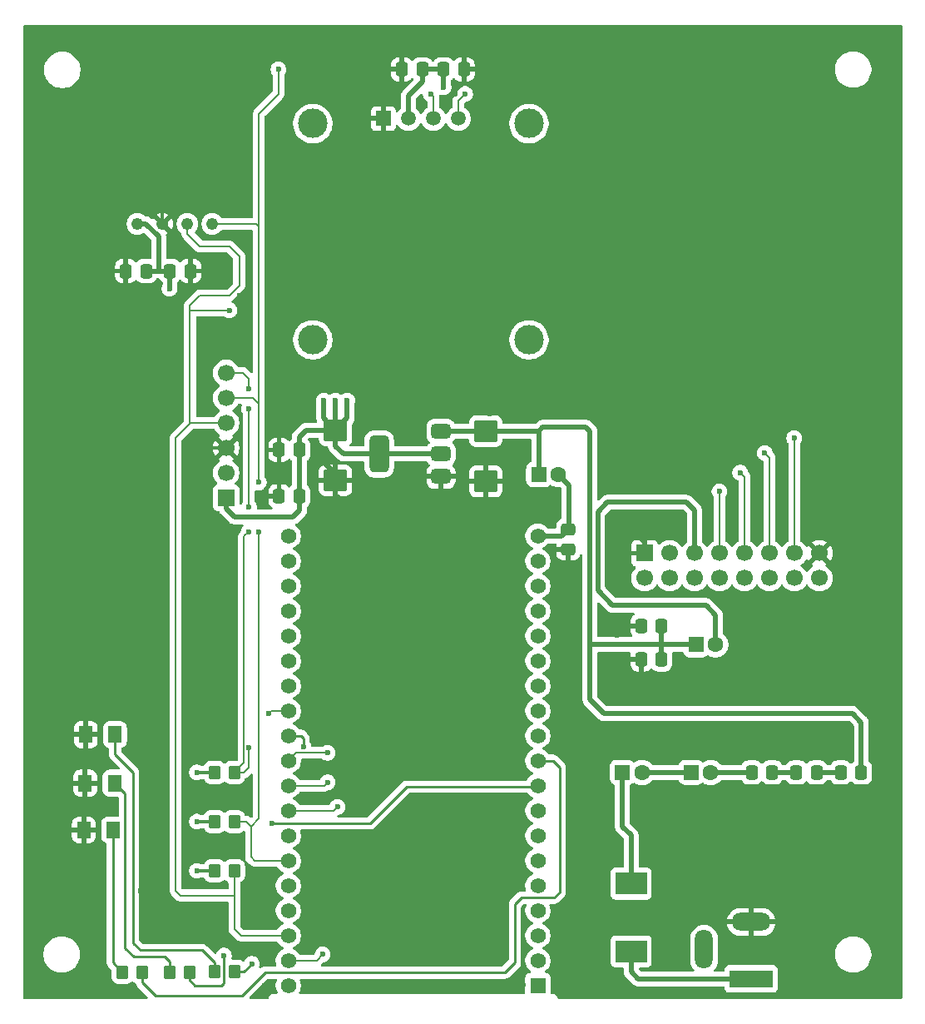
<source format=gbr>
G04 #@! TF.GenerationSoftware,KiCad,Pcbnew,9.0.3*
G04 #@! TF.CreationDate,2025-11-14T23:27:14+05:00*
G04 #@! TF.ProjectId,Weather Station,57656174-6865-4722-9053-746174696f6e,rev?*
G04 #@! TF.SameCoordinates,Original*
G04 #@! TF.FileFunction,Copper,L1,Top*
G04 #@! TF.FilePolarity,Positive*
%FSLAX46Y46*%
G04 Gerber Fmt 4.6, Leading zero omitted, Abs format (unit mm)*
G04 Created by KiCad (PCBNEW 9.0.3) date 2025-11-14 23:27:14*
%MOMM*%
%LPD*%
G01*
G04 APERTURE LIST*
G04 Aperture macros list*
%AMRoundRect*
0 Rectangle with rounded corners*
0 $1 Rounding radius*
0 $2 $3 $4 $5 $6 $7 $8 $9 X,Y pos of 4 corners*
0 Add a 4 corners polygon primitive as box body*
4,1,4,$2,$3,$4,$5,$6,$7,$8,$9,$2,$3,0*
0 Add four circle primitives for the rounded corners*
1,1,$1+$1,$2,$3*
1,1,$1+$1,$4,$5*
1,1,$1+$1,$6,$7*
1,1,$1+$1,$8,$9*
0 Add four rect primitives between the rounded corners*
20,1,$1+$1,$2,$3,$4,$5,0*
20,1,$1+$1,$4,$5,$6,$7,0*
20,1,$1+$1,$6,$7,$8,$9,0*
20,1,$1+$1,$8,$9,$2,$3,0*%
G04 Aperture macros list end*
G04 #@! TA.AperFunction,SMDPad,CuDef*
%ADD10RoundRect,0.250001X-0.462499X-0.624999X0.462499X-0.624999X0.462499X0.624999X-0.462499X0.624999X0*%
G04 #@! TD*
G04 #@! TA.AperFunction,SMDPad,CuDef*
%ADD11RoundRect,0.250000X0.350000X0.450000X-0.350000X0.450000X-0.350000X-0.450000X0.350000X-0.450000X0*%
G04 #@! TD*
G04 #@! TA.AperFunction,ComponentPad*
%ADD12R,1.700000X1.700000*%
G04 #@! TD*
G04 #@! TA.AperFunction,ComponentPad*
%ADD13C,1.700000*%
G04 #@! TD*
G04 #@! TA.AperFunction,ComponentPad*
%ADD14R,1.508000X1.508000*%
G04 #@! TD*
G04 #@! TA.AperFunction,ComponentPad*
%ADD15C,1.508000*%
G04 #@! TD*
G04 #@! TA.AperFunction,WasherPad*
%ADD16C,3.000000*%
G04 #@! TD*
G04 #@! TA.AperFunction,ComponentPad*
%ADD17C,1.220000*%
G04 #@! TD*
G04 #@! TA.AperFunction,ComponentPad*
%ADD18C,1.560000*%
G04 #@! TD*
G04 #@! TA.AperFunction,ComponentPad*
%ADD19R,1.560000X1.560000*%
G04 #@! TD*
G04 #@! TA.AperFunction,ComponentPad*
%ADD20C,1.600000*%
G04 #@! TD*
G04 #@! TA.AperFunction,ComponentPad*
%ADD21RoundRect,0.250000X-0.550000X-0.550000X0.550000X-0.550000X0.550000X0.550000X-0.550000X0.550000X0*%
G04 #@! TD*
G04 #@! TA.AperFunction,SMDPad,CuDef*
%ADD22RoundRect,0.250000X-0.337500X-0.475000X0.337500X-0.475000X0.337500X0.475000X-0.337500X0.475000X0*%
G04 #@! TD*
G04 #@! TA.AperFunction,SMDPad,CuDef*
%ADD23RoundRect,0.250000X0.337500X0.475000X-0.337500X0.475000X-0.337500X-0.475000X0.337500X-0.475000X0*%
G04 #@! TD*
G04 #@! TA.AperFunction,SMDPad,CuDef*
%ADD24RoundRect,0.250000X0.475000X-0.337500X0.475000X0.337500X-0.475000X0.337500X-0.475000X-0.337500X0*%
G04 #@! TD*
G04 #@! TA.AperFunction,SMDPad,CuDef*
%ADD25R,3.180000X2.250000*%
G04 #@! TD*
G04 #@! TA.AperFunction,SMDPad,CuDef*
%ADD26RoundRect,0.250000X-0.350000X-0.450000X0.350000X-0.450000X0.350000X0.450000X-0.350000X0.450000X0*%
G04 #@! TD*
G04 #@! TA.AperFunction,SMDPad,CuDef*
%ADD27RoundRect,0.250001X-0.944999X0.872499X-0.944999X-0.872499X0.944999X-0.872499X0.944999X0.872499X0*%
G04 #@! TD*
G04 #@! TA.AperFunction,ComponentPad*
%ADD28R,4.400000X1.800000*%
G04 #@! TD*
G04 #@! TA.AperFunction,ComponentPad*
%ADD29O,4.000000X1.800000*%
G04 #@! TD*
G04 #@! TA.AperFunction,ComponentPad*
%ADD30O,1.800000X4.000000*%
G04 #@! TD*
G04 #@! TA.AperFunction,SMDPad,CuDef*
%ADD31RoundRect,0.375000X0.625000X0.375000X-0.625000X0.375000X-0.625000X-0.375000X0.625000X-0.375000X0*%
G04 #@! TD*
G04 #@! TA.AperFunction,SMDPad,CuDef*
%ADD32RoundRect,0.500000X0.500000X1.400000X-0.500000X1.400000X-0.500000X-1.400000X0.500000X-1.400000X0*%
G04 #@! TD*
G04 #@! TA.AperFunction,ViaPad*
%ADD33C,0.600000*%
G04 #@! TD*
G04 #@! TA.AperFunction,Conductor*
%ADD34C,0.250000*%
G04 #@! TD*
G04 #@! TA.AperFunction,Conductor*
%ADD35C,0.200000*%
G04 #@! TD*
G04 #@! TA.AperFunction,Conductor*
%ADD36C,0.500000*%
G04 #@! TD*
G04 #@! TA.AperFunction,Conductor*
%ADD37C,0.300000*%
G04 #@! TD*
G04 APERTURE END LIST*
D10*
X66187500Y-112350000D03*
X69162500Y-112350000D03*
X66325000Y-107585000D03*
X69300000Y-107585000D03*
X66387500Y-102650000D03*
X69362500Y-102650000D03*
D11*
X72125000Y-126800000D03*
X70125000Y-126800000D03*
X76925000Y-126800000D03*
X74925000Y-126800000D03*
X81500000Y-126725000D03*
X79500000Y-126725000D03*
D12*
X123270000Y-84200000D03*
D13*
X123270000Y-86740000D03*
X125810000Y-84200000D03*
X125810000Y-86740000D03*
X128350000Y-84200000D03*
X128350000Y-86740000D03*
X130890000Y-84200000D03*
X130890000Y-86740000D03*
X133430000Y-84200000D03*
X133430000Y-86740000D03*
X135970000Y-84200000D03*
X135970000Y-86740000D03*
X138510000Y-84200000D03*
X138510000Y-86740000D03*
X141050000Y-84200000D03*
X141050000Y-86740000D03*
D14*
X96690000Y-40000000D03*
D15*
X99230000Y-40000000D03*
X101770000Y-40000000D03*
X104310000Y-40000000D03*
D16*
X89500000Y-40500000D03*
X111500000Y-40500000D03*
X111500000Y-62500000D03*
X89500000Y-62500000D03*
D17*
X71654550Y-50710000D03*
X74194550Y-50710000D03*
X76734550Y-50710000D03*
X79274550Y-50710000D03*
D12*
X80680000Y-78570000D03*
D13*
X80680000Y-76030000D03*
X80680000Y-73490000D03*
X80680000Y-70950000D03*
X80680000Y-68410000D03*
X80680000Y-65870000D03*
D18*
X87000000Y-82440000D03*
X87000000Y-84980000D03*
X87000000Y-87520000D03*
X87000000Y-90060000D03*
X87000000Y-92600000D03*
X87000000Y-95140000D03*
X87000000Y-97680000D03*
X87000000Y-100220000D03*
X87000000Y-102760000D03*
X87000000Y-105300000D03*
X87000000Y-107840000D03*
X87000000Y-110380000D03*
X87000000Y-112920000D03*
X87000000Y-115460000D03*
X87000000Y-118000000D03*
X87000000Y-120540000D03*
X87000000Y-123080000D03*
X87000000Y-125620000D03*
X87000000Y-128160000D03*
X112400000Y-82440000D03*
X112400000Y-84980000D03*
X112400000Y-87520000D03*
X112400000Y-90060000D03*
X112400000Y-92600000D03*
X112400000Y-95140000D03*
X112400000Y-97680000D03*
X112400000Y-100220000D03*
X112400000Y-102760000D03*
X112400000Y-105300000D03*
X112400000Y-107840000D03*
X112400000Y-110380000D03*
X112400000Y-112920000D03*
X112400000Y-115460000D03*
X112400000Y-118000000D03*
X112400000Y-120540000D03*
X112400000Y-123080000D03*
X112400000Y-125620000D03*
D19*
X112400000Y-128160000D03*
D20*
X114500000Y-76200000D03*
D21*
X112500000Y-76200000D03*
D22*
X70462500Y-55500000D03*
X72537500Y-55500000D03*
X98562500Y-35000000D03*
X100637500Y-35000000D03*
D23*
X77037500Y-55500000D03*
X74962500Y-55500000D03*
D24*
X115500000Y-83837500D03*
X115500000Y-81762500D03*
D22*
X138712500Y-106500000D03*
X140787500Y-106500000D03*
D25*
X121900000Y-117797500D03*
X121900000Y-124707500D03*
D26*
X79500000Y-106500000D03*
X81500000Y-106500000D03*
D22*
X134175000Y-106500000D03*
X136250000Y-106500000D03*
X122925000Y-95000000D03*
X125000000Y-95000000D03*
D21*
X121000000Y-106500000D03*
D20*
X123000000Y-106500000D03*
D26*
X79500000Y-116500000D03*
X81500000Y-116500000D03*
X79500000Y-111500000D03*
X81500000Y-111500000D03*
D27*
X107100000Y-71785000D03*
X107100000Y-76900000D03*
D28*
X134125000Y-127500000D03*
D29*
X134125000Y-121700000D03*
D30*
X129325000Y-124500000D03*
D22*
X143250000Y-106500000D03*
X145325000Y-106500000D03*
X86062500Y-73700000D03*
X88137500Y-73700000D03*
D31*
X102550000Y-76400000D03*
X102550000Y-74100000D03*
D32*
X96250000Y-74100000D03*
D31*
X102550000Y-71800000D03*
D23*
X104875000Y-35000000D03*
X102800000Y-35000000D03*
D21*
X128500000Y-93500000D03*
D20*
X130500000Y-93500000D03*
D21*
X128000000Y-106500000D03*
D20*
X130000000Y-106500000D03*
D27*
X91800000Y-71685000D03*
X91800000Y-76800000D03*
D22*
X86062500Y-78400000D03*
X88137500Y-78400000D03*
X122925000Y-91600000D03*
X125000000Y-91600000D03*
D33*
X67450000Y-37775000D03*
X67450000Y-42275000D03*
X67450000Y-44925000D03*
X67450000Y-49425000D03*
X67425000Y-53150000D03*
X67425000Y-57650000D03*
X64325000Y-86025000D03*
X64325000Y-90525000D03*
X67200000Y-115575000D03*
X67200000Y-120075000D03*
X61625000Y-112350000D03*
X61625000Y-116850000D03*
X61550000Y-102650000D03*
X61550000Y-107150000D03*
X64375000Y-93675000D03*
X64375000Y-98175000D03*
X85350000Y-111675000D03*
X80450000Y-125125000D03*
X88525000Y-103850000D03*
X83275000Y-125950000D03*
X64475000Y-112450000D03*
X64500000Y-107575000D03*
X64350000Y-102625000D03*
X104175000Y-77850000D03*
X89650000Y-76075000D03*
X89925000Y-78475000D03*
X90700000Y-75050000D03*
X109975000Y-77850000D03*
X100175000Y-76800000D03*
X102475000Y-78625000D03*
X84550000Y-128150000D03*
X130325000Y-121875000D03*
X136925000Y-123550000D03*
X134075000Y-123825000D03*
X138125000Y-122275000D03*
X134125000Y-118825000D03*
X139975000Y-81550000D03*
X137250000Y-81650000D03*
X134725000Y-81650000D03*
X132225000Y-81650000D03*
X129675000Y-81625000D03*
X125175000Y-81575000D03*
X120500000Y-92500000D03*
X122950000Y-97625000D03*
X121000000Y-97100000D03*
X115500000Y-89800000D03*
X115500000Y-87200000D03*
X138100000Y-120000000D03*
X135700000Y-120000000D03*
X133100000Y-120000000D03*
X130300000Y-120000000D03*
X110925000Y-128075000D03*
X108125000Y-128075000D03*
X97325000Y-128075000D03*
X101325000Y-128075000D03*
X92825000Y-128075000D03*
X88825000Y-128075000D03*
X104825000Y-128075000D03*
X100700000Y-42900000D03*
X105950000Y-42075000D03*
X95450000Y-41950000D03*
X92200000Y-42900000D03*
X108200000Y-42900000D03*
X110500000Y-116400000D03*
X110500000Y-102400000D03*
X110500000Y-112400000D03*
X110500000Y-97400000D03*
X110375000Y-106825000D03*
X89100000Y-123000000D03*
X89400000Y-117300000D03*
X92900000Y-122100000D03*
X93100000Y-125000000D03*
X94100000Y-120100000D03*
X106200000Y-120200000D03*
X102700000Y-120200000D03*
X97700000Y-120200000D03*
X90000000Y-98500000D03*
X90000000Y-89500000D03*
X90000000Y-103000000D03*
X115000000Y-92500000D03*
X90000000Y-94000000D03*
X121000000Y-95000000D03*
X120500000Y-91500000D03*
X83000000Y-67500000D03*
X83000000Y-69500000D03*
X83000000Y-79500000D03*
X83000000Y-82000000D03*
X83000000Y-104000000D03*
X85000000Y-100500000D03*
X106000000Y-39000000D03*
X104000000Y-37500000D03*
X88500000Y-36000000D03*
X93500000Y-39500000D03*
X93500000Y-36000000D03*
X96500000Y-36000000D03*
X100500000Y-39000000D03*
X103000000Y-39000000D03*
X104000000Y-32000000D03*
X100500000Y-32000000D03*
X96500000Y-34000000D03*
X96500000Y-32000000D03*
X92000000Y-34000000D03*
X92000000Y-32000000D03*
X88000000Y-32000000D03*
X85500000Y-32500000D03*
X88000000Y-34000000D03*
X86000000Y-39000000D03*
X85000000Y-45000000D03*
X86000000Y-47500000D03*
X91000000Y-36000000D03*
X84500000Y-36500000D03*
X82000000Y-39000000D03*
X82000000Y-45000000D03*
X82000000Y-47500000D03*
X82000000Y-58000000D03*
X81500000Y-52000000D03*
X79500000Y-54000000D03*
X79000000Y-57000000D03*
X75500000Y-59500000D03*
X80000000Y-61000000D03*
X78000000Y-63500000D03*
X75500000Y-63500000D03*
X75500000Y-69000000D03*
X85000000Y-72000000D03*
X85000000Y-62000000D03*
X85000000Y-57000000D03*
X85000000Y-52000000D03*
X85000000Y-67000000D03*
X79500000Y-103500000D03*
X79500000Y-93500000D03*
X79500000Y-88500000D03*
X79500000Y-83500000D03*
X79500000Y-98500000D03*
X72000000Y-94000000D03*
X72000000Y-84000000D03*
X72000000Y-79000000D03*
X72000000Y-74000000D03*
X72000000Y-89000000D03*
X72000000Y-118500000D03*
X72125000Y-107250000D03*
X72000000Y-103500000D03*
X72000000Y-98500000D03*
X72100000Y-112850000D03*
X131000000Y-74000000D03*
X127000000Y-74000000D03*
X123000000Y-74000000D03*
X118800000Y-74000000D03*
X110000000Y-76000000D03*
X110000000Y-74000000D03*
X107000000Y-74000000D03*
X104500000Y-74000000D03*
X104500000Y-75900000D03*
X97500000Y-79000000D03*
X99500000Y-76000000D03*
X99500000Y-70000000D03*
X94500000Y-73000000D03*
X95500000Y-77000000D03*
X92000000Y-78500000D03*
X97500000Y-70000000D03*
X102500000Y-70000000D03*
X107500000Y-70000000D03*
X112500000Y-70000000D03*
X117500000Y-70000000D03*
X122500000Y-70000000D03*
X127500000Y-70000000D03*
X132500000Y-70000000D03*
X137500000Y-70000000D03*
X127500000Y-77500000D03*
X125000000Y-77500000D03*
X120000000Y-77500000D03*
X119999999Y-82061971D03*
X120000000Y-85000000D03*
X120000000Y-87500000D03*
X106000000Y-95000000D03*
X106000000Y-100000000D03*
X106000000Y-105000000D03*
X106000000Y-110000000D03*
X106000000Y-114000000D03*
X102500000Y-114000000D03*
X97500000Y-114000000D03*
X91500000Y-114500000D03*
X99500000Y-111000000D03*
X95500000Y-112500000D03*
X93750000Y-112500000D03*
X99500000Y-106250000D03*
X95500000Y-106250000D03*
X93000000Y-105500000D03*
X93750000Y-103000000D03*
X99500000Y-89500000D03*
X97500000Y-80500000D03*
X99500000Y-85000000D03*
X99500000Y-98500000D03*
X99500000Y-103000000D03*
X99500000Y-94000000D03*
X95500000Y-89500000D03*
X95500000Y-80500000D03*
X95500000Y-85000000D03*
X95500000Y-98500000D03*
X95500000Y-103000000D03*
X95500000Y-94000000D03*
X93750000Y-98500000D03*
X93750000Y-94000000D03*
X93750000Y-80500000D03*
X93750000Y-89500000D03*
X93750000Y-85000000D03*
X92000000Y-80500000D03*
X90000000Y-85000000D03*
X130890000Y-77930000D03*
X78300000Y-72425000D03*
X106600000Y-35000000D03*
X96700000Y-35000000D03*
X121875000Y-81650000D03*
X69000000Y-55500000D03*
X78600000Y-55500000D03*
X86000000Y-76400000D03*
X75325000Y-48225000D03*
X86000000Y-75400000D03*
X94800000Y-35100000D03*
X115500000Y-85400000D03*
X91800000Y-68700000D03*
X77700000Y-116500000D03*
X77700000Y-106500000D03*
X102800000Y-36800000D03*
X74900000Y-57300000D03*
X93000000Y-68700000D03*
X90600000Y-68700000D03*
X77700000Y-111500000D03*
X101500000Y-37500000D03*
X81000000Y-59500000D03*
X84000000Y-82000000D03*
X105000000Y-37500000D03*
X84000000Y-77000000D03*
X86000000Y-35000000D03*
X92000000Y-110000000D03*
X133000000Y-76000000D03*
X90500000Y-125000000D03*
X138500000Y-72500000D03*
X91000000Y-104500000D03*
X135500000Y-74000000D03*
X91000000Y-107500000D03*
X115000000Y-95000000D03*
D34*
X113950000Y-105300000D02*
X112400000Y-105300000D01*
X114075000Y-119225000D02*
X114625000Y-118675000D01*
X110725000Y-119225000D02*
X114075000Y-119225000D01*
X110075000Y-119875000D02*
X110725000Y-119225000D01*
X114625000Y-118675000D02*
X114625000Y-105975000D01*
X110075000Y-125825000D02*
X110075000Y-119875000D01*
X114625000Y-105975000D02*
X113950000Y-105300000D01*
X109050000Y-126850000D02*
X110075000Y-125825000D01*
X84625000Y-126850000D02*
X109050000Y-126850000D01*
X72125000Y-126800000D02*
X72125000Y-127850000D01*
X72125000Y-127850000D02*
X73450000Y-129175000D01*
X82300000Y-129175000D02*
X84625000Y-126850000D01*
X73450000Y-129175000D02*
X82300000Y-129175000D01*
X112290000Y-107950000D02*
X112400000Y-107840000D01*
X95300000Y-111675000D02*
X99025000Y-107950000D01*
X99025000Y-107950000D02*
X112290000Y-107950000D01*
X85350000Y-111675000D02*
X95300000Y-111675000D01*
X80450000Y-127900000D02*
X80450000Y-125125000D01*
X80175000Y-128175000D02*
X80450000Y-127900000D01*
X76925000Y-127600000D02*
X77500000Y-128175000D01*
X76925000Y-126800000D02*
X76925000Y-127600000D01*
X77500000Y-128175000D02*
X80175000Y-128175000D01*
X88285000Y-102760000D02*
X87000000Y-102760000D01*
X88525000Y-103850000D02*
X88525000Y-103000000D01*
X88525000Y-103000000D02*
X88285000Y-102760000D01*
X82500000Y-126725000D02*
X83275000Y-125950000D01*
X81500000Y-126725000D02*
X82500000Y-126725000D01*
X64575000Y-112350000D02*
X64475000Y-112450000D01*
X66187500Y-112350000D02*
X64575000Y-112350000D01*
X64510000Y-107585000D02*
X64500000Y-107575000D01*
X66325000Y-107585000D02*
X64510000Y-107585000D01*
X64375000Y-102650000D02*
X64350000Y-102625000D01*
X66387500Y-102650000D02*
X64375000Y-102650000D01*
X71250000Y-125225000D02*
X74425000Y-125225000D01*
X74925000Y-125725000D02*
X74925000Y-126800000D01*
X70375000Y-124350000D02*
X71250000Y-125225000D01*
X70375000Y-108660000D02*
X70375000Y-124350000D01*
X74425000Y-125225000D02*
X74925000Y-125725000D01*
X69300000Y-107585000D02*
X70375000Y-108660000D01*
X79500000Y-125825000D02*
X79500000Y-126725000D01*
X78250000Y-124575000D02*
X79500000Y-125825000D01*
X71925000Y-124575000D02*
X78250000Y-124575000D01*
X71200000Y-123850000D02*
X71925000Y-124575000D01*
X71200000Y-106475000D02*
X71200000Y-123850000D01*
X69362500Y-104637500D02*
X71200000Y-106475000D01*
X69362500Y-102650000D02*
X69362500Y-104637500D01*
X69162500Y-125837500D02*
X70125000Y-126800000D01*
X69162500Y-112350000D02*
X69162500Y-125837500D01*
D35*
X76000000Y-119000000D02*
X81500000Y-119000000D01*
X75550000Y-118550000D02*
X76000000Y-119000000D01*
X75550000Y-72450000D02*
X75550000Y-118550000D01*
X77000000Y-71000000D02*
X75550000Y-72450000D01*
D36*
X144425000Y-100500000D02*
X119100000Y-100500000D01*
X119100000Y-100500000D02*
X117700000Y-99100000D01*
X145325000Y-101400000D02*
X144425000Y-100500000D01*
X145325000Y-106500000D02*
X145325000Y-101400000D01*
X117700000Y-99100000D02*
X117700000Y-93500000D01*
X91800000Y-76150000D02*
X90700000Y-75050000D01*
X91800000Y-76800000D02*
X91800000Y-76150000D01*
X109025000Y-76900000D02*
X109975000Y-77850000D01*
X107100000Y-76900000D02*
X109025000Y-76900000D01*
X100575000Y-76400000D02*
X100175000Y-76800000D01*
X102550000Y-76400000D02*
X100575000Y-76400000D01*
X134125000Y-121700000D02*
X134125000Y-118825000D01*
D37*
X74194550Y-48905450D02*
X74194550Y-50710000D01*
X75325000Y-48225000D02*
X74875000Y-48225000D01*
X74875000Y-48225000D02*
X74194550Y-48905450D01*
X79365000Y-73490000D02*
X80680000Y-73490000D01*
X78300000Y-72425000D02*
X79365000Y-73490000D01*
D36*
X123270000Y-83045000D02*
X123270000Y-84200000D01*
X121875000Y-81650000D02*
X123270000Y-83045000D01*
X121900000Y-126775000D02*
X121900000Y-124707500D01*
X122625000Y-127500000D02*
X121900000Y-126775000D01*
X132810000Y-127500000D02*
X122625000Y-127500000D01*
X122925000Y-95000000D02*
X121000000Y-95000000D01*
X120600000Y-91600000D02*
X120500000Y-91500000D01*
X122925000Y-91600000D02*
X120600000Y-91600000D01*
D35*
X82370000Y-65870000D02*
X80680000Y-65870000D01*
X83000000Y-66500000D02*
X82370000Y-65870000D01*
X83000000Y-67500000D02*
X83000000Y-66500000D01*
X83000000Y-79500000D02*
X83000000Y-69500000D01*
X82500000Y-82500000D02*
X83000000Y-82000000D01*
X82500000Y-102000000D02*
X82500000Y-82500000D01*
X82500000Y-105500000D02*
X82500000Y-102000000D01*
X81500000Y-106500000D02*
X82500000Y-105500000D01*
X82500000Y-106500000D02*
X81500000Y-106500000D01*
X83000000Y-106000000D02*
X82500000Y-106500000D01*
X83000000Y-104000000D02*
X83000000Y-106000000D01*
X85280000Y-100220000D02*
X85000000Y-100500000D01*
X87000000Y-100220000D02*
X85280000Y-100220000D01*
X130890000Y-77930000D02*
X130890000Y-84200000D01*
D37*
X77037500Y-55500000D02*
X78600000Y-55500000D01*
X86062500Y-73700000D02*
X86062500Y-75337500D01*
X98562500Y-35000000D02*
X96700000Y-35000000D01*
X104875000Y-35000000D02*
X106600000Y-35000000D01*
X94700000Y-39600000D02*
X94700000Y-35200000D01*
X86062500Y-75337500D02*
X86000000Y-75400000D01*
X86062500Y-76462500D02*
X86000000Y-76400000D01*
X95100000Y-40000000D02*
X94700000Y-39600000D01*
X94700000Y-35200000D02*
X94800000Y-35100000D01*
X86062500Y-78400000D02*
X86062500Y-76462500D01*
X70462500Y-55500000D02*
X69000000Y-55500000D01*
X115500000Y-83837500D02*
X115500000Y-85400000D01*
X96690000Y-40000000D02*
X95100000Y-40000000D01*
X74962500Y-57237500D02*
X74900000Y-57300000D01*
D36*
X88815000Y-71685000D02*
X88137500Y-72362500D01*
X100637500Y-35000000D02*
X100637500Y-36262500D01*
X90600000Y-68700000D02*
X90600000Y-70485000D01*
D37*
X79500000Y-111500000D02*
X77700000Y-111500000D01*
D36*
X73800000Y-52000000D02*
X72510000Y-50710000D01*
X91800000Y-73300000D02*
X91800000Y-71685000D01*
X87500000Y-80500000D02*
X81500000Y-80500000D01*
X93000000Y-68700000D02*
X93000000Y-70485000D01*
X80680000Y-79680000D02*
X80680000Y-78570000D01*
X100637500Y-36262500D02*
X99230000Y-37670000D01*
X73800000Y-55500000D02*
X73800000Y-52000000D01*
X90600000Y-70485000D02*
X91800000Y-71685000D01*
D37*
X79500000Y-116500000D02*
X77700000Y-116500000D01*
D36*
X72510000Y-50710000D02*
X71654550Y-50710000D01*
X88137500Y-78400000D02*
X88137500Y-79862500D01*
X74962500Y-55500000D02*
X73800000Y-55500000D01*
X102550000Y-74100000D02*
X96250000Y-74100000D01*
X73800000Y-55500000D02*
X72537500Y-55500000D01*
X81500000Y-80500000D02*
X80680000Y-79680000D01*
X92600000Y-74100000D02*
X91800000Y-73300000D01*
X96250000Y-74100000D02*
X92600000Y-74100000D01*
X88137500Y-79862500D02*
X87500000Y-80500000D01*
X88137500Y-73700000D02*
X88137500Y-78400000D01*
X88137500Y-72362500D02*
X88137500Y-73700000D01*
X74962500Y-55500000D02*
X74962500Y-57237500D01*
X102800000Y-35000000D02*
X102800000Y-36800000D01*
X91800000Y-68700000D02*
X91800000Y-71685000D01*
X100637500Y-35000000D02*
X102800000Y-35000000D01*
X91800000Y-71685000D02*
X88815000Y-71685000D01*
X93000000Y-70485000D02*
X91800000Y-71685000D01*
X99230000Y-37670000D02*
X99230000Y-40000000D01*
D37*
X79500000Y-106500000D02*
X77700000Y-106500000D01*
D36*
X121000000Y-106500000D02*
X121000000Y-112000000D01*
X121900000Y-112900000D02*
X121900000Y-117797500D01*
X121000000Y-112000000D02*
X121900000Y-112900000D01*
X123000000Y-106500000D02*
X128000000Y-106500000D01*
X130000000Y-106500000D02*
X134175000Y-106500000D01*
X117300000Y-71400000D02*
X117700000Y-71800000D01*
X125000000Y-91600000D02*
X125000000Y-92900000D01*
X125000000Y-92900000D02*
X125000000Y-93500000D01*
X125000000Y-93500000D02*
X117700000Y-93500000D01*
X112500000Y-76200000D02*
X112500000Y-71800000D01*
X107100000Y-71785000D02*
X112485000Y-71785000D01*
D37*
X102565000Y-71785000D02*
X102550000Y-71800000D01*
D36*
X112900000Y-71400000D02*
X117300000Y-71400000D01*
X117700000Y-71800000D02*
X117700000Y-93500000D01*
X112500000Y-71800000D02*
X112900000Y-71400000D01*
X125000000Y-93500000D02*
X125000000Y-95000000D01*
X125000000Y-93500000D02*
X128500000Y-93500000D01*
X107100000Y-71785000D02*
X102565000Y-71785000D01*
D37*
X112485000Y-71785000D02*
X112500000Y-71800000D01*
D36*
X136250000Y-106500000D02*
X138712500Y-106500000D01*
X140787500Y-106500000D02*
X143250000Y-106500000D01*
X130500000Y-93500000D02*
X130500000Y-90500000D01*
X118500000Y-88000000D02*
X118500000Y-80000000D01*
X118500000Y-80000000D02*
X119500000Y-79000000D01*
X120000000Y-89500000D02*
X118500000Y-88000000D01*
X129500000Y-89500000D02*
X120000000Y-89500000D01*
X119500000Y-79000000D02*
X127500000Y-79000000D01*
X130500000Y-90500000D02*
X129500000Y-89500000D01*
X128350000Y-79850000D02*
X128350000Y-84200000D01*
X127500000Y-79000000D02*
X128350000Y-79850000D01*
X112400000Y-82440000D02*
X114822500Y-82440000D01*
X114822500Y-82440000D02*
X115500000Y-81762500D01*
X114500000Y-76200000D02*
X115600000Y-77300000D01*
X115600000Y-77300000D02*
X115600000Y-81662500D01*
D37*
X115600000Y-81662500D02*
X115500000Y-81762500D01*
D35*
X82000000Y-54000000D02*
X82000000Y-57000000D01*
X77000000Y-59500000D02*
X77000000Y-71000000D01*
X81000000Y-59500000D02*
X77000000Y-59500000D01*
X87000000Y-123080000D02*
X82180000Y-123080000D01*
X76734550Y-50710000D02*
X76734550Y-51734550D01*
X82180000Y-123080000D02*
X81500000Y-122400000D01*
X101770000Y-37770000D02*
X101500000Y-37500000D01*
X76734550Y-51734550D02*
X78000000Y-53000000D01*
X78000000Y-58000000D02*
X77000000Y-59000000D01*
X81000000Y-53000000D02*
X82000000Y-54000000D01*
X77050000Y-70950000D02*
X77000000Y-71000000D01*
X78000000Y-53000000D02*
X81000000Y-53000000D01*
X77000000Y-59000000D02*
X77000000Y-59500000D01*
X81500000Y-122400000D02*
X81500000Y-119000000D01*
X81500000Y-119000000D02*
X81500000Y-116500000D01*
X80680000Y-70950000D02*
X77050000Y-70950000D01*
X82000000Y-57000000D02*
X81000000Y-58000000D01*
X101770000Y-40000000D02*
X101770000Y-37770000D01*
X81000000Y-58000000D02*
X78000000Y-58000000D01*
X84000000Y-82000000D02*
X84000000Y-111200000D01*
X83200000Y-112000000D02*
X83200000Y-115100000D01*
X81500000Y-111500000D02*
X82700000Y-111500000D01*
X86000000Y-37500000D02*
X84000000Y-39500000D01*
X84000000Y-51000000D02*
X84000000Y-69000000D01*
X84000000Y-39500000D02*
X84000000Y-51000000D01*
X79274550Y-50710000D02*
X83710000Y-50710000D01*
X84000000Y-111200000D02*
X83200000Y-112000000D01*
X83710000Y-50710000D02*
X84000000Y-51000000D01*
X80680000Y-68410000D02*
X83410000Y-68410000D01*
X86000000Y-35000000D02*
X86000000Y-37500000D01*
X83410000Y-68410000D02*
X84000000Y-69000000D01*
X83200000Y-115100000D02*
X83560000Y-115460000D01*
X82700000Y-111500000D02*
X83200000Y-112000000D01*
X84000000Y-69000000D02*
X84000000Y-77000000D01*
X104310000Y-38190000D02*
X105000000Y-37500000D01*
X104310000Y-40000000D02*
X104310000Y-38190000D01*
X83560000Y-115460000D02*
X87000000Y-115460000D01*
X91620000Y-110380000D02*
X92000000Y-110000000D01*
X133430000Y-76430000D02*
X133430000Y-84200000D01*
X133000000Y-76000000D02*
X133430000Y-76430000D01*
X87000000Y-110380000D02*
X91620000Y-110380000D01*
X89880000Y-125620000D02*
X90500000Y-125000000D01*
X87000000Y-125620000D02*
X89880000Y-125620000D01*
X138500000Y-72500000D02*
X138510000Y-72510000D01*
X138510000Y-72510000D02*
X138510000Y-84200000D01*
X87000000Y-105300000D02*
X87800000Y-104500000D01*
X87800000Y-104500000D02*
X91000000Y-104500000D01*
X135500000Y-74000000D02*
X135970000Y-74470000D01*
X90660000Y-107840000D02*
X91000000Y-107500000D01*
X135970000Y-74470000D02*
X135970000Y-84200000D01*
X87000000Y-107840000D02*
X90660000Y-107840000D01*
G04 #@! TA.AperFunction,Conductor*
G36*
X100618834Y-37445046D02*
G01*
X100674767Y-37486918D01*
X100699184Y-37552382D01*
X100699500Y-37561228D01*
X100699500Y-37578846D01*
X100730261Y-37733489D01*
X100730264Y-37733501D01*
X100790602Y-37879172D01*
X100790609Y-37879185D01*
X100878210Y-38010288D01*
X100878213Y-38010292D01*
X100989708Y-38121787D01*
X100989711Y-38121789D01*
X101114391Y-38205098D01*
X101159196Y-38258709D01*
X101169500Y-38308199D01*
X101169500Y-38822682D01*
X101149815Y-38889721D01*
X101115675Y-38923139D01*
X101116440Y-38924192D01*
X100952753Y-39043115D01*
X100813115Y-39182753D01*
X100697058Y-39342495D01*
X100697056Y-39342499D01*
X100616805Y-39500000D01*
X100610485Y-39512403D01*
X100562510Y-39563199D01*
X100494689Y-39579994D01*
X100428554Y-39557456D01*
X100389515Y-39512403D01*
X100302944Y-39342499D01*
X100291681Y-39326997D01*
X100186884Y-39182753D01*
X100047250Y-39043119D01*
X100047245Y-39043115D01*
X100031615Y-39031759D01*
X99988949Y-38976429D01*
X99980500Y-38931441D01*
X99980500Y-38032228D01*
X100000185Y-37965189D01*
X100016815Y-37944551D01*
X100487819Y-37473546D01*
X100549142Y-37440062D01*
X100618834Y-37445046D01*
G37*
G04 #@! TD.AperFunction*
G04 #@! TA.AperFunction,Conductor*
G36*
X149442539Y-30520185D02*
G01*
X149488294Y-30572989D01*
X149499500Y-30624500D01*
X149499500Y-129375500D01*
X149479815Y-129442539D01*
X149427011Y-129488294D01*
X149375500Y-129499500D01*
X114513170Y-129499500D01*
X114446131Y-129479815D01*
X114400376Y-129427011D01*
X114393395Y-129407593D01*
X114384796Y-129375500D01*
X114366392Y-129306814D01*
X114300500Y-129192686D01*
X114207314Y-129099500D01*
X114150250Y-129066554D01*
X114093187Y-129033608D01*
X114029539Y-129016554D01*
X113965892Y-128999500D01*
X113965891Y-128999500D01*
X113804500Y-128999500D01*
X113737461Y-128979815D01*
X113691706Y-128927011D01*
X113680500Y-128875500D01*
X113680499Y-127332129D01*
X113680498Y-127332123D01*
X113680497Y-127332116D01*
X113674091Y-127272517D01*
X113666966Y-127253415D01*
X113623797Y-127137671D01*
X113623793Y-127137664D01*
X113537547Y-127022455D01*
X113537544Y-127022452D01*
X113422335Y-126936206D01*
X113422328Y-126936202D01*
X113287482Y-126885908D01*
X113287483Y-126885908D01*
X113227883Y-126879501D01*
X113227881Y-126879500D01*
X113227873Y-126879500D01*
X113227865Y-126879500D01*
X113226597Y-126879500D01*
X113226313Y-126879416D01*
X113224548Y-126879322D01*
X113224570Y-126878904D01*
X113159558Y-126859815D01*
X113113803Y-126807011D01*
X113103859Y-126737853D01*
X113132884Y-126674297D01*
X113153708Y-126655184D01*
X113234190Y-126596711D01*
X113376711Y-126454190D01*
X113495182Y-126291129D01*
X113586686Y-126111542D01*
X113648970Y-125919851D01*
X113667780Y-125801089D01*
X113680500Y-125720783D01*
X113680500Y-125519216D01*
X113662156Y-125403408D01*
X113648970Y-125320149D01*
X113603519Y-125180264D01*
X113586687Y-125128460D01*
X113544752Y-125046158D01*
X113495182Y-124948871D01*
X113376711Y-124785810D01*
X113234190Y-124643289D01*
X113071129Y-124524818D01*
X112944867Y-124460484D01*
X112894072Y-124412510D01*
X112877277Y-124344690D01*
X112899814Y-124278555D01*
X112944868Y-124239515D01*
X112963030Y-124230261D01*
X113071129Y-124175182D01*
X113234190Y-124056711D01*
X113376711Y-123914190D01*
X113495182Y-123751129D01*
X113586686Y-123571542D01*
X113590267Y-123560520D01*
X113598678Y-123534635D01*
X119809500Y-123534635D01*
X119809500Y-125880370D01*
X119809501Y-125880376D01*
X119815908Y-125939983D01*
X119866202Y-126074828D01*
X119866206Y-126074835D01*
X119952452Y-126190044D01*
X119952455Y-126190047D01*
X120067664Y-126276293D01*
X120067671Y-126276297D01*
X120202517Y-126326591D01*
X120202516Y-126326591D01*
X120209444Y-126327335D01*
X120262127Y-126333000D01*
X121025500Y-126332999D01*
X121092539Y-126352683D01*
X121138294Y-126405487D01*
X121149500Y-126456999D01*
X121149500Y-126848918D01*
X121149500Y-126848920D01*
X121149499Y-126848920D01*
X121178340Y-126993907D01*
X121178343Y-126993917D01*
X121234912Y-127130488D01*
X121234916Y-127130495D01*
X121267137Y-127178717D01*
X121267138Y-127178719D01*
X121317043Y-127253410D01*
X121317047Y-127253415D01*
X122146586Y-128082954D01*
X122164714Y-128095066D01*
X122192145Y-128113394D01*
X122231088Y-128139415D01*
X122269506Y-128165085D01*
X122406082Y-128221656D01*
X122406087Y-128221658D01*
X122406091Y-128221658D01*
X122406092Y-128221659D01*
X122551079Y-128250500D01*
X122551082Y-128250500D01*
X122551083Y-128250500D01*
X122698918Y-128250500D01*
X131300501Y-128250500D01*
X131367540Y-128270185D01*
X131413295Y-128322989D01*
X131424501Y-128374500D01*
X131424501Y-128447876D01*
X131430908Y-128507483D01*
X131481202Y-128642328D01*
X131481206Y-128642335D01*
X131567452Y-128757544D01*
X131567455Y-128757547D01*
X131682664Y-128843793D01*
X131682671Y-128843797D01*
X131817517Y-128894091D01*
X131817516Y-128894091D01*
X131824444Y-128894835D01*
X131877127Y-128900500D01*
X136372872Y-128900499D01*
X136432483Y-128894091D01*
X136567331Y-128843796D01*
X136682546Y-128757546D01*
X136768796Y-128642331D01*
X136819091Y-128507483D01*
X136825500Y-128447873D01*
X136825499Y-126552128D01*
X136819091Y-126492517D01*
X136804796Y-126454191D01*
X136768797Y-126357671D01*
X136768793Y-126357664D01*
X136682546Y-126242454D01*
X136682544Y-126242452D01*
X136567335Y-126156206D01*
X136567328Y-126156202D01*
X136432482Y-126105908D01*
X136432483Y-126105908D01*
X136372883Y-126099501D01*
X136372881Y-126099500D01*
X136372873Y-126099500D01*
X136372864Y-126099500D01*
X131877129Y-126099500D01*
X131877123Y-126099501D01*
X131817516Y-126105908D01*
X131682671Y-126156202D01*
X131682664Y-126156206D01*
X131567455Y-126242452D01*
X131567454Y-126242454D01*
X131481206Y-126357664D01*
X131481202Y-126357671D01*
X131430908Y-126492517D01*
X131424968Y-126547771D01*
X131424501Y-126552123D01*
X131424500Y-126552135D01*
X131424500Y-126625500D01*
X131404815Y-126692539D01*
X131352011Y-126738294D01*
X131300500Y-126749500D01*
X130455469Y-126749500D01*
X130388430Y-126729815D01*
X130342675Y-126677011D01*
X130332731Y-126607853D01*
X130361756Y-126544297D01*
X130367788Y-126537819D01*
X130393242Y-126512365D01*
X130522815Y-126334022D01*
X130622895Y-126137606D01*
X130691015Y-125927951D01*
X130725500Y-125710222D01*
X130725500Y-124878711D01*
X142649500Y-124878711D01*
X142649500Y-125121288D01*
X142681161Y-125361785D01*
X142743947Y-125596104D01*
X142822858Y-125786611D01*
X142836776Y-125820212D01*
X142954476Y-126024075D01*
X142958066Y-126030292D01*
X143105733Y-126222736D01*
X143105739Y-126222743D01*
X143277256Y-126394260D01*
X143277263Y-126394266D01*
X143359019Y-126456999D01*
X143469711Y-126541936D01*
X143679788Y-126663224D01*
X143903900Y-126756054D01*
X144138211Y-126818838D01*
X144313539Y-126841920D01*
X144378711Y-126850500D01*
X144378712Y-126850500D01*
X144621289Y-126850500D01*
X144669388Y-126844167D01*
X144861789Y-126818838D01*
X145096100Y-126756054D01*
X145320212Y-126663224D01*
X145530289Y-126541936D01*
X145722738Y-126394265D01*
X145894265Y-126222738D01*
X146017464Y-126062182D01*
X146041934Y-126030292D01*
X146044084Y-126026568D01*
X146163224Y-125820212D01*
X146256054Y-125596100D01*
X146318838Y-125361789D01*
X146350500Y-125121288D01*
X146350500Y-124878712D01*
X146347146Y-124853239D01*
X146338269Y-124785807D01*
X146318838Y-124638211D01*
X146256054Y-124403900D01*
X146163224Y-124179788D01*
X146041936Y-123969711D01*
X145894265Y-123777262D01*
X145894260Y-123777256D01*
X145722743Y-123605739D01*
X145722736Y-123605733D01*
X145530293Y-123458067D01*
X145530292Y-123458066D01*
X145530289Y-123458064D01*
X145358661Y-123358974D01*
X145320214Y-123336777D01*
X145320205Y-123336773D01*
X145096104Y-123243947D01*
X144861785Y-123181161D01*
X144621289Y-123149500D01*
X144621288Y-123149500D01*
X144378712Y-123149500D01*
X144378711Y-123149500D01*
X144138214Y-123181161D01*
X143903895Y-123243947D01*
X143679794Y-123336773D01*
X143679785Y-123336777D01*
X143469706Y-123458067D01*
X143277263Y-123605733D01*
X143277256Y-123605739D01*
X143105739Y-123777256D01*
X143105733Y-123777263D01*
X142958067Y-123969706D01*
X142836777Y-124179785D01*
X142836773Y-124179794D01*
X142743947Y-124403895D01*
X142681161Y-124638214D01*
X142649500Y-124878711D01*
X130725500Y-124878711D01*
X130725500Y-123289778D01*
X130691015Y-123072049D01*
X130656955Y-122967221D01*
X130622896Y-122862396D01*
X130622895Y-122862393D01*
X130580988Y-122780147D01*
X130522815Y-122665978D01*
X130506260Y-122643192D01*
X130393247Y-122487641D01*
X130393243Y-122487636D01*
X130237363Y-122331756D01*
X130237358Y-122331752D01*
X130059025Y-122202187D01*
X130059024Y-122202186D01*
X130059022Y-122202185D01*
X129959087Y-122151265D01*
X129862606Y-122102104D01*
X129862603Y-122102103D01*
X129652959Y-122033987D01*
X129652944Y-122033983D01*
X129468072Y-122004703D01*
X129435222Y-121999500D01*
X129214778Y-121999500D01*
X129142201Y-122010995D01*
X128997047Y-122033985D01*
X128787396Y-122102103D01*
X128787393Y-122102104D01*
X128590974Y-122202187D01*
X128412641Y-122331752D01*
X128412636Y-122331756D01*
X128256756Y-122487636D01*
X128256752Y-122487641D01*
X128127187Y-122665974D01*
X128027104Y-122862393D01*
X128027103Y-122862396D01*
X127958985Y-123072047D01*
X127946718Y-123149500D01*
X127924500Y-123289778D01*
X127924500Y-125710222D01*
X127934590Y-125773928D01*
X127958985Y-125927952D01*
X128027103Y-126137603D01*
X128027104Y-126137606D01*
X128071380Y-126224500D01*
X128126664Y-126333000D01*
X128127187Y-126334025D01*
X128256752Y-126512358D01*
X128256756Y-126512363D01*
X128282212Y-126537819D01*
X128315697Y-126599142D01*
X128310713Y-126668834D01*
X128268841Y-126724767D01*
X128203377Y-126749184D01*
X128194531Y-126749500D01*
X122987230Y-126749500D01*
X122957789Y-126740855D01*
X122927803Y-126734332D01*
X122922787Y-126730577D01*
X122920191Y-126729815D01*
X122899549Y-126713181D01*
X122731048Y-126544680D01*
X122697563Y-126483357D01*
X122702547Y-126413665D01*
X122744419Y-126357732D01*
X122809883Y-126333315D01*
X122818729Y-126332999D01*
X123537871Y-126332999D01*
X123537872Y-126332999D01*
X123597483Y-126326591D01*
X123732331Y-126276296D01*
X123847546Y-126190046D01*
X123933796Y-126074831D01*
X123984091Y-125939983D01*
X123990500Y-125880373D01*
X123990499Y-123534628D01*
X123984091Y-123475017D01*
X123974281Y-123448716D01*
X123933797Y-123340171D01*
X123933793Y-123340164D01*
X123847547Y-123224955D01*
X123847544Y-123224952D01*
X123732335Y-123138706D01*
X123732328Y-123138702D01*
X123597482Y-123088408D01*
X123597483Y-123088408D01*
X123537883Y-123082001D01*
X123537881Y-123082000D01*
X123537873Y-123082000D01*
X123537864Y-123082000D01*
X120262129Y-123082000D01*
X120262123Y-123082001D01*
X120202516Y-123088408D01*
X120067671Y-123138702D01*
X120067664Y-123138706D01*
X119952455Y-123224952D01*
X119952452Y-123224955D01*
X119866206Y-123340164D01*
X119866202Y-123340171D01*
X119815908Y-123475017D01*
X119809501Y-123534616D01*
X119809501Y-123534623D01*
X119809500Y-123534635D01*
X113598678Y-123534635D01*
X113612210Y-123492988D01*
X113648970Y-123379851D01*
X113680500Y-123180783D01*
X113680500Y-122979216D01*
X113661996Y-122862393D01*
X113648970Y-122780149D01*
X113586686Y-122588458D01*
X113495182Y-122408871D01*
X113376711Y-122245810D01*
X113234190Y-122103289D01*
X113071129Y-121984818D01*
X112944867Y-121920484D01*
X112894072Y-121872510D01*
X112877277Y-121804690D01*
X112899814Y-121738555D01*
X112944868Y-121699515D01*
X113071129Y-121635182D01*
X113234190Y-121516711D01*
X113300901Y-121450000D01*
X131647145Y-121450000D01*
X132709314Y-121450000D01*
X132704920Y-121454394D01*
X132652259Y-121545606D01*
X132625000Y-121647339D01*
X132625000Y-121752661D01*
X132652259Y-121854394D01*
X132704920Y-121945606D01*
X132709314Y-121950000D01*
X131647145Y-121950000D01*
X131659473Y-122027835D01*
X131659473Y-122027838D01*
X131727567Y-122237410D01*
X131827613Y-122433760D01*
X131957142Y-122612041D01*
X132112958Y-122767857D01*
X132291239Y-122897386D01*
X132487589Y-122997432D01*
X132697164Y-123065526D01*
X132914819Y-123100000D01*
X133875000Y-123100000D01*
X133875000Y-122100000D01*
X134375000Y-122100000D01*
X134375000Y-123100000D01*
X135335181Y-123100000D01*
X135552835Y-123065526D01*
X135762410Y-122997432D01*
X135958760Y-122897386D01*
X136137041Y-122767857D01*
X136292857Y-122612041D01*
X136422386Y-122433760D01*
X136522432Y-122237410D01*
X136590526Y-122027838D01*
X136590526Y-122027835D01*
X136602855Y-121950000D01*
X135540686Y-121950000D01*
X135545080Y-121945606D01*
X135597741Y-121854394D01*
X135625000Y-121752661D01*
X135625000Y-121647339D01*
X135597741Y-121545606D01*
X135545080Y-121454394D01*
X135540686Y-121450000D01*
X136602855Y-121450000D01*
X136590526Y-121372164D01*
X136590526Y-121372161D01*
X136522432Y-121162589D01*
X136422386Y-120966239D01*
X136292857Y-120787958D01*
X136137041Y-120632142D01*
X135958760Y-120502613D01*
X135762410Y-120402567D01*
X135552835Y-120334473D01*
X135335181Y-120300000D01*
X134375000Y-120300000D01*
X134375000Y-121300000D01*
X133875000Y-121300000D01*
X133875000Y-120300000D01*
X132914819Y-120300000D01*
X132697164Y-120334473D01*
X132487589Y-120402567D01*
X132291239Y-120502613D01*
X132112958Y-120632142D01*
X131957142Y-120787958D01*
X131827613Y-120966239D01*
X131727567Y-121162589D01*
X131659473Y-121372161D01*
X131659473Y-121372164D01*
X131647145Y-121450000D01*
X113300901Y-121450000D01*
X113376711Y-121374190D01*
X113495182Y-121211129D01*
X113586686Y-121031542D01*
X113648970Y-120839851D01*
X113665214Y-120737289D01*
X113680500Y-120640783D01*
X113680500Y-120439216D01*
X113658449Y-120300000D01*
X113648970Y-120240149D01*
X113586686Y-120048458D01*
X113577687Y-120030796D01*
X113564790Y-119962127D01*
X113591065Y-119897387D01*
X113648171Y-119857129D01*
X113688171Y-119850500D01*
X114136607Y-119850500D01*
X114197029Y-119838481D01*
X114257452Y-119826463D01*
X114290792Y-119812652D01*
X114371286Y-119779312D01*
X114422509Y-119745084D01*
X114473733Y-119710858D01*
X114560858Y-119623733D01*
X114560858Y-119623731D01*
X114571066Y-119613524D01*
X114571067Y-119613521D01*
X115110857Y-119073734D01*
X115131695Y-119042549D01*
X115131696Y-119042548D01*
X115179310Y-118971288D01*
X115179310Y-118971287D01*
X115179311Y-118971286D01*
X115226463Y-118857452D01*
X115237074Y-118804104D01*
X115244213Y-118768217D01*
X115250500Y-118736607D01*
X115250500Y-105913389D01*
X115247990Y-105900775D01*
X115247986Y-105900758D01*
X115247736Y-105899500D01*
X115226463Y-105792549D01*
X115225658Y-105790606D01*
X115201294Y-105731784D01*
X115179312Y-105678714D01*
X115126616Y-105599851D01*
X115110858Y-105576267D01*
X115110855Y-105576264D01*
X115110853Y-105576261D01*
X115020637Y-105486045D01*
X115020606Y-105486016D01*
X114443150Y-104908560D01*
X114435860Y-104901270D01*
X114435858Y-104901267D01*
X114348733Y-104814142D01*
X114297509Y-104779915D01*
X114246286Y-104745688D01*
X114246281Y-104745686D01*
X114216834Y-104733489D01*
X114158663Y-104709394D01*
X114132452Y-104698537D01*
X114072029Y-104686518D01*
X114067793Y-104685675D01*
X114067784Y-104685673D01*
X114011610Y-104674500D01*
X114011607Y-104674500D01*
X114011606Y-104674500D01*
X113591515Y-104674500D01*
X113524476Y-104654815D01*
X113491197Y-104623386D01*
X113484629Y-104614346D01*
X113376711Y-104465810D01*
X113234190Y-104323289D01*
X113071129Y-104204818D01*
X112944867Y-104140484D01*
X112894072Y-104092510D01*
X112877277Y-104024690D01*
X112899814Y-103958555D01*
X112944868Y-103919515D01*
X113071129Y-103855182D01*
X113234190Y-103736711D01*
X113376711Y-103594190D01*
X113495182Y-103431129D01*
X113586686Y-103251542D01*
X113648970Y-103059851D01*
X113674288Y-102900000D01*
X113680500Y-102860783D01*
X113680500Y-102659216D01*
X113662156Y-102543408D01*
X113648970Y-102460149D01*
X113586686Y-102268458D01*
X113495182Y-102088871D01*
X113376711Y-101925810D01*
X113234190Y-101783289D01*
X113071129Y-101664818D01*
X112944867Y-101600484D01*
X112894072Y-101552510D01*
X112877277Y-101484690D01*
X112899814Y-101418555D01*
X112944868Y-101379515D01*
X113071129Y-101315182D01*
X113234190Y-101196711D01*
X113376711Y-101054190D01*
X113495182Y-100891129D01*
X113586686Y-100711542D01*
X113648970Y-100519851D01*
X113665214Y-100417289D01*
X113680500Y-100320783D01*
X113680500Y-100119216D01*
X113662156Y-100003408D01*
X113648970Y-99920149D01*
X113589034Y-99735684D01*
X113586687Y-99728460D01*
X113586215Y-99727534D01*
X113495182Y-99548871D01*
X113376711Y-99385810D01*
X113234190Y-99243289D01*
X113071129Y-99124818D01*
X112944867Y-99060484D01*
X112894072Y-99012510D01*
X112877277Y-98944690D01*
X112899814Y-98878555D01*
X112944868Y-98839515D01*
X112972470Y-98825451D01*
X113071129Y-98775182D01*
X113234190Y-98656711D01*
X113376711Y-98514190D01*
X113495182Y-98351129D01*
X113586686Y-98171542D01*
X113648970Y-97979851D01*
X113665214Y-97877289D01*
X113680500Y-97780783D01*
X113680500Y-97579216D01*
X113662156Y-97463408D01*
X113648970Y-97380149D01*
X113586686Y-97188458D01*
X113495182Y-97008871D01*
X113376711Y-96845810D01*
X113234190Y-96703289D01*
X113071129Y-96584818D01*
X112944867Y-96520484D01*
X112894072Y-96472510D01*
X112877277Y-96404690D01*
X112899814Y-96338555D01*
X112944868Y-96299515D01*
X113071129Y-96235182D01*
X113234190Y-96116711D01*
X113376711Y-95974190D01*
X113495182Y-95811129D01*
X113586686Y-95631542D01*
X113648970Y-95439851D01*
X113665214Y-95337289D01*
X113680500Y-95240783D01*
X113680500Y-95039216D01*
X113654331Y-94874000D01*
X113648970Y-94840149D01*
X113605129Y-94705220D01*
X113586687Y-94648460D01*
X113520549Y-94518657D01*
X113495182Y-94468871D01*
X113376711Y-94305810D01*
X113234190Y-94163289D01*
X113071129Y-94044818D01*
X112944867Y-93980484D01*
X112894072Y-93932510D01*
X112877277Y-93864690D01*
X112899814Y-93798555D01*
X112944868Y-93759515D01*
X113071129Y-93695182D01*
X113234190Y-93576711D01*
X113376711Y-93434190D01*
X113495182Y-93271129D01*
X113586686Y-93091542D01*
X113648970Y-92899851D01*
X113665214Y-92797289D01*
X113680500Y-92700783D01*
X113680500Y-92499216D01*
X113658020Y-92357288D01*
X113648970Y-92300149D01*
X113592064Y-92125009D01*
X113586687Y-92108460D01*
X113495181Y-91928870D01*
X113376711Y-91765810D01*
X113234190Y-91623289D01*
X113071129Y-91504818D01*
X112944867Y-91440484D01*
X112894072Y-91392510D01*
X112877277Y-91324690D01*
X112899814Y-91258555D01*
X112944868Y-91219515D01*
X113071129Y-91155182D01*
X113234190Y-91036711D01*
X113376711Y-90894190D01*
X113495182Y-90731129D01*
X113586686Y-90551542D01*
X113648970Y-90359851D01*
X113665388Y-90256190D01*
X113680500Y-90160783D01*
X113680500Y-89959216D01*
X113662156Y-89843408D01*
X113648970Y-89760149D01*
X113586686Y-89568458D01*
X113495182Y-89388871D01*
X113376711Y-89225810D01*
X113234190Y-89083289D01*
X113071129Y-88964818D01*
X112944867Y-88900484D01*
X112894072Y-88852510D01*
X112877277Y-88784690D01*
X112899814Y-88718555D01*
X112944868Y-88679515D01*
X113071129Y-88615182D01*
X113234190Y-88496711D01*
X113376711Y-88354190D01*
X113495182Y-88191129D01*
X113586686Y-88011542D01*
X113648970Y-87819851D01*
X113677809Y-87637770D01*
X113680500Y-87620783D01*
X113680500Y-87419216D01*
X113662156Y-87303408D01*
X113648970Y-87220149D01*
X113586686Y-87028458D01*
X113495182Y-86848871D01*
X113376711Y-86685810D01*
X113234190Y-86543289D01*
X113071129Y-86424818D01*
X112944867Y-86360484D01*
X112894072Y-86312510D01*
X112877277Y-86244690D01*
X112899814Y-86178555D01*
X112944868Y-86139515D01*
X113071129Y-86075182D01*
X113234190Y-85956711D01*
X113376711Y-85814190D01*
X113495182Y-85651129D01*
X113586686Y-85471542D01*
X113648970Y-85279851D01*
X113676728Y-85104595D01*
X113680500Y-85080783D01*
X113680500Y-84879216D01*
X113652114Y-84700000D01*
X113648970Y-84680149D01*
X113588527Y-84494124D01*
X113586687Y-84488460D01*
X113561381Y-84438794D01*
X113495182Y-84308871D01*
X113434236Y-84224986D01*
X114275001Y-84224986D01*
X114285494Y-84327697D01*
X114340641Y-84494119D01*
X114340643Y-84494124D01*
X114432684Y-84643345D01*
X114556654Y-84767315D01*
X114705875Y-84859356D01*
X114705880Y-84859358D01*
X114872302Y-84914505D01*
X114872309Y-84914506D01*
X114975019Y-84924999D01*
X115249999Y-84924999D01*
X115250000Y-84924998D01*
X115250000Y-84087500D01*
X114275001Y-84087500D01*
X114275001Y-84224986D01*
X113434236Y-84224986D01*
X113376711Y-84145810D01*
X113234190Y-84003289D01*
X113071129Y-83884818D01*
X112944867Y-83820484D01*
X112894072Y-83772510D01*
X112877277Y-83704690D01*
X112899814Y-83638555D01*
X112944868Y-83599515D01*
X113071129Y-83535182D01*
X113234190Y-83416711D01*
X113376711Y-83274190D01*
X113384849Y-83262989D01*
X113400379Y-83241615D01*
X113455709Y-83198949D01*
X113500697Y-83190500D01*
X114165734Y-83190500D01*
X114232773Y-83210185D01*
X114278528Y-83262989D01*
X114288472Y-83332147D01*
X114286479Y-83340596D01*
X114286911Y-83340689D01*
X114285493Y-83347309D01*
X114275000Y-83450013D01*
X114275000Y-83587500D01*
X115376000Y-83587500D01*
X115443039Y-83607185D01*
X115488794Y-83659989D01*
X115500000Y-83711500D01*
X115500000Y-83837500D01*
X115626000Y-83837500D01*
X115693039Y-83857185D01*
X115738794Y-83909989D01*
X115750000Y-83961500D01*
X115750000Y-84924999D01*
X116024972Y-84924999D01*
X116024986Y-84924998D01*
X116127697Y-84914505D01*
X116294119Y-84859358D01*
X116294124Y-84859356D01*
X116443345Y-84767315D01*
X116567315Y-84643345D01*
X116659356Y-84494124D01*
X116659358Y-84494119D01*
X116707794Y-84347950D01*
X116747566Y-84290505D01*
X116812082Y-84263682D01*
X116880858Y-84275997D01*
X116932058Y-84323540D01*
X116949500Y-84386954D01*
X116949500Y-93426082D01*
X116949500Y-99173918D01*
X116949500Y-99173920D01*
X116949499Y-99173920D01*
X116978340Y-99318907D01*
X116978343Y-99318917D01*
X117034914Y-99455492D01*
X117067812Y-99504727D01*
X117067813Y-99504730D01*
X117117046Y-99578414D01*
X117117052Y-99578421D01*
X118058483Y-100519851D01*
X118621584Y-101082952D01*
X118639054Y-101094624D01*
X118647847Y-101100500D01*
X118647849Y-101100501D01*
X118744505Y-101165084D01*
X118744506Y-101165084D01*
X118744507Y-101165085D01*
X118818696Y-101195815D01*
X118881087Y-101221658D01*
X118881091Y-101221658D01*
X118881092Y-101221659D01*
X119026079Y-101250500D01*
X119026082Y-101250500D01*
X119026083Y-101250500D01*
X119173917Y-101250500D01*
X144062770Y-101250500D01*
X144129809Y-101270185D01*
X144150451Y-101286819D01*
X144538181Y-101674548D01*
X144571666Y-101735871D01*
X144574500Y-101762229D01*
X144574500Y-105328752D01*
X144554815Y-105395791D01*
X144538802Y-105415809D01*
X144528314Y-105426446D01*
X144518844Y-105432288D01*
X144394788Y-105556344D01*
X144385663Y-105571137D01*
X144375802Y-105581140D01*
X144357040Y-105591558D01*
X144341089Y-105605905D01*
X144327105Y-105608180D01*
X144314718Y-105615059D01*
X144293304Y-105613680D01*
X144272126Y-105617126D01*
X144259130Y-105611479D01*
X144244992Y-105610569D01*
X144227725Y-105597833D01*
X144208044Y-105589282D01*
X144193723Y-105572754D01*
X144188763Y-105569096D01*
X144187357Y-105565407D01*
X144181963Y-105559182D01*
X144180214Y-105556346D01*
X144056157Y-105432289D01*
X144056156Y-105432288D01*
X143906834Y-105340186D01*
X143740297Y-105285001D01*
X143740295Y-105285000D01*
X143637510Y-105274500D01*
X142862498Y-105274500D01*
X142862480Y-105274501D01*
X142759703Y-105285000D01*
X142759700Y-105285001D01*
X142593168Y-105340185D01*
X142593163Y-105340187D01*
X142443842Y-105432289D01*
X142319789Y-105556342D01*
X142309666Y-105572754D01*
X142287816Y-105608180D01*
X142236981Y-105690597D01*
X142229393Y-105697421D01*
X142225155Y-105706703D01*
X142203855Y-105720391D01*
X142185033Y-105737321D01*
X142173397Y-105739965D01*
X142166377Y-105744477D01*
X142131442Y-105749500D01*
X141906058Y-105749500D01*
X141839019Y-105729815D01*
X141800519Y-105690597D01*
X141793190Y-105678714D01*
X141717712Y-105556344D01*
X141593656Y-105432288D01*
X141444334Y-105340186D01*
X141277797Y-105285001D01*
X141277795Y-105285000D01*
X141175010Y-105274500D01*
X140399998Y-105274500D01*
X140399980Y-105274501D01*
X140297203Y-105285000D01*
X140297200Y-105285001D01*
X140130668Y-105340185D01*
X140130663Y-105340187D01*
X139981342Y-105432289D01*
X139857285Y-105556346D01*
X139855537Y-105559182D01*
X139853829Y-105560717D01*
X139852807Y-105562011D01*
X139852585Y-105561836D01*
X139803589Y-105605905D01*
X139734626Y-105617126D01*
X139670544Y-105589282D01*
X139644463Y-105559182D01*
X139642714Y-105556346D01*
X139518657Y-105432289D01*
X139518656Y-105432288D01*
X139369334Y-105340186D01*
X139202797Y-105285001D01*
X139202795Y-105285000D01*
X139100010Y-105274500D01*
X138324998Y-105274500D01*
X138324980Y-105274501D01*
X138222203Y-105285000D01*
X138222200Y-105285001D01*
X138055668Y-105340185D01*
X138055663Y-105340187D01*
X137906342Y-105432289D01*
X137782289Y-105556342D01*
X137772166Y-105572754D01*
X137750316Y-105608180D01*
X137699481Y-105690597D01*
X137691893Y-105697421D01*
X137687655Y-105706703D01*
X137666355Y-105720391D01*
X137647533Y-105737321D01*
X137635897Y-105739965D01*
X137628877Y-105744477D01*
X137593942Y-105749500D01*
X137368558Y-105749500D01*
X137301519Y-105729815D01*
X137263019Y-105690597D01*
X137255690Y-105678714D01*
X137180212Y-105556344D01*
X137056156Y-105432288D01*
X136906834Y-105340186D01*
X136740297Y-105285001D01*
X136740295Y-105285000D01*
X136637510Y-105274500D01*
X135862498Y-105274500D01*
X135862480Y-105274501D01*
X135759703Y-105285000D01*
X135759700Y-105285001D01*
X135593168Y-105340185D01*
X135593163Y-105340187D01*
X135443842Y-105432289D01*
X135319785Y-105556346D01*
X135318037Y-105559182D01*
X135316329Y-105560717D01*
X135315307Y-105562011D01*
X135315085Y-105561836D01*
X135266089Y-105605905D01*
X135197126Y-105617126D01*
X135133044Y-105589282D01*
X135106963Y-105559182D01*
X135105214Y-105556346D01*
X134981157Y-105432289D01*
X134981156Y-105432288D01*
X134831834Y-105340186D01*
X134665297Y-105285001D01*
X134665295Y-105285000D01*
X134562510Y-105274500D01*
X133787498Y-105274500D01*
X133787480Y-105274501D01*
X133684703Y-105285000D01*
X133684700Y-105285001D01*
X133518168Y-105340185D01*
X133518163Y-105340187D01*
X133368842Y-105432289D01*
X133244789Y-105556342D01*
X133234666Y-105572754D01*
X133212816Y-105608180D01*
X133161981Y-105690597D01*
X133110033Y-105737321D01*
X133056442Y-105749500D01*
X131125418Y-105749500D01*
X131058379Y-105729815D01*
X131025100Y-105698385D01*
X130991971Y-105652787D01*
X130991967Y-105652782D01*
X130847213Y-105508028D01*
X130681613Y-105387715D01*
X130681612Y-105387714D01*
X130681610Y-105387713D01*
X130621896Y-105357287D01*
X130499223Y-105294781D01*
X130304534Y-105231522D01*
X130129995Y-105203878D01*
X130102352Y-105199500D01*
X129897648Y-105199500D01*
X129873329Y-105203351D01*
X129695465Y-105231522D01*
X129500776Y-105294781D01*
X129318391Y-105387712D01*
X129318383Y-105387717D01*
X129248085Y-105438790D01*
X129182279Y-105462269D01*
X129114225Y-105446442D01*
X129087521Y-105426153D01*
X129057159Y-105395791D01*
X129018656Y-105357288D01*
X128941991Y-105310001D01*
X128869336Y-105265187D01*
X128869331Y-105265185D01*
X128827320Y-105251264D01*
X128702797Y-105210001D01*
X128702795Y-105210000D01*
X128600010Y-105199500D01*
X127399998Y-105199500D01*
X127399981Y-105199501D01*
X127297203Y-105210000D01*
X127297200Y-105210001D01*
X127130668Y-105265185D01*
X127130663Y-105265187D01*
X126981342Y-105357289D01*
X126857289Y-105481342D01*
X126765187Y-105630663D01*
X126765184Y-105630671D01*
X126753972Y-105664506D01*
X126714199Y-105721950D01*
X126649683Y-105748772D01*
X126636267Y-105749500D01*
X124125418Y-105749500D01*
X124058379Y-105729815D01*
X124025100Y-105698385D01*
X123991971Y-105652787D01*
X123991967Y-105652782D01*
X123847213Y-105508028D01*
X123681613Y-105387715D01*
X123681612Y-105387714D01*
X123681610Y-105387713D01*
X123621896Y-105357287D01*
X123499223Y-105294781D01*
X123304534Y-105231522D01*
X123129995Y-105203878D01*
X123102352Y-105199500D01*
X122897648Y-105199500D01*
X122873329Y-105203351D01*
X122695465Y-105231522D01*
X122500776Y-105294781D01*
X122318391Y-105387712D01*
X122318383Y-105387717D01*
X122248085Y-105438790D01*
X122182279Y-105462269D01*
X122114225Y-105446442D01*
X122087521Y-105426153D01*
X122057159Y-105395791D01*
X122018656Y-105357288D01*
X121941991Y-105310001D01*
X121869336Y-105265187D01*
X121869331Y-105265185D01*
X121827320Y-105251264D01*
X121702797Y-105210001D01*
X121702795Y-105210000D01*
X121600010Y-105199500D01*
X120399998Y-105199500D01*
X120399981Y-105199501D01*
X120297203Y-105210000D01*
X120297200Y-105210001D01*
X120130668Y-105265185D01*
X120130663Y-105265187D01*
X119981342Y-105357289D01*
X119857289Y-105481342D01*
X119765187Y-105630663D01*
X119765185Y-105630668D01*
X119742746Y-105698385D01*
X119710001Y-105797203D01*
X119710001Y-105797204D01*
X119710000Y-105797204D01*
X119699500Y-105899983D01*
X119699500Y-107100001D01*
X119699501Y-107100018D01*
X119710000Y-107202796D01*
X119710001Y-107202799D01*
X119764046Y-107365894D01*
X119765186Y-107369334D01*
X119857288Y-107518656D01*
X119981344Y-107642712D01*
X120130666Y-107734814D01*
X120164500Y-107746025D01*
X120221947Y-107785796D01*
X120248772Y-107850311D01*
X120249500Y-107863732D01*
X120249500Y-112073918D01*
X120249500Y-112073920D01*
X120249499Y-112073920D01*
X120278340Y-112218907D01*
X120278343Y-112218917D01*
X120334912Y-112355488D01*
X120334915Y-112355494D01*
X120334916Y-112355495D01*
X120343748Y-112368713D01*
X120343749Y-112368716D01*
X120417046Y-112478414D01*
X120417052Y-112478421D01*
X121113181Y-113174548D01*
X121146666Y-113235871D01*
X121149500Y-113262229D01*
X121149500Y-116048000D01*
X121129815Y-116115039D01*
X121077011Y-116160794D01*
X121025500Y-116172000D01*
X120262129Y-116172000D01*
X120262123Y-116172001D01*
X120202516Y-116178408D01*
X120067671Y-116228702D01*
X120067664Y-116228706D01*
X119952455Y-116314952D01*
X119952452Y-116314955D01*
X119866206Y-116430164D01*
X119866202Y-116430171D01*
X119815908Y-116565017D01*
X119809501Y-116624616D01*
X119809501Y-116624623D01*
X119809500Y-116624635D01*
X119809500Y-118970370D01*
X119809501Y-118970376D01*
X119815908Y-119029983D01*
X119866202Y-119164828D01*
X119866206Y-119164835D01*
X119952452Y-119280044D01*
X119952455Y-119280047D01*
X120067664Y-119366293D01*
X120067671Y-119366297D01*
X120202517Y-119416591D01*
X120202516Y-119416591D01*
X120209444Y-119417335D01*
X120262127Y-119423000D01*
X123537872Y-119422999D01*
X123597483Y-119416591D01*
X123732331Y-119366296D01*
X123847546Y-119280046D01*
X123933796Y-119164831D01*
X123984091Y-119029983D01*
X123990500Y-118970373D01*
X123990499Y-116624628D01*
X123984091Y-116565017D01*
X123980422Y-116555181D01*
X123933797Y-116430171D01*
X123933793Y-116430164D01*
X123847547Y-116314955D01*
X123847544Y-116314952D01*
X123732335Y-116228706D01*
X123732328Y-116228702D01*
X123597482Y-116178408D01*
X123597483Y-116178408D01*
X123537883Y-116172001D01*
X123537881Y-116172000D01*
X123537873Y-116172000D01*
X123537865Y-116172000D01*
X122774500Y-116172000D01*
X122707461Y-116152315D01*
X122661706Y-116099511D01*
X122650500Y-116048000D01*
X122650500Y-112826079D01*
X122621659Y-112681092D01*
X122621658Y-112681091D01*
X122621658Y-112681087D01*
X122602491Y-112634814D01*
X122565087Y-112544511D01*
X122565080Y-112544498D01*
X122482952Y-112421585D01*
X122445757Y-112384390D01*
X122378416Y-112317049D01*
X122115539Y-112054172D01*
X121786819Y-111725451D01*
X121753334Y-111664128D01*
X121750500Y-111637770D01*
X121750500Y-107863732D01*
X121770185Y-107796693D01*
X121822989Y-107750938D01*
X121835495Y-107746026D01*
X121869334Y-107734814D01*
X122018656Y-107642712D01*
X122087524Y-107573843D01*
X122148843Y-107540361D01*
X122218535Y-107545345D01*
X122248082Y-107561206D01*
X122318390Y-107612287D01*
X122404561Y-107656193D01*
X122500776Y-107705218D01*
X122500778Y-107705218D01*
X122500781Y-107705220D01*
X122587784Y-107733489D01*
X122695465Y-107768477D01*
X122731542Y-107774191D01*
X122897648Y-107800500D01*
X122897649Y-107800500D01*
X123102351Y-107800500D01*
X123102352Y-107800500D01*
X123304534Y-107768477D01*
X123499219Y-107705220D01*
X123681610Y-107612287D01*
X123777375Y-107542710D01*
X123847213Y-107491971D01*
X123847215Y-107491968D01*
X123847219Y-107491966D01*
X123991966Y-107347219D01*
X124000844Y-107335000D01*
X124025100Y-107301615D01*
X124080429Y-107258949D01*
X124125418Y-107250500D01*
X126636267Y-107250500D01*
X126703306Y-107270185D01*
X126749061Y-107322989D01*
X126753972Y-107335494D01*
X126764046Y-107365894D01*
X126765186Y-107369334D01*
X126857288Y-107518656D01*
X126981344Y-107642712D01*
X127130666Y-107734814D01*
X127297203Y-107789999D01*
X127399991Y-107800500D01*
X128600008Y-107800499D01*
X128702797Y-107789999D01*
X128869334Y-107734814D01*
X129018656Y-107642712D01*
X129087524Y-107573843D01*
X129148843Y-107540361D01*
X129218535Y-107545345D01*
X129248082Y-107561206D01*
X129318390Y-107612287D01*
X129404561Y-107656193D01*
X129500776Y-107705218D01*
X129500778Y-107705218D01*
X129500781Y-107705220D01*
X129587784Y-107733489D01*
X129695465Y-107768477D01*
X129731542Y-107774191D01*
X129897648Y-107800500D01*
X129897649Y-107800500D01*
X130102351Y-107800500D01*
X130102352Y-107800500D01*
X130304534Y-107768477D01*
X130499219Y-107705220D01*
X130681610Y-107612287D01*
X130777375Y-107542710D01*
X130847213Y-107491971D01*
X130847215Y-107491968D01*
X130847219Y-107491966D01*
X130991966Y-107347219D01*
X131000844Y-107335000D01*
X131025100Y-107301615D01*
X131080429Y-107258949D01*
X131125418Y-107250500D01*
X133056442Y-107250500D01*
X133123481Y-107270185D01*
X133161979Y-107309401D01*
X133244788Y-107443656D01*
X133368844Y-107567712D01*
X133518166Y-107659814D01*
X133684703Y-107714999D01*
X133787491Y-107725500D01*
X134562508Y-107725499D01*
X134562516Y-107725498D01*
X134562519Y-107725498D01*
X134618802Y-107719748D01*
X134665297Y-107714999D01*
X134831834Y-107659814D01*
X134981156Y-107567712D01*
X135105212Y-107443656D01*
X135106961Y-107440819D01*
X135108669Y-107439283D01*
X135109693Y-107437989D01*
X135109914Y-107438163D01*
X135158906Y-107394096D01*
X135227868Y-107382872D01*
X135291951Y-107410713D01*
X135318037Y-107440817D01*
X135319788Y-107443656D01*
X135443844Y-107567712D01*
X135593166Y-107659814D01*
X135759703Y-107714999D01*
X135862491Y-107725500D01*
X136637508Y-107725499D01*
X136637516Y-107725498D01*
X136637519Y-107725498D01*
X136693802Y-107719748D01*
X136740297Y-107714999D01*
X136906834Y-107659814D01*
X137056156Y-107567712D01*
X137180212Y-107443656D01*
X137263019Y-107309402D01*
X137270606Y-107302578D01*
X137274845Y-107293297D01*
X137296144Y-107279608D01*
X137314967Y-107262679D01*
X137326602Y-107260034D01*
X137333623Y-107255523D01*
X137368558Y-107250500D01*
X137593942Y-107250500D01*
X137660981Y-107270185D01*
X137699479Y-107309401D01*
X137782288Y-107443656D01*
X137906344Y-107567712D01*
X138055666Y-107659814D01*
X138222203Y-107714999D01*
X138324991Y-107725500D01*
X139100008Y-107725499D01*
X139100016Y-107725498D01*
X139100019Y-107725498D01*
X139156302Y-107719748D01*
X139202797Y-107714999D01*
X139369334Y-107659814D01*
X139518656Y-107567712D01*
X139642712Y-107443656D01*
X139644461Y-107440819D01*
X139646169Y-107439283D01*
X139647193Y-107437989D01*
X139647414Y-107438163D01*
X139696406Y-107394096D01*
X139765368Y-107382872D01*
X139829451Y-107410713D01*
X139855537Y-107440817D01*
X139857288Y-107443656D01*
X139981344Y-107567712D01*
X140130666Y-107659814D01*
X140297203Y-107714999D01*
X140399991Y-107725500D01*
X141175008Y-107725499D01*
X141175016Y-107725498D01*
X141175019Y-107725498D01*
X141231302Y-107719748D01*
X141277797Y-107714999D01*
X141444334Y-107659814D01*
X141593656Y-107567712D01*
X141717712Y-107443656D01*
X141800519Y-107309402D01*
X141808106Y-107302578D01*
X141812345Y-107293297D01*
X141833644Y-107279608D01*
X141852467Y-107262679D01*
X141864102Y-107260034D01*
X141871123Y-107255523D01*
X141906058Y-107250500D01*
X142131442Y-107250500D01*
X142198481Y-107270185D01*
X142236979Y-107309401D01*
X142319788Y-107443656D01*
X142443844Y-107567712D01*
X142593166Y-107659814D01*
X142759703Y-107714999D01*
X142862491Y-107725500D01*
X143637508Y-107725499D01*
X143637516Y-107725498D01*
X143637519Y-107725498D01*
X143693802Y-107719748D01*
X143740297Y-107714999D01*
X143906834Y-107659814D01*
X144056156Y-107567712D01*
X144180212Y-107443656D01*
X144181961Y-107440819D01*
X144183669Y-107439283D01*
X144184693Y-107437989D01*
X144184914Y-107438163D01*
X144233906Y-107394096D01*
X144302868Y-107382872D01*
X144366951Y-107410713D01*
X144393037Y-107440817D01*
X144394788Y-107443656D01*
X144518844Y-107567712D01*
X144668166Y-107659814D01*
X144834703Y-107714999D01*
X144937491Y-107725500D01*
X145712508Y-107725499D01*
X145712516Y-107725498D01*
X145712519Y-107725498D01*
X145768802Y-107719748D01*
X145815297Y-107714999D01*
X145981834Y-107659814D01*
X146131156Y-107567712D01*
X146255212Y-107443656D01*
X146347314Y-107294334D01*
X146402499Y-107127797D01*
X146413000Y-107025009D01*
X146412999Y-105974992D01*
X146412823Y-105973273D01*
X146402499Y-105872203D01*
X146402498Y-105872200D01*
X146385847Y-105821950D01*
X146347314Y-105705666D01*
X146255212Y-105556344D01*
X146131156Y-105432288D01*
X146125489Y-105427807D01*
X146126930Y-105425984D01*
X146087675Y-105382335D01*
X146075500Y-105328752D01*
X146075500Y-101326079D01*
X146046659Y-101181092D01*
X146046658Y-101181091D01*
X146046658Y-101181087D01*
X146013279Y-101100502D01*
X145990087Y-101044511D01*
X145990080Y-101044498D01*
X145907952Y-100921585D01*
X145856227Y-100869860D01*
X145803416Y-100817049D01*
X145697906Y-100711539D01*
X144903421Y-99917052D01*
X144903414Y-99917046D01*
X144803818Y-99850499D01*
X144803817Y-99850499D01*
X144780495Y-99834916D01*
X144780488Y-99834912D01*
X144643917Y-99778343D01*
X144643907Y-99778340D01*
X144498920Y-99749500D01*
X144498918Y-99749500D01*
X119462230Y-99749500D01*
X119395191Y-99729815D01*
X119374549Y-99713181D01*
X118486819Y-98825451D01*
X118453334Y-98764128D01*
X118450500Y-98737770D01*
X118450500Y-95524986D01*
X121837501Y-95524986D01*
X121847994Y-95627697D01*
X121903141Y-95794119D01*
X121903143Y-95794124D01*
X121995184Y-95943345D01*
X122119154Y-96067315D01*
X122268375Y-96159356D01*
X122268380Y-96159358D01*
X122434802Y-96214505D01*
X122434809Y-96214506D01*
X122537519Y-96224999D01*
X122674999Y-96224999D01*
X122675000Y-96224998D01*
X122675000Y-95250000D01*
X121837501Y-95250000D01*
X121837501Y-95524986D01*
X118450500Y-95524986D01*
X118450500Y-94374500D01*
X118470185Y-94307461D01*
X118522989Y-94261706D01*
X118574500Y-94250500D01*
X121723124Y-94250500D01*
X121790163Y-94270185D01*
X121835918Y-94322989D01*
X121846482Y-94387103D01*
X121837500Y-94475013D01*
X121837500Y-94750000D01*
X122801000Y-94750000D01*
X122868039Y-94769685D01*
X122913794Y-94822489D01*
X122925000Y-94874000D01*
X122925000Y-95000000D01*
X123051000Y-95000000D01*
X123118039Y-95019685D01*
X123163794Y-95072489D01*
X123175000Y-95124000D01*
X123175000Y-96224999D01*
X123312472Y-96224999D01*
X123312486Y-96224998D01*
X123415197Y-96214505D01*
X123581619Y-96159358D01*
X123581624Y-96159356D01*
X123730845Y-96067315D01*
X123854818Y-95943342D01*
X123856665Y-95940348D01*
X123858469Y-95938724D01*
X123859298Y-95937677D01*
X123859476Y-95937818D01*
X123908610Y-95893621D01*
X123977573Y-95882396D01*
X124041656Y-95910236D01*
X124067743Y-95940341D01*
X124069788Y-95943656D01*
X124193844Y-96067712D01*
X124343166Y-96159814D01*
X124509703Y-96214999D01*
X124612491Y-96225500D01*
X125387508Y-96225499D01*
X125387516Y-96225498D01*
X125387519Y-96225498D01*
X125443802Y-96219748D01*
X125490297Y-96214999D01*
X125656834Y-96159814D01*
X125806156Y-96067712D01*
X125930212Y-95943656D01*
X126022314Y-95794334D01*
X126077499Y-95627797D01*
X126088000Y-95525009D01*
X126087999Y-94474992D01*
X126079021Y-94387101D01*
X126091791Y-94318408D01*
X126139672Y-94267524D01*
X126202379Y-94250500D01*
X127136267Y-94250500D01*
X127203306Y-94270185D01*
X127249061Y-94322989D01*
X127253972Y-94335494D01*
X127265184Y-94369328D01*
X127265187Y-94369336D01*
X127268372Y-94374500D01*
X127357288Y-94518656D01*
X127481344Y-94642712D01*
X127630666Y-94734814D01*
X127797203Y-94789999D01*
X127899991Y-94800500D01*
X129100008Y-94800499D01*
X129202797Y-94789999D01*
X129369334Y-94734814D01*
X129518656Y-94642712D01*
X129587524Y-94573843D01*
X129648843Y-94540361D01*
X129718535Y-94545345D01*
X129748082Y-94561206D01*
X129818390Y-94612287D01*
X129904561Y-94656193D01*
X130000776Y-94705218D01*
X130000778Y-94705218D01*
X130000781Y-94705220D01*
X130091856Y-94734812D01*
X130195465Y-94768477D01*
X130296557Y-94784488D01*
X130397648Y-94800500D01*
X130397649Y-94800500D01*
X130602351Y-94800500D01*
X130602352Y-94800500D01*
X130804534Y-94768477D01*
X130999219Y-94705220D01*
X131181610Y-94612287D01*
X131274590Y-94544732D01*
X131347213Y-94491971D01*
X131347215Y-94491968D01*
X131347219Y-94491966D01*
X131491966Y-94347219D01*
X131491968Y-94347215D01*
X131491971Y-94347213D01*
X131562236Y-94250500D01*
X131612287Y-94181610D01*
X131705220Y-93999219D01*
X131768477Y-93804534D01*
X131800500Y-93602352D01*
X131800500Y-93397648D01*
X131768477Y-93195466D01*
X131705220Y-93000781D01*
X131705218Y-93000778D01*
X131705218Y-93000776D01*
X131653794Y-92899852D01*
X131612287Y-92818390D01*
X131550047Y-92732723D01*
X131491971Y-92652786D01*
X131347217Y-92508032D01*
X131347212Y-92508028D01*
X131301615Y-92474900D01*
X131258949Y-92419571D01*
X131250500Y-92374582D01*
X131250500Y-90426081D01*
X131250499Y-90426080D01*
X131240240Y-90374501D01*
X131221659Y-90281088D01*
X131167408Y-90150117D01*
X131165764Y-90145522D01*
X131082954Y-90021588D01*
X131082953Y-90021587D01*
X131082951Y-90021584D01*
X130978416Y-89917049D01*
X130821514Y-89760147D01*
X129978421Y-88917052D01*
X129978414Y-88917046D01*
X129904729Y-88867812D01*
X129904729Y-88867813D01*
X129855491Y-88834913D01*
X129718917Y-88778343D01*
X129718907Y-88778340D01*
X129573920Y-88749500D01*
X129573918Y-88749500D01*
X120362229Y-88749500D01*
X120295190Y-88729815D01*
X120274548Y-88713181D01*
X119286819Y-87725451D01*
X119253334Y-87664128D01*
X119250500Y-87637770D01*
X119250500Y-80362229D01*
X119270185Y-80295190D01*
X119286819Y-80274548D01*
X119774548Y-79786819D01*
X119835871Y-79753334D01*
X119862229Y-79750500D01*
X127137770Y-79750500D01*
X127204809Y-79770185D01*
X127225451Y-79786819D01*
X127563181Y-80124548D01*
X127596666Y-80185871D01*
X127599500Y-80212229D01*
X127599500Y-83012779D01*
X127579815Y-83079818D01*
X127548385Y-83113097D01*
X127470211Y-83169893D01*
X127470205Y-83169898D01*
X127319890Y-83320213D01*
X127194949Y-83492182D01*
X127190484Y-83500946D01*
X127142509Y-83551742D01*
X127074688Y-83568536D01*
X127008553Y-83545998D01*
X126969516Y-83500946D01*
X126965050Y-83492182D01*
X126840109Y-83320213D01*
X126689786Y-83169890D01*
X126517820Y-83044951D01*
X126328414Y-82948444D01*
X126328413Y-82948443D01*
X126328412Y-82948443D01*
X126126243Y-82882754D01*
X126126241Y-82882753D01*
X126126240Y-82882753D01*
X125964957Y-82857208D01*
X125916287Y-82849500D01*
X125703713Y-82849500D01*
X125655042Y-82857208D01*
X125493760Y-82882753D01*
X125291585Y-82948444D01*
X125102179Y-83044951D01*
X124930215Y-83169889D01*
X124816285Y-83283819D01*
X124754962Y-83317303D01*
X124685270Y-83312319D01*
X124629337Y-83270447D01*
X124612422Y-83239470D01*
X124563354Y-83107913D01*
X124563350Y-83107906D01*
X124477190Y-82992812D01*
X124477187Y-82992809D01*
X124362093Y-82906649D01*
X124362086Y-82906645D01*
X124227379Y-82856403D01*
X124227372Y-82856401D01*
X124167844Y-82850000D01*
X123520000Y-82850000D01*
X123520000Y-83766988D01*
X123462993Y-83734075D01*
X123335826Y-83700000D01*
X123204174Y-83700000D01*
X123077007Y-83734075D01*
X123020000Y-83766988D01*
X123020000Y-82850000D01*
X122372155Y-82850000D01*
X122312627Y-82856401D01*
X122312620Y-82856403D01*
X122177913Y-82906645D01*
X122177906Y-82906649D01*
X122062812Y-82992809D01*
X122062809Y-82992812D01*
X121976649Y-83107906D01*
X121976645Y-83107913D01*
X121926403Y-83242620D01*
X121926401Y-83242627D01*
X121920000Y-83302155D01*
X121920000Y-83950000D01*
X122836988Y-83950000D01*
X122804075Y-84007007D01*
X122770000Y-84134174D01*
X122770000Y-84265826D01*
X122804075Y-84392993D01*
X122836988Y-84450000D01*
X121920000Y-84450000D01*
X121920000Y-85097844D01*
X121926401Y-85157372D01*
X121926403Y-85157379D01*
X121976645Y-85292086D01*
X121976649Y-85292093D01*
X122062809Y-85407187D01*
X122062812Y-85407190D01*
X122177906Y-85493350D01*
X122177913Y-85493354D01*
X122309470Y-85542422D01*
X122365404Y-85584293D01*
X122389821Y-85649758D01*
X122374969Y-85718031D01*
X122353819Y-85746285D01*
X122239889Y-85860215D01*
X122114951Y-86032179D01*
X122018444Y-86221585D01*
X121952753Y-86423760D01*
X121919500Y-86633713D01*
X121919500Y-86846286D01*
X121952753Y-87056239D01*
X122018444Y-87258414D01*
X122114951Y-87447820D01*
X122239890Y-87619786D01*
X122390213Y-87770109D01*
X122562179Y-87895048D01*
X122562181Y-87895049D01*
X122562184Y-87895051D01*
X122751588Y-87991557D01*
X122953757Y-88057246D01*
X123163713Y-88090500D01*
X123163714Y-88090500D01*
X123376286Y-88090500D01*
X123376287Y-88090500D01*
X123586243Y-88057246D01*
X123788412Y-87991557D01*
X123977816Y-87895051D01*
X123999789Y-87879086D01*
X124149786Y-87770109D01*
X124149788Y-87770106D01*
X124149792Y-87770104D01*
X124300104Y-87619792D01*
X124300106Y-87619788D01*
X124300109Y-87619786D01*
X124425048Y-87447820D01*
X124425047Y-87447820D01*
X124425051Y-87447816D01*
X124429514Y-87439054D01*
X124477488Y-87388259D01*
X124545308Y-87371463D01*
X124611444Y-87393999D01*
X124650486Y-87439056D01*
X124654951Y-87447820D01*
X124779890Y-87619786D01*
X124930213Y-87770109D01*
X125102179Y-87895048D01*
X125102181Y-87895049D01*
X125102184Y-87895051D01*
X125291588Y-87991557D01*
X125493757Y-88057246D01*
X125703713Y-88090500D01*
X125703714Y-88090500D01*
X125916286Y-88090500D01*
X125916287Y-88090500D01*
X126126243Y-88057246D01*
X126328412Y-87991557D01*
X126517816Y-87895051D01*
X126539789Y-87879086D01*
X126689786Y-87770109D01*
X126689788Y-87770106D01*
X126689792Y-87770104D01*
X126840104Y-87619792D01*
X126840106Y-87619788D01*
X126840109Y-87619786D01*
X126965048Y-87447820D01*
X126965047Y-87447820D01*
X126965051Y-87447816D01*
X126969514Y-87439054D01*
X127017488Y-87388259D01*
X127085308Y-87371463D01*
X127151444Y-87393999D01*
X127190486Y-87439056D01*
X127194951Y-87447820D01*
X127319890Y-87619786D01*
X127470213Y-87770109D01*
X127642179Y-87895048D01*
X127642181Y-87895049D01*
X127642184Y-87895051D01*
X127831588Y-87991557D01*
X128033757Y-88057246D01*
X128243713Y-88090500D01*
X128243714Y-88090500D01*
X128456286Y-88090500D01*
X128456287Y-88090500D01*
X128666243Y-88057246D01*
X128868412Y-87991557D01*
X129057816Y-87895051D01*
X129079789Y-87879086D01*
X129229786Y-87770109D01*
X129229788Y-87770106D01*
X129229792Y-87770104D01*
X129380104Y-87619792D01*
X129380106Y-87619788D01*
X129380109Y-87619786D01*
X129505048Y-87447820D01*
X129505047Y-87447820D01*
X129505051Y-87447816D01*
X129509514Y-87439054D01*
X129557488Y-87388259D01*
X129625308Y-87371463D01*
X129691444Y-87393999D01*
X129730486Y-87439056D01*
X129734951Y-87447820D01*
X129859890Y-87619786D01*
X130010213Y-87770109D01*
X130182179Y-87895048D01*
X130182181Y-87895049D01*
X130182184Y-87895051D01*
X130371588Y-87991557D01*
X130573757Y-88057246D01*
X130783713Y-88090500D01*
X130783714Y-88090500D01*
X130996286Y-88090500D01*
X130996287Y-88090500D01*
X131206243Y-88057246D01*
X131408412Y-87991557D01*
X131597816Y-87895051D01*
X131619789Y-87879086D01*
X131769786Y-87770109D01*
X131769788Y-87770106D01*
X131769792Y-87770104D01*
X131920104Y-87619792D01*
X131920106Y-87619788D01*
X131920109Y-87619786D01*
X132045048Y-87447820D01*
X132045047Y-87447820D01*
X132045051Y-87447816D01*
X132049514Y-87439054D01*
X132097488Y-87388259D01*
X132165308Y-87371463D01*
X132231444Y-87393999D01*
X132270486Y-87439056D01*
X132274951Y-87447820D01*
X132399890Y-87619786D01*
X132550213Y-87770109D01*
X132722179Y-87895048D01*
X132722181Y-87895049D01*
X132722184Y-87895051D01*
X132911588Y-87991557D01*
X133113757Y-88057246D01*
X133323713Y-88090500D01*
X133323714Y-88090500D01*
X133536286Y-88090500D01*
X133536287Y-88090500D01*
X133746243Y-88057246D01*
X133948412Y-87991557D01*
X134137816Y-87895051D01*
X134159789Y-87879086D01*
X134309786Y-87770109D01*
X134309788Y-87770106D01*
X134309792Y-87770104D01*
X134460104Y-87619792D01*
X134460106Y-87619788D01*
X134460109Y-87619786D01*
X134585048Y-87447820D01*
X134585047Y-87447820D01*
X134585051Y-87447816D01*
X134589514Y-87439054D01*
X134637488Y-87388259D01*
X134705308Y-87371463D01*
X134771444Y-87393999D01*
X134810486Y-87439056D01*
X134814951Y-87447820D01*
X134939890Y-87619786D01*
X135090213Y-87770109D01*
X135262179Y-87895048D01*
X135262181Y-87895049D01*
X135262184Y-87895051D01*
X135451588Y-87991557D01*
X135653757Y-88057246D01*
X135863713Y-88090500D01*
X135863714Y-88090500D01*
X136076286Y-88090500D01*
X136076287Y-88090500D01*
X136286243Y-88057246D01*
X136488412Y-87991557D01*
X136677816Y-87895051D01*
X136699789Y-87879086D01*
X136849786Y-87770109D01*
X136849788Y-87770106D01*
X136849792Y-87770104D01*
X137000104Y-87619792D01*
X137000106Y-87619788D01*
X137000109Y-87619786D01*
X137125048Y-87447820D01*
X137125047Y-87447820D01*
X137125051Y-87447816D01*
X137129514Y-87439054D01*
X137177488Y-87388259D01*
X137245308Y-87371463D01*
X137311444Y-87393999D01*
X137350486Y-87439056D01*
X137354951Y-87447820D01*
X137479890Y-87619786D01*
X137630213Y-87770109D01*
X137802179Y-87895048D01*
X137802181Y-87895049D01*
X137802184Y-87895051D01*
X137991588Y-87991557D01*
X138193757Y-88057246D01*
X138403713Y-88090500D01*
X138403714Y-88090500D01*
X138616286Y-88090500D01*
X138616287Y-88090500D01*
X138826243Y-88057246D01*
X139028412Y-87991557D01*
X139217816Y-87895051D01*
X139239789Y-87879086D01*
X139389786Y-87770109D01*
X139389788Y-87770106D01*
X139389792Y-87770104D01*
X139540104Y-87619792D01*
X139540106Y-87619788D01*
X139540109Y-87619786D01*
X139665048Y-87447820D01*
X139665047Y-87447820D01*
X139665051Y-87447816D01*
X139669514Y-87439054D01*
X139717488Y-87388259D01*
X139785308Y-87371463D01*
X139851444Y-87393999D01*
X139890486Y-87439056D01*
X139894951Y-87447820D01*
X140019890Y-87619786D01*
X140170213Y-87770109D01*
X140342179Y-87895048D01*
X140342181Y-87895049D01*
X140342184Y-87895051D01*
X140531588Y-87991557D01*
X140733757Y-88057246D01*
X140943713Y-88090500D01*
X140943714Y-88090500D01*
X141156286Y-88090500D01*
X141156287Y-88090500D01*
X141366243Y-88057246D01*
X141568412Y-87991557D01*
X141757816Y-87895051D01*
X141779789Y-87879086D01*
X141929786Y-87770109D01*
X141929788Y-87770106D01*
X141929792Y-87770104D01*
X142080104Y-87619792D01*
X142080106Y-87619788D01*
X142080109Y-87619786D01*
X142205048Y-87447820D01*
X142205047Y-87447820D01*
X142205051Y-87447816D01*
X142301557Y-87258412D01*
X142367246Y-87056243D01*
X142400500Y-86846287D01*
X142400500Y-86633713D01*
X142367246Y-86423757D01*
X142301557Y-86221588D01*
X142205051Y-86032184D01*
X142205049Y-86032181D01*
X142205048Y-86032179D01*
X142080109Y-85860213D01*
X141929786Y-85709890D01*
X141757817Y-85584949D01*
X141748504Y-85580204D01*
X141697707Y-85532230D01*
X141680912Y-85464409D01*
X141703449Y-85398274D01*
X141748507Y-85359232D01*
X141757555Y-85354622D01*
X141811716Y-85315270D01*
X141811717Y-85315270D01*
X141179408Y-84682962D01*
X141242993Y-84665925D01*
X141357007Y-84600099D01*
X141450099Y-84507007D01*
X141515925Y-84392993D01*
X141532962Y-84329408D01*
X142165270Y-84961717D01*
X142165270Y-84961716D01*
X142204622Y-84907554D01*
X142301095Y-84718217D01*
X142366757Y-84516130D01*
X142366757Y-84516127D01*
X142400000Y-84306246D01*
X142400000Y-84093753D01*
X142366757Y-83883872D01*
X142366757Y-83883869D01*
X142301095Y-83681782D01*
X142204624Y-83492449D01*
X142165270Y-83438282D01*
X142165269Y-83438282D01*
X141532962Y-84070590D01*
X141515925Y-84007007D01*
X141450099Y-83892993D01*
X141357007Y-83799901D01*
X141242993Y-83734075D01*
X141179409Y-83717037D01*
X141811716Y-83084728D01*
X141757550Y-83045375D01*
X141568217Y-82948904D01*
X141366129Y-82883242D01*
X141156246Y-82850000D01*
X140943754Y-82850000D01*
X140733872Y-82883242D01*
X140733869Y-82883242D01*
X140531782Y-82948904D01*
X140342439Y-83045380D01*
X140288282Y-83084727D01*
X140288282Y-83084728D01*
X140920591Y-83717037D01*
X140857007Y-83734075D01*
X140742993Y-83799901D01*
X140649901Y-83892993D01*
X140584075Y-84007007D01*
X140567037Y-84070591D01*
X139934728Y-83438282D01*
X139934727Y-83438282D01*
X139895380Y-83492440D01*
X139895376Y-83492446D01*
X139890760Y-83501505D01*
X139842781Y-83552297D01*
X139774959Y-83569087D01*
X139708826Y-83546543D01*
X139669794Y-83501493D01*
X139665051Y-83492184D01*
X139665049Y-83492181D01*
X139665048Y-83492179D01*
X139540109Y-83320213D01*
X139389786Y-83169890D01*
X139217815Y-83044948D01*
X139217814Y-83044947D01*
X139178205Y-83024765D01*
X139127409Y-82976791D01*
X139110500Y-82914281D01*
X139110500Y-73064799D01*
X139130185Y-72997760D01*
X139131398Y-72995908D01*
X139209390Y-72879185D01*
X139209390Y-72879184D01*
X139209394Y-72879179D01*
X139269737Y-72733497D01*
X139300500Y-72578842D01*
X139300500Y-72421158D01*
X139300500Y-72421155D01*
X139300499Y-72421153D01*
X139290512Y-72370945D01*
X139269737Y-72266503D01*
X139224697Y-72157766D01*
X139209397Y-72120827D01*
X139209390Y-72120814D01*
X139121789Y-71989711D01*
X139121786Y-71989707D01*
X139010292Y-71878213D01*
X139010288Y-71878210D01*
X138879185Y-71790609D01*
X138879172Y-71790602D01*
X138733501Y-71730264D01*
X138733489Y-71730261D01*
X138578845Y-71699500D01*
X138578842Y-71699500D01*
X138421158Y-71699500D01*
X138421155Y-71699500D01*
X138266510Y-71730261D01*
X138266498Y-71730264D01*
X138120827Y-71790602D01*
X138120814Y-71790609D01*
X137989711Y-71878210D01*
X137989707Y-71878213D01*
X137878213Y-71989707D01*
X137878210Y-71989711D01*
X137790609Y-72120814D01*
X137790602Y-72120827D01*
X137730264Y-72266498D01*
X137730261Y-72266510D01*
X137699500Y-72421153D01*
X137699500Y-72578846D01*
X137730261Y-72733489D01*
X137730264Y-72733501D01*
X137790602Y-72879172D01*
X137790609Y-72879185D01*
X137878210Y-73010289D01*
X137881353Y-73014118D01*
X137908666Y-73078428D01*
X137909500Y-73092783D01*
X137909500Y-82914281D01*
X137889815Y-82981320D01*
X137841795Y-83024765D01*
X137802185Y-83044947D01*
X137802184Y-83044948D01*
X137630213Y-83169890D01*
X137479890Y-83320213D01*
X137354949Y-83492182D01*
X137350484Y-83500946D01*
X137302509Y-83551742D01*
X137234688Y-83568536D01*
X137168553Y-83545998D01*
X137129516Y-83500946D01*
X137125050Y-83492182D01*
X137000109Y-83320213D01*
X136849786Y-83169890D01*
X136677815Y-83044948D01*
X136677814Y-83044947D01*
X136638205Y-83024765D01*
X136587409Y-82976791D01*
X136570500Y-82914281D01*
X136570500Y-74390945D01*
X136570500Y-74390943D01*
X136529577Y-74238216D01*
X136521952Y-74225009D01*
X136450524Y-74101290D01*
X136450521Y-74101286D01*
X136450520Y-74101284D01*
X136338716Y-73989480D01*
X136338715Y-73989479D01*
X136334572Y-73985336D01*
X136301088Y-73924013D01*
X136300637Y-73921846D01*
X136292200Y-73879435D01*
X136269737Y-73766503D01*
X136269735Y-73766498D01*
X136209397Y-73620827D01*
X136209390Y-73620814D01*
X136121789Y-73489711D01*
X136121786Y-73489707D01*
X136010292Y-73378213D01*
X136010288Y-73378210D01*
X135879185Y-73290609D01*
X135879172Y-73290602D01*
X135733501Y-73230264D01*
X135733489Y-73230261D01*
X135578845Y-73199500D01*
X135578842Y-73199500D01*
X135421158Y-73199500D01*
X135421155Y-73199500D01*
X135266510Y-73230261D01*
X135266498Y-73230264D01*
X135120827Y-73290602D01*
X135120814Y-73290609D01*
X134989711Y-73378210D01*
X134989707Y-73378213D01*
X134878213Y-73489707D01*
X134878210Y-73489711D01*
X134790609Y-73620814D01*
X134790602Y-73620827D01*
X134730264Y-73766498D01*
X134730261Y-73766510D01*
X134699500Y-73921153D01*
X134699500Y-74078846D01*
X134730261Y-74233489D01*
X134730264Y-74233501D01*
X134790602Y-74379172D01*
X134790609Y-74379185D01*
X134878210Y-74510288D01*
X134878213Y-74510292D01*
X134989707Y-74621786D01*
X134989711Y-74621789D01*
X135120814Y-74709390D01*
X135120827Y-74709397D01*
X135208230Y-74745599D01*
X135266503Y-74769737D01*
X135269686Y-74770370D01*
X135271197Y-74771160D01*
X135272336Y-74771506D01*
X135272270Y-74771721D01*
X135331598Y-74802752D01*
X135366175Y-74863466D01*
X135369500Y-74891988D01*
X135369500Y-82914281D01*
X135349815Y-82981320D01*
X135301795Y-83024765D01*
X135262185Y-83044947D01*
X135262184Y-83044948D01*
X135090213Y-83169890D01*
X134939890Y-83320213D01*
X134814949Y-83492182D01*
X134810484Y-83500946D01*
X134762509Y-83551742D01*
X134694688Y-83568536D01*
X134628553Y-83545998D01*
X134589516Y-83500946D01*
X134585050Y-83492182D01*
X134460109Y-83320213D01*
X134309786Y-83169890D01*
X134137815Y-83044948D01*
X134137814Y-83044947D01*
X134098205Y-83024765D01*
X134047409Y-82976791D01*
X134030500Y-82914281D01*
X134030500Y-76519059D01*
X134030501Y-76519046D01*
X134030501Y-76350945D01*
X134030501Y-76350943D01*
X133989577Y-76198215D01*
X133960639Y-76148095D01*
X133910520Y-76061284D01*
X133828995Y-75979759D01*
X133824175Y-75973528D01*
X133814203Y-75948033D01*
X133801088Y-75924014D01*
X133800637Y-75921847D01*
X133797520Y-75906175D01*
X133769737Y-75766503D01*
X133769735Y-75766498D01*
X133709397Y-75620827D01*
X133709390Y-75620814D01*
X133621789Y-75489711D01*
X133621786Y-75489707D01*
X133510292Y-75378213D01*
X133510288Y-75378210D01*
X133379185Y-75290609D01*
X133379172Y-75290602D01*
X133233501Y-75230264D01*
X133233489Y-75230261D01*
X133078845Y-75199500D01*
X133078842Y-75199500D01*
X132921158Y-75199500D01*
X132921155Y-75199500D01*
X132766510Y-75230261D01*
X132766498Y-75230264D01*
X132620827Y-75290602D01*
X132620814Y-75290609D01*
X132489711Y-75378210D01*
X132489707Y-75378213D01*
X132378213Y-75489707D01*
X132378210Y-75489711D01*
X132290609Y-75620814D01*
X132290602Y-75620827D01*
X132230264Y-75766498D01*
X132230261Y-75766510D01*
X132199500Y-75921153D01*
X132199500Y-76078846D01*
X132230261Y-76233489D01*
X132230264Y-76233501D01*
X132290602Y-76379172D01*
X132290609Y-76379185D01*
X132378210Y-76510288D01*
X132378213Y-76510292D01*
X132489707Y-76621786D01*
X132489711Y-76621789D01*
X132620814Y-76709390D01*
X132620827Y-76709397D01*
X132752952Y-76764124D01*
X132807356Y-76807964D01*
X132829421Y-76874258D01*
X132829500Y-76878685D01*
X132829500Y-82914281D01*
X132809815Y-82981320D01*
X132761795Y-83024765D01*
X132722185Y-83044947D01*
X132722184Y-83044948D01*
X132550213Y-83169890D01*
X132399890Y-83320213D01*
X132274949Y-83492182D01*
X132270484Y-83500946D01*
X132222509Y-83551742D01*
X132154688Y-83568536D01*
X132088553Y-83545998D01*
X132049516Y-83500946D01*
X132045050Y-83492182D01*
X131920109Y-83320213D01*
X131769786Y-83169890D01*
X131597815Y-83044948D01*
X131597814Y-83044947D01*
X131558205Y-83024765D01*
X131507409Y-82976791D01*
X131490500Y-82914281D01*
X131490500Y-78509765D01*
X131510185Y-78442726D01*
X131511398Y-78440874D01*
X131599390Y-78309185D01*
X131599390Y-78309184D01*
X131599394Y-78309179D01*
X131659737Y-78163497D01*
X131690500Y-78008842D01*
X131690500Y-77851158D01*
X131690500Y-77851155D01*
X131690499Y-77851153D01*
X131685334Y-77825189D01*
X131659737Y-77696503D01*
X131628790Y-77621789D01*
X131599397Y-77550827D01*
X131599390Y-77550814D01*
X131511789Y-77419711D01*
X131511786Y-77419707D01*
X131400292Y-77308213D01*
X131400288Y-77308210D01*
X131269185Y-77220609D01*
X131269172Y-77220602D01*
X131123501Y-77160264D01*
X131123489Y-77160261D01*
X130968845Y-77129500D01*
X130968842Y-77129500D01*
X130811158Y-77129500D01*
X130811155Y-77129500D01*
X130656510Y-77160261D01*
X130656498Y-77160264D01*
X130510827Y-77220602D01*
X130510814Y-77220609D01*
X130379711Y-77308210D01*
X130379707Y-77308213D01*
X130268213Y-77419707D01*
X130268210Y-77419711D01*
X130180609Y-77550814D01*
X130180602Y-77550827D01*
X130120264Y-77696498D01*
X130120261Y-77696510D01*
X130089500Y-77851153D01*
X130089500Y-78008846D01*
X130120261Y-78163489D01*
X130120264Y-78163501D01*
X130180602Y-78309172D01*
X130180609Y-78309185D01*
X130268602Y-78440874D01*
X130289480Y-78507551D01*
X130289500Y-78509765D01*
X130289500Y-82914281D01*
X130269815Y-82981320D01*
X130221795Y-83024765D01*
X130182185Y-83044947D01*
X130182184Y-83044948D01*
X130010213Y-83169890D01*
X129859890Y-83320213D01*
X129734949Y-83492182D01*
X129730484Y-83500946D01*
X129682509Y-83551742D01*
X129614688Y-83568536D01*
X129548553Y-83545998D01*
X129509516Y-83500946D01*
X129505050Y-83492182D01*
X129380109Y-83320213D01*
X129229794Y-83169898D01*
X129229788Y-83169893D01*
X129151615Y-83113097D01*
X129108949Y-83057767D01*
X129100500Y-83012779D01*
X129100500Y-79776079D01*
X129087988Y-79713181D01*
X129078421Y-79665084D01*
X129071659Y-79631088D01*
X129016322Y-79497496D01*
X129015425Y-79495014D01*
X128932954Y-79371588D01*
X128932953Y-79371587D01*
X128932951Y-79371584D01*
X128828416Y-79267049D01*
X128682181Y-79120814D01*
X127978421Y-78417052D01*
X127978414Y-78417046D01*
X127904729Y-78367812D01*
X127904729Y-78367813D01*
X127855491Y-78334913D01*
X127718917Y-78278343D01*
X127718907Y-78278340D01*
X127573920Y-78249500D01*
X127573918Y-78249500D01*
X119426082Y-78249500D01*
X119426076Y-78249500D01*
X119397242Y-78255234D01*
X119397243Y-78255235D01*
X119281092Y-78278339D01*
X119281086Y-78278341D01*
X119206639Y-78309179D01*
X119144509Y-78334914D01*
X119144501Y-78334918D01*
X119062372Y-78389795D01*
X119021585Y-78417047D01*
X119021581Y-78417050D01*
X118662181Y-78776451D01*
X118600858Y-78809936D01*
X118531166Y-78804952D01*
X118475233Y-78763080D01*
X118450816Y-78697616D01*
X118450500Y-78688770D01*
X118450500Y-71726079D01*
X118421659Y-71581092D01*
X118421658Y-71581091D01*
X118421658Y-71581087D01*
X118417142Y-71570185D01*
X118365087Y-71444511D01*
X118365080Y-71444498D01*
X118282952Y-71321585D01*
X118267474Y-71306107D01*
X118178416Y-71217049D01*
X118082669Y-71121302D01*
X117778421Y-70817052D01*
X117778420Y-70817051D01*
X117756310Y-70802278D01*
X117692591Y-70759703D01*
X117655495Y-70734916D01*
X117655493Y-70734915D01*
X117655490Y-70734913D01*
X117518917Y-70678343D01*
X117518907Y-70678340D01*
X117373920Y-70649500D01*
X117373918Y-70649500D01*
X112973917Y-70649500D01*
X112826082Y-70649500D01*
X112826080Y-70649500D01*
X112681092Y-70678340D01*
X112681082Y-70678343D01*
X112544511Y-70734912D01*
X112544498Y-70734919D01*
X112421584Y-70817048D01*
X112421580Y-70817051D01*
X112240452Y-70998181D01*
X112179129Y-71031666D01*
X112152771Y-71034500D01*
X108919500Y-71034500D01*
X108852461Y-71014815D01*
X108806706Y-70962011D01*
X108795500Y-70910500D01*
X108795500Y-70862497D01*
X108795499Y-70862484D01*
X108793581Y-70843713D01*
X108784999Y-70759703D01*
X108729814Y-70593166D01*
X108708689Y-70558918D01*
X108637713Y-70443848D01*
X108637710Y-70443844D01*
X108513655Y-70319789D01*
X108513651Y-70319786D01*
X108364337Y-70227687D01*
X108364335Y-70227686D01*
X108281065Y-70200093D01*
X108197797Y-70172501D01*
X108197795Y-70172500D01*
X108095015Y-70162000D01*
X108095008Y-70162000D01*
X106104992Y-70162000D01*
X106104984Y-70162000D01*
X106002204Y-70172500D01*
X106002203Y-70172501D01*
X105835664Y-70227686D01*
X105835662Y-70227687D01*
X105686348Y-70319786D01*
X105686344Y-70319789D01*
X105562289Y-70443844D01*
X105562286Y-70443848D01*
X105470187Y-70593162D01*
X105470186Y-70593164D01*
X105415001Y-70759703D01*
X105404500Y-70862484D01*
X105404500Y-70910500D01*
X105384815Y-70977539D01*
X105332011Y-71023294D01*
X105280500Y-71034500D01*
X104035503Y-71034500D01*
X103968464Y-71014815D01*
X103924414Y-70965593D01*
X103923334Y-70963416D01*
X103917030Y-70950704D01*
X103797722Y-70802278D01*
X103744757Y-70759703D01*
X103649295Y-70682969D01*
X103649292Y-70682967D01*
X103478697Y-70598360D01*
X103293892Y-70552400D01*
X103272506Y-70550950D01*
X103251123Y-70549500D01*
X103251120Y-70549500D01*
X101848877Y-70549500D01*
X101848874Y-70549501D01*
X101806113Y-70552399D01*
X101806112Y-70552399D01*
X101621303Y-70598360D01*
X101450707Y-70682967D01*
X101450704Y-70682969D01*
X101302278Y-70802277D01*
X101302277Y-70802278D01*
X101182969Y-70950704D01*
X101182967Y-70950707D01*
X101098360Y-71121302D01*
X101052400Y-71306107D01*
X101049500Y-71348879D01*
X101049500Y-72251122D01*
X101049501Y-72251125D01*
X101052399Y-72293886D01*
X101052399Y-72293887D01*
X101072504Y-72374728D01*
X101095149Y-72465787D01*
X101098360Y-72478696D01*
X101182967Y-72649292D01*
X101182969Y-72649295D01*
X101302277Y-72797721D01*
X101302278Y-72797722D01*
X101371486Y-72853353D01*
X101411405Y-72910696D01*
X101413985Y-72980518D01*
X101378406Y-73040651D01*
X101371486Y-73046647D01*
X101302278Y-73102277D01*
X101302277Y-73102278D01*
X101182969Y-73250704D01*
X101168146Y-73280594D01*
X101120725Y-73331907D01*
X101057058Y-73349500D01*
X97874499Y-73349500D01*
X97807460Y-73329815D01*
X97761705Y-73277011D01*
X97750499Y-73225500D01*
X97750499Y-72641971D01*
X97750499Y-72641964D01*
X97739886Y-72522582D01*
X97683909Y-72326951D01*
X97589698Y-72146593D01*
X97536444Y-72081282D01*
X97461109Y-71988890D01*
X97325373Y-71878213D01*
X97303407Y-71860302D01*
X97123049Y-71766091D01*
X97123048Y-71766090D01*
X97123045Y-71766089D01*
X96997839Y-71730264D01*
X96927418Y-71710114D01*
X96927415Y-71710113D01*
X96927413Y-71710113D01*
X96861102Y-71704217D01*
X96808037Y-71699500D01*
X96808032Y-71699500D01*
X95691971Y-71699500D01*
X95691965Y-71699500D01*
X95691964Y-71699501D01*
X95680316Y-71700536D01*
X95572584Y-71710113D01*
X95376954Y-71766089D01*
X95286772Y-71813196D01*
X95196593Y-71860302D01*
X95196591Y-71860303D01*
X95196590Y-71860304D01*
X95038890Y-71988890D01*
X94931316Y-72120821D01*
X94910302Y-72146593D01*
X94905653Y-72155493D01*
X94816089Y-72326954D01*
X94760114Y-72522583D01*
X94760113Y-72522586D01*
X94749500Y-72641966D01*
X94749500Y-73225500D01*
X94729815Y-73292539D01*
X94677011Y-73338294D01*
X94625500Y-73349500D01*
X93313728Y-73349500D01*
X93246689Y-73329815D01*
X93200934Y-73277011D01*
X93190990Y-73207853D01*
X93220015Y-73144297D01*
X93226047Y-73137819D01*
X93273965Y-73089901D01*
X93337711Y-73026155D01*
X93429814Y-72876834D01*
X93484999Y-72710297D01*
X93495500Y-72607508D01*
X93495500Y-71102229D01*
X93515185Y-71035190D01*
X93531820Y-71014547D01*
X93582948Y-70963419D01*
X93582951Y-70963416D01*
X93665084Y-70840495D01*
X93721658Y-70703913D01*
X93735613Y-70633757D01*
X93750500Y-70558920D01*
X93750500Y-69004604D01*
X93759939Y-68957151D01*
X93769737Y-68933497D01*
X93800500Y-68778842D01*
X93800500Y-68621158D01*
X93800500Y-68621155D01*
X93800499Y-68621153D01*
X93769737Y-68466503D01*
X93769735Y-68466498D01*
X93709397Y-68320827D01*
X93709390Y-68320814D01*
X93621789Y-68189711D01*
X93621786Y-68189707D01*
X93510292Y-68078213D01*
X93510288Y-68078210D01*
X93379185Y-67990609D01*
X93379172Y-67990602D01*
X93233501Y-67930264D01*
X93233489Y-67930261D01*
X93078845Y-67899500D01*
X93078842Y-67899500D01*
X92921158Y-67899500D01*
X92921155Y-67899500D01*
X92766510Y-67930261D01*
X92766498Y-67930264D01*
X92620827Y-67990602D01*
X92620814Y-67990609D01*
X92489711Y-68078210D01*
X92489707Y-68078213D01*
X92487681Y-68080240D01*
X92486357Y-68080962D01*
X92485001Y-68082076D01*
X92484789Y-68081818D01*
X92426358Y-68113725D01*
X92356666Y-68108741D01*
X92315060Y-68082001D01*
X92314999Y-68082076D01*
X92314360Y-68081552D01*
X92312319Y-68080240D01*
X92310292Y-68078213D01*
X92310288Y-68078210D01*
X92179185Y-67990609D01*
X92179172Y-67990602D01*
X92033501Y-67930264D01*
X92033489Y-67930261D01*
X91878845Y-67899500D01*
X91878842Y-67899500D01*
X91721158Y-67899500D01*
X91721155Y-67899500D01*
X91566510Y-67930261D01*
X91566498Y-67930264D01*
X91420827Y-67990602D01*
X91420814Y-67990609D01*
X91289711Y-68078210D01*
X91289707Y-68078213D01*
X91287681Y-68080240D01*
X91286357Y-68080962D01*
X91285001Y-68082076D01*
X91284789Y-68081818D01*
X91226358Y-68113725D01*
X91156666Y-68108741D01*
X91115060Y-68082001D01*
X91114999Y-68082076D01*
X91114360Y-68081552D01*
X91112319Y-68080240D01*
X91110292Y-68078213D01*
X91110288Y-68078210D01*
X90979185Y-67990609D01*
X90979172Y-67990602D01*
X90833501Y-67930264D01*
X90833489Y-67930261D01*
X90678845Y-67899500D01*
X90678842Y-67899500D01*
X90521158Y-67899500D01*
X90521155Y-67899500D01*
X90366510Y-67930261D01*
X90366498Y-67930264D01*
X90220827Y-67990602D01*
X90220814Y-67990609D01*
X90089711Y-68078210D01*
X90089707Y-68078213D01*
X89978213Y-68189707D01*
X89978210Y-68189711D01*
X89890609Y-68320814D01*
X89890602Y-68320827D01*
X89830264Y-68466498D01*
X89830261Y-68466510D01*
X89799500Y-68621153D01*
X89799500Y-68778846D01*
X89830261Y-68933489D01*
X89830263Y-68933497D01*
X89840061Y-68957151D01*
X89849500Y-69004604D01*
X89849500Y-70558918D01*
X89849500Y-70558920D01*
X89849499Y-70558920D01*
X89878340Y-70703907D01*
X89878343Y-70703917D01*
X89902836Y-70763048D01*
X89910305Y-70832517D01*
X89879030Y-70894996D01*
X89818941Y-70930648D01*
X89788275Y-70934500D01*
X88741076Y-70934500D01*
X88712242Y-70940234D01*
X88712243Y-70940235D01*
X88596093Y-70963339D01*
X88596083Y-70963342D01*
X88516081Y-70996479D01*
X88516082Y-70996480D01*
X88459505Y-71019915D01*
X88377372Y-71074795D01*
X88336585Y-71102047D01*
X88336581Y-71102050D01*
X87554548Y-71884083D01*
X87532312Y-71917363D01*
X87510223Y-71950423D01*
X87491319Y-71978714D01*
X87472416Y-72007004D01*
X87472412Y-72007011D01*
X87415843Y-72143582D01*
X87415840Y-72143592D01*
X87387000Y-72288579D01*
X87387000Y-72528752D01*
X87367315Y-72595791D01*
X87351348Y-72615761D01*
X87340839Y-72626430D01*
X87331344Y-72632288D01*
X87207288Y-72756344D01*
X87197890Y-72771580D01*
X87188054Y-72781568D01*
X87169270Y-72792011D01*
X87153291Y-72806383D01*
X87139340Y-72808652D01*
X87126989Y-72815520D01*
X87105542Y-72814150D01*
X87084328Y-72817602D01*
X87071364Y-72811968D01*
X87057261Y-72811068D01*
X87039959Y-72798321D01*
X87020247Y-72789755D01*
X87005976Y-72773284D01*
X87001009Y-72769625D01*
X86999594Y-72765918D01*
X86994168Y-72759656D01*
X86992319Y-72756659D01*
X86992316Y-72756655D01*
X86868345Y-72632684D01*
X86719124Y-72540643D01*
X86719119Y-72540641D01*
X86552697Y-72485494D01*
X86552690Y-72485493D01*
X86449986Y-72475000D01*
X86312500Y-72475000D01*
X86312500Y-74924999D01*
X86449972Y-74924999D01*
X86449986Y-74924998D01*
X86552697Y-74914505D01*
X86719119Y-74859358D01*
X86719124Y-74859356D01*
X86868345Y-74767315D01*
X86992318Y-74643342D01*
X86994165Y-74640348D01*
X86995969Y-74638724D01*
X86996798Y-74637677D01*
X86996976Y-74637818D01*
X87046110Y-74593621D01*
X87115073Y-74582396D01*
X87179156Y-74610236D01*
X87188054Y-74618431D01*
X87197888Y-74628416D01*
X87207288Y-74643656D01*
X87331344Y-74767712D01*
X87340839Y-74773568D01*
X87351348Y-74784239D01*
X87361065Y-74802362D01*
X87374820Y-74817654D01*
X87378907Y-74835638D01*
X87384364Y-74845816D01*
X87383551Y-74856073D01*
X87387000Y-74871248D01*
X87387000Y-77228752D01*
X87367315Y-77295791D01*
X87336002Y-77326531D01*
X87337011Y-77327807D01*
X87331343Y-77332288D01*
X87207288Y-77456343D01*
X87207283Y-77456349D01*
X87205241Y-77459661D01*
X87203247Y-77461453D01*
X87202807Y-77462011D01*
X87202711Y-77461935D01*
X87153291Y-77506383D01*
X87084328Y-77517602D01*
X87020247Y-77489755D01*
X86994168Y-77459656D01*
X86992319Y-77456659D01*
X86992316Y-77456655D01*
X86868345Y-77332684D01*
X86719124Y-77240643D01*
X86719119Y-77240641D01*
X86552697Y-77185494D01*
X86552690Y-77185493D01*
X86449986Y-77175000D01*
X86312500Y-77175000D01*
X86312500Y-78276000D01*
X86292815Y-78343039D01*
X86240011Y-78388794D01*
X86188500Y-78400000D01*
X86062500Y-78400000D01*
X86062500Y-78526000D01*
X86042815Y-78593039D01*
X85990011Y-78638794D01*
X85938500Y-78650000D01*
X84975001Y-78650000D01*
X84975001Y-78924986D01*
X84985494Y-79027697D01*
X85040641Y-79194119D01*
X85040643Y-79194124D01*
X85132684Y-79343345D01*
X85256654Y-79467315D01*
X85342006Y-79519961D01*
X85388730Y-79571909D01*
X85399953Y-79640872D01*
X85372109Y-79704954D01*
X85314040Y-79743810D01*
X85276909Y-79749500D01*
X83917649Y-79749500D01*
X83850610Y-79729815D01*
X83804855Y-79677011D01*
X83794911Y-79607853D01*
X83796031Y-79601310D01*
X83800500Y-79578841D01*
X83800500Y-79421155D01*
X83800499Y-79421153D01*
X83784103Y-79338724D01*
X83769737Y-79266503D01*
X83758178Y-79238596D01*
X83709397Y-79120827D01*
X83709390Y-79120814D01*
X83621398Y-78989125D01*
X83600520Y-78922447D01*
X83600500Y-78920234D01*
X83600500Y-77886555D01*
X83603889Y-77875013D01*
X84975000Y-77875013D01*
X84975000Y-78150000D01*
X85812500Y-78150000D01*
X85812500Y-77175000D01*
X85675027Y-77175000D01*
X85675012Y-77175001D01*
X85572302Y-77185494D01*
X85405880Y-77240641D01*
X85405875Y-77240643D01*
X85256654Y-77332684D01*
X85132684Y-77456654D01*
X85040643Y-77605875D01*
X85040641Y-77605880D01*
X84985494Y-77772302D01*
X84985493Y-77772309D01*
X84975000Y-77875013D01*
X83603889Y-77875013D01*
X83620185Y-77819516D01*
X83672989Y-77773761D01*
X83742147Y-77763817D01*
X83760411Y-77768840D01*
X83760676Y-77767969D01*
X83766492Y-77769732D01*
X83766503Y-77769737D01*
X83921153Y-77800499D01*
X83921156Y-77800500D01*
X83921158Y-77800500D01*
X84078844Y-77800500D01*
X84078845Y-77800499D01*
X84233497Y-77769737D01*
X84379179Y-77709394D01*
X84510289Y-77621789D01*
X84621789Y-77510289D01*
X84709394Y-77379179D01*
X84716323Y-77362452D01*
X84731299Y-77326295D01*
X84769737Y-77233497D01*
X84800500Y-77078842D01*
X84800500Y-76921158D01*
X84800500Y-76921155D01*
X84800499Y-76921153D01*
X84796848Y-76902797D01*
X84769737Y-76766503D01*
X84746080Y-76709390D01*
X84709397Y-76620827D01*
X84709390Y-76620814D01*
X84621398Y-76489125D01*
X84600520Y-76422447D01*
X84600500Y-76420234D01*
X84600500Y-74224986D01*
X84975001Y-74224986D01*
X84985494Y-74327697D01*
X85040641Y-74494119D01*
X85040643Y-74494124D01*
X85132684Y-74643345D01*
X85256654Y-74767315D01*
X85405875Y-74859356D01*
X85405880Y-74859358D01*
X85572302Y-74914505D01*
X85572309Y-74914506D01*
X85675019Y-74924999D01*
X85812499Y-74924999D01*
X85812500Y-74924998D01*
X85812500Y-73950000D01*
X84975001Y-73950000D01*
X84975001Y-74224986D01*
X84600500Y-74224986D01*
X84600500Y-73175013D01*
X84975000Y-73175013D01*
X84975000Y-73450000D01*
X85812500Y-73450000D01*
X85812500Y-72475000D01*
X85675027Y-72475000D01*
X85675012Y-72475001D01*
X85572302Y-72485494D01*
X85405880Y-72540641D01*
X85405875Y-72540643D01*
X85256654Y-72632684D01*
X85132684Y-72756654D01*
X85040643Y-72905875D01*
X85040641Y-72905880D01*
X84985494Y-73072302D01*
X84985493Y-73072309D01*
X84975000Y-73175013D01*
X84600500Y-73175013D01*
X84600500Y-69089059D01*
X84600501Y-69089046D01*
X84600501Y-68913348D01*
X84600500Y-68913330D01*
X84600500Y-62368872D01*
X87499500Y-62368872D01*
X87499500Y-62631127D01*
X87526123Y-62833339D01*
X87533730Y-62891116D01*
X87601602Y-63144418D01*
X87601605Y-63144428D01*
X87701953Y-63386690D01*
X87701958Y-63386700D01*
X87833075Y-63613803D01*
X87992718Y-63821851D01*
X87992726Y-63821860D01*
X88178140Y-64007274D01*
X88178148Y-64007281D01*
X88386196Y-64166924D01*
X88613299Y-64298041D01*
X88613309Y-64298046D01*
X88855571Y-64398394D01*
X88855581Y-64398398D01*
X89108884Y-64466270D01*
X89368880Y-64500500D01*
X89368887Y-64500500D01*
X89631113Y-64500500D01*
X89631120Y-64500500D01*
X89891116Y-64466270D01*
X90144419Y-64398398D01*
X90386697Y-64298043D01*
X90613803Y-64166924D01*
X90821851Y-64007282D01*
X90821855Y-64007277D01*
X90821860Y-64007274D01*
X91007274Y-63821860D01*
X91007277Y-63821855D01*
X91007282Y-63821851D01*
X91166924Y-63613803D01*
X91298043Y-63386697D01*
X91398398Y-63144419D01*
X91466270Y-62891116D01*
X91500500Y-62631120D01*
X91500500Y-62368880D01*
X91500499Y-62368872D01*
X109499500Y-62368872D01*
X109499500Y-62631127D01*
X109526123Y-62833339D01*
X109533730Y-62891116D01*
X109601602Y-63144418D01*
X109601605Y-63144428D01*
X109701953Y-63386690D01*
X109701958Y-63386700D01*
X109833075Y-63613803D01*
X109992718Y-63821851D01*
X109992726Y-63821860D01*
X110178140Y-64007274D01*
X110178148Y-64007281D01*
X110386196Y-64166924D01*
X110613299Y-64298041D01*
X110613309Y-64298046D01*
X110855571Y-64398394D01*
X110855581Y-64398398D01*
X111108884Y-64466270D01*
X111368880Y-64500500D01*
X111368887Y-64500500D01*
X111631113Y-64500500D01*
X111631120Y-64500500D01*
X111891116Y-64466270D01*
X112144419Y-64398398D01*
X112386697Y-64298043D01*
X112613803Y-64166924D01*
X112821851Y-64007282D01*
X112821855Y-64007277D01*
X112821860Y-64007274D01*
X113007274Y-63821860D01*
X113007277Y-63821855D01*
X113007282Y-63821851D01*
X113166924Y-63613803D01*
X113298043Y-63386697D01*
X113398398Y-63144419D01*
X113466270Y-62891116D01*
X113500500Y-62631120D01*
X113500500Y-62368880D01*
X113466270Y-62108884D01*
X113398398Y-61855581D01*
X113398394Y-61855571D01*
X113298046Y-61613309D01*
X113298041Y-61613299D01*
X113166924Y-61386196D01*
X113007281Y-61178148D01*
X113007274Y-61178140D01*
X112821860Y-60992726D01*
X112821851Y-60992718D01*
X112613803Y-60833075D01*
X112386700Y-60701958D01*
X112386690Y-60701953D01*
X112144428Y-60601605D01*
X112144421Y-60601603D01*
X112144419Y-60601602D01*
X111891116Y-60533730D01*
X111833339Y-60526123D01*
X111631127Y-60499500D01*
X111631120Y-60499500D01*
X111368880Y-60499500D01*
X111368872Y-60499500D01*
X111137772Y-60529926D01*
X111108884Y-60533730D01*
X110855581Y-60601602D01*
X110855571Y-60601605D01*
X110613309Y-60701953D01*
X110613299Y-60701958D01*
X110386196Y-60833075D01*
X110178148Y-60992718D01*
X109992718Y-61178148D01*
X109833075Y-61386196D01*
X109701958Y-61613299D01*
X109701953Y-61613309D01*
X109601605Y-61855571D01*
X109601602Y-61855581D01*
X109533730Y-62108885D01*
X109499500Y-62368872D01*
X91500499Y-62368872D01*
X91466270Y-62108884D01*
X91398398Y-61855581D01*
X91398394Y-61855571D01*
X91298046Y-61613309D01*
X91298041Y-61613299D01*
X91166924Y-61386196D01*
X91007281Y-61178148D01*
X91007274Y-61178140D01*
X90821860Y-60992726D01*
X90821851Y-60992718D01*
X90613803Y-60833075D01*
X90386700Y-60701958D01*
X90386690Y-60701953D01*
X90144428Y-60601605D01*
X90144421Y-60601603D01*
X90144419Y-60601602D01*
X89891116Y-60533730D01*
X89833339Y-60526123D01*
X89631127Y-60499500D01*
X89631120Y-60499500D01*
X89368880Y-60499500D01*
X89368872Y-60499500D01*
X89137772Y-60529926D01*
X89108884Y-60533730D01*
X88855581Y-60601602D01*
X88855571Y-60601605D01*
X88613309Y-60701953D01*
X88613299Y-60701958D01*
X88386196Y-60833075D01*
X88178148Y-60992718D01*
X87992718Y-61178148D01*
X87833075Y-61386196D01*
X87701958Y-61613299D01*
X87701953Y-61613309D01*
X87601605Y-61855571D01*
X87601602Y-61855581D01*
X87533730Y-62108885D01*
X87499500Y-62368872D01*
X84600500Y-62368872D01*
X84600500Y-51079060D01*
X84600501Y-51079057D01*
X84600501Y-50920943D01*
X84600500Y-50920939D01*
X84600500Y-40368872D01*
X87499500Y-40368872D01*
X87499500Y-40631127D01*
X87521977Y-40801844D01*
X87533730Y-40891116D01*
X87601602Y-41144418D01*
X87601605Y-41144428D01*
X87701953Y-41386690D01*
X87701958Y-41386700D01*
X87833075Y-41613803D01*
X87992718Y-41821851D01*
X87992726Y-41821860D01*
X88178140Y-42007274D01*
X88178148Y-42007281D01*
X88386196Y-42166924D01*
X88613299Y-42298041D01*
X88613309Y-42298046D01*
X88855571Y-42398394D01*
X88855581Y-42398398D01*
X89108884Y-42466270D01*
X89368880Y-42500500D01*
X89368887Y-42500500D01*
X89631113Y-42500500D01*
X89631120Y-42500500D01*
X89891116Y-42466270D01*
X90144419Y-42398398D01*
X90386697Y-42298043D01*
X90613803Y-42166924D01*
X90821851Y-42007282D01*
X90821855Y-42007277D01*
X90821860Y-42007274D01*
X91007274Y-41821860D01*
X91007277Y-41821855D01*
X91007282Y-41821851D01*
X91166924Y-41613803D01*
X91298043Y-41386697D01*
X91398398Y-41144419D01*
X91466270Y-40891116D01*
X91500500Y-40631120D01*
X91500500Y-40368880D01*
X91484849Y-40250000D01*
X91480218Y-40214823D01*
X91475892Y-40181973D01*
X91466270Y-40108884D01*
X91398398Y-39855581D01*
X91378278Y-39807007D01*
X91298046Y-39613309D01*
X91298041Y-39613299D01*
X91166927Y-39386201D01*
X91087122Y-39282198D01*
X91022633Y-39198155D01*
X95436000Y-39198155D01*
X95436000Y-39750000D01*
X96256988Y-39750000D01*
X96224075Y-39807007D01*
X96190000Y-39934174D01*
X96190000Y-40065826D01*
X96224075Y-40192993D01*
X96256988Y-40250000D01*
X95436000Y-40250000D01*
X95436000Y-40801844D01*
X95442401Y-40861372D01*
X95442403Y-40861379D01*
X95492645Y-40996086D01*
X95492649Y-40996093D01*
X95578809Y-41111187D01*
X95578812Y-41111190D01*
X95693906Y-41197350D01*
X95693913Y-41197354D01*
X95828620Y-41247596D01*
X95828627Y-41247598D01*
X95888155Y-41253999D01*
X95888172Y-41254000D01*
X96440000Y-41254000D01*
X96440000Y-40433012D01*
X96497007Y-40465925D01*
X96624174Y-40500000D01*
X96755826Y-40500000D01*
X96882993Y-40465925D01*
X96940000Y-40433012D01*
X96940000Y-41254000D01*
X97491828Y-41254000D01*
X97491844Y-41253999D01*
X97551372Y-41247598D01*
X97551379Y-41247596D01*
X97686086Y-41197354D01*
X97686093Y-41197350D01*
X97801187Y-41111190D01*
X97801190Y-41111187D01*
X97887350Y-40996093D01*
X97887354Y-40996086D01*
X97937596Y-40861379D01*
X97937598Y-40861372D01*
X97943999Y-40801844D01*
X97944000Y-40801827D01*
X97944000Y-40745887D01*
X97963685Y-40678848D01*
X98016489Y-40633093D01*
X98085647Y-40623149D01*
X98149203Y-40652174D01*
X98168314Y-40672997D01*
X98221272Y-40745887D01*
X98273121Y-40817252D01*
X98412753Y-40956884D01*
X98562234Y-41065486D01*
X98572499Y-41072944D01*
X98748439Y-41162591D01*
X98855417Y-41197350D01*
X98936236Y-41223610D01*
X99131264Y-41254500D01*
X99131269Y-41254500D01*
X99328736Y-41254500D01*
X99523763Y-41223610D01*
X99711561Y-41162591D01*
X99887501Y-41072944D01*
X99993288Y-40996086D01*
X100047246Y-40956884D01*
X100047248Y-40956881D01*
X100047252Y-40956879D01*
X100186879Y-40817252D01*
X100186881Y-40817248D01*
X100186884Y-40817246D01*
X100302941Y-40657505D01*
X100302942Y-40657504D01*
X100302944Y-40657501D01*
X100389517Y-40487593D01*
X100437490Y-40436800D01*
X100505311Y-40420005D01*
X100571446Y-40442542D01*
X100610482Y-40487593D01*
X100683614Y-40631120D01*
X100697058Y-40657505D01*
X100813115Y-40817246D01*
X100952753Y-40956884D01*
X101102234Y-41065486D01*
X101112499Y-41072944D01*
X101288439Y-41162591D01*
X101395417Y-41197350D01*
X101476236Y-41223610D01*
X101671264Y-41254500D01*
X101671269Y-41254500D01*
X101868736Y-41254500D01*
X102063763Y-41223610D01*
X102251561Y-41162591D01*
X102427501Y-41072944D01*
X102533288Y-40996086D01*
X102587246Y-40956884D01*
X102587248Y-40956881D01*
X102587252Y-40956879D01*
X102726879Y-40817252D01*
X102726881Y-40817248D01*
X102726884Y-40817246D01*
X102842941Y-40657505D01*
X102842942Y-40657504D01*
X102842944Y-40657501D01*
X102929517Y-40487593D01*
X102977490Y-40436800D01*
X103045311Y-40420005D01*
X103111446Y-40442542D01*
X103150482Y-40487593D01*
X103223614Y-40631120D01*
X103237058Y-40657505D01*
X103353115Y-40817246D01*
X103492753Y-40956884D01*
X103642234Y-41065486D01*
X103652499Y-41072944D01*
X103828439Y-41162591D01*
X103935417Y-41197350D01*
X104016236Y-41223610D01*
X104211264Y-41254500D01*
X104211269Y-41254500D01*
X104408736Y-41254500D01*
X104603763Y-41223610D01*
X104791561Y-41162591D01*
X104967501Y-41072944D01*
X105073288Y-40996086D01*
X105127246Y-40956884D01*
X105127248Y-40956881D01*
X105127252Y-40956879D01*
X105266879Y-40817252D01*
X105266881Y-40817248D01*
X105266884Y-40817246D01*
X105318728Y-40745887D01*
X105382944Y-40657501D01*
X105472591Y-40481561D01*
X105509206Y-40368872D01*
X109499500Y-40368872D01*
X109499500Y-40631127D01*
X109521977Y-40801844D01*
X109533730Y-40891116D01*
X109601602Y-41144418D01*
X109601605Y-41144428D01*
X109701953Y-41386690D01*
X109701958Y-41386700D01*
X109833075Y-41613803D01*
X109992718Y-41821851D01*
X109992726Y-41821860D01*
X110178140Y-42007274D01*
X110178148Y-42007281D01*
X110386196Y-42166924D01*
X110613299Y-42298041D01*
X110613309Y-42298046D01*
X110855571Y-42398394D01*
X110855581Y-42398398D01*
X111108884Y-42466270D01*
X111368880Y-42500500D01*
X111368887Y-42500500D01*
X111631113Y-42500500D01*
X111631120Y-42500500D01*
X111891116Y-42466270D01*
X112144419Y-42398398D01*
X112386697Y-42298043D01*
X112613803Y-42166924D01*
X112821851Y-42007282D01*
X112821855Y-42007277D01*
X112821860Y-42007274D01*
X113007274Y-41821860D01*
X113007277Y-41821855D01*
X113007282Y-41821851D01*
X113166924Y-41613803D01*
X113298043Y-41386697D01*
X113398398Y-41144419D01*
X113466270Y-40891116D01*
X113500500Y-40631120D01*
X113500500Y-40368880D01*
X113466270Y-40108884D01*
X113398398Y-39855581D01*
X113378278Y-39807007D01*
X113298046Y-39613309D01*
X113298041Y-39613299D01*
X113166924Y-39386196D01*
X113007281Y-39178148D01*
X113007274Y-39178140D01*
X112821860Y-38992726D01*
X112821851Y-38992718D01*
X112613803Y-38833075D01*
X112386700Y-38701958D01*
X112386690Y-38701953D01*
X112144428Y-38601605D01*
X112144421Y-38601603D01*
X112144419Y-38601602D01*
X111891116Y-38533730D01*
X111833339Y-38526123D01*
X111631127Y-38499500D01*
X111631120Y-38499500D01*
X111368880Y-38499500D01*
X111368872Y-38499500D01*
X111137772Y-38529926D01*
X111108884Y-38533730D01*
X110855581Y-38601602D01*
X110855571Y-38601605D01*
X110613309Y-38701953D01*
X110613299Y-38701958D01*
X110386196Y-38833075D01*
X110178148Y-38992718D01*
X109992718Y-39178148D01*
X109833075Y-39386196D01*
X109701958Y-39613299D01*
X109701953Y-39613309D01*
X109601605Y-39855571D01*
X109601602Y-39855581D01*
X109536451Y-40098731D01*
X109533730Y-40108885D01*
X109499500Y-40368872D01*
X105509206Y-40368872D01*
X105533610Y-40293763D01*
X105546113Y-40214823D01*
X105564500Y-40098736D01*
X105564500Y-39901263D01*
X105533610Y-39706236D01*
X105499059Y-39599901D01*
X105472591Y-39518439D01*
X105382944Y-39342499D01*
X105371681Y-39326997D01*
X105266884Y-39182753D01*
X105127246Y-39043115D01*
X104963560Y-38924192D01*
X104964599Y-38922761D01*
X104922833Y-38876593D01*
X104910500Y-38822682D01*
X104910500Y-38490097D01*
X104919143Y-38460660D01*
X104925667Y-38430671D01*
X104929422Y-38425653D01*
X104930185Y-38423058D01*
X104946813Y-38402421D01*
X105014663Y-38334571D01*
X105075982Y-38301089D01*
X105078150Y-38300638D01*
X105136085Y-38289113D01*
X105233497Y-38269737D01*
X105379179Y-38209394D01*
X105510289Y-38121789D01*
X105621789Y-38010289D01*
X105709394Y-37879179D01*
X105769737Y-37733497D01*
X105800500Y-37578842D01*
X105800500Y-37421158D01*
X105800500Y-37421155D01*
X105800499Y-37421153D01*
X105778447Y-37310292D01*
X105769737Y-37266503D01*
X105769226Y-37265269D01*
X105709397Y-37120827D01*
X105709390Y-37120814D01*
X105621789Y-36989711D01*
X105621786Y-36989707D01*
X105510292Y-36878213D01*
X105510288Y-36878210D01*
X105379185Y-36790609D01*
X105379172Y-36790602D01*
X105233501Y-36730264D01*
X105233489Y-36730261D01*
X105078845Y-36699500D01*
X105078842Y-36699500D01*
X104921158Y-36699500D01*
X104921155Y-36699500D01*
X104766510Y-36730261D01*
X104766498Y-36730264D01*
X104620827Y-36790602D01*
X104620814Y-36790609D01*
X104489711Y-36878210D01*
X104489707Y-36878213D01*
X104378213Y-36989707D01*
X104378210Y-36989711D01*
X104290609Y-37120814D01*
X104290602Y-37120827D01*
X104230264Y-37266498D01*
X104230261Y-37266508D01*
X104199361Y-37421850D01*
X104166976Y-37483761D01*
X104165425Y-37485339D01*
X103829481Y-37821282D01*
X103829479Y-37821285D01*
X103779361Y-37908094D01*
X103779359Y-37908096D01*
X103750425Y-37958209D01*
X103750424Y-37958210D01*
X103741710Y-37990732D01*
X103709499Y-38110943D01*
X103709499Y-38110945D01*
X103709499Y-38279046D01*
X103709500Y-38279059D01*
X103709500Y-38822682D01*
X103689815Y-38889721D01*
X103655675Y-38923139D01*
X103656440Y-38924192D01*
X103492753Y-39043115D01*
X103353115Y-39182753D01*
X103237058Y-39342495D01*
X103237056Y-39342499D01*
X103156805Y-39500000D01*
X103150485Y-39512403D01*
X103102510Y-39563199D01*
X103034689Y-39579994D01*
X102968554Y-39557456D01*
X102929515Y-39512403D01*
X102842944Y-39342499D01*
X102831681Y-39326997D01*
X102726884Y-39182753D01*
X102587246Y-39043115D01*
X102423560Y-38924192D01*
X102424599Y-38922761D01*
X102382833Y-38876593D01*
X102370500Y-38822682D01*
X102370500Y-37859407D01*
X102370500Y-37849061D01*
X102370501Y-37849058D01*
X102370501Y-37690943D01*
X102369374Y-37686737D01*
X102369294Y-37674436D01*
X102376875Y-37647978D01*
X102381115Y-37620784D01*
X102386363Y-37614870D01*
X102388541Y-37607270D01*
X102409224Y-37589110D01*
X102427492Y-37568526D01*
X102435103Y-37566388D01*
X102441045Y-37561172D01*
X102468263Y-37557077D01*
X102494760Y-37549637D01*
X102504476Y-37551629D01*
X102510137Y-37550778D01*
X102518392Y-37554483D01*
X102540742Y-37559066D01*
X102566503Y-37569737D01*
X102721153Y-37600499D01*
X102721156Y-37600500D01*
X102721158Y-37600500D01*
X102878844Y-37600500D01*
X102878845Y-37600499D01*
X103033497Y-37569737D01*
X103179179Y-37509394D01*
X103310289Y-37421789D01*
X103421789Y-37310289D01*
X103509394Y-37179179D01*
X103569737Y-37033497D01*
X103600500Y-36878842D01*
X103600500Y-36721158D01*
X103600500Y-36721155D01*
X103600499Y-36721153D01*
X103569739Y-36566511D01*
X103569738Y-36566508D01*
X103569737Y-36566503D01*
X103559937Y-36542844D01*
X103550500Y-36495396D01*
X103550500Y-36171248D01*
X103570185Y-36104209D01*
X103586151Y-36084239D01*
X103596657Y-36073570D01*
X103606156Y-36067712D01*
X103730212Y-35943656D01*
X103739614Y-35928411D01*
X103749444Y-35918431D01*
X103768222Y-35907990D01*
X103784194Y-35893623D01*
X103798150Y-35891350D01*
X103810510Y-35884479D01*
X103831950Y-35885847D01*
X103853156Y-35882395D01*
X103866125Y-35888029D01*
X103880237Y-35888930D01*
X103897534Y-35901673D01*
X103917240Y-35910234D01*
X103931519Y-35926712D01*
X103936489Y-35930373D01*
X103937903Y-35934078D01*
X103943329Y-35940339D01*
X103945181Y-35943341D01*
X103945183Y-35943344D01*
X104069154Y-36067315D01*
X104218375Y-36159356D01*
X104218380Y-36159358D01*
X104384802Y-36214505D01*
X104384809Y-36214506D01*
X104487519Y-36224999D01*
X104624999Y-36224999D01*
X105125000Y-36224999D01*
X105262472Y-36224999D01*
X105262486Y-36224998D01*
X105365197Y-36214505D01*
X105531619Y-36159358D01*
X105531624Y-36159356D01*
X105680845Y-36067315D01*
X105804815Y-35943345D01*
X105896856Y-35794124D01*
X105896858Y-35794119D01*
X105952005Y-35627697D01*
X105952006Y-35627690D01*
X105962499Y-35524986D01*
X105962500Y-35524973D01*
X105962500Y-35250000D01*
X105125000Y-35250000D01*
X105125000Y-36224999D01*
X104624999Y-36224999D01*
X104625000Y-36224998D01*
X104625000Y-34878711D01*
X142649500Y-34878711D01*
X142649500Y-35121288D01*
X142681161Y-35361785D01*
X142743947Y-35596104D01*
X142764658Y-35646104D01*
X142836776Y-35820212D01*
X142958064Y-36030289D01*
X142958066Y-36030292D01*
X142958067Y-36030293D01*
X143105733Y-36222736D01*
X143105739Y-36222743D01*
X143277256Y-36394260D01*
X143277262Y-36394265D01*
X143469711Y-36541936D01*
X143679788Y-36663224D01*
X143903900Y-36756054D01*
X144138211Y-36818838D01*
X144318586Y-36842584D01*
X144378711Y-36850500D01*
X144378712Y-36850500D01*
X144621289Y-36850500D01*
X144669388Y-36844167D01*
X144861789Y-36818838D01*
X145096100Y-36756054D01*
X145320212Y-36663224D01*
X145530289Y-36541936D01*
X145722738Y-36394265D01*
X145894265Y-36222738D01*
X146041936Y-36030289D01*
X146163224Y-35820212D01*
X146256054Y-35596100D01*
X146318838Y-35361789D01*
X146350500Y-35121288D01*
X146350500Y-34878712D01*
X146318838Y-34638211D01*
X146256054Y-34403900D01*
X146163224Y-34179788D01*
X146041936Y-33969711D01*
X145942548Y-33840186D01*
X145894266Y-33777263D01*
X145894260Y-33777256D01*
X145722743Y-33605739D01*
X145722736Y-33605733D01*
X145530293Y-33458067D01*
X145530292Y-33458066D01*
X145530289Y-33458064D01*
X145320212Y-33336776D01*
X145320205Y-33336773D01*
X145096104Y-33243947D01*
X144861785Y-33181161D01*
X144621289Y-33149500D01*
X144621288Y-33149500D01*
X144378712Y-33149500D01*
X144378711Y-33149500D01*
X144138214Y-33181161D01*
X143903895Y-33243947D01*
X143679794Y-33336773D01*
X143679785Y-33336777D01*
X143469706Y-33458067D01*
X143277263Y-33605733D01*
X143277256Y-33605739D01*
X143105739Y-33777256D01*
X143105733Y-33777263D01*
X142958067Y-33969706D01*
X142836777Y-34179785D01*
X142836773Y-34179794D01*
X142743947Y-34403895D01*
X142681161Y-34638214D01*
X142649500Y-34878711D01*
X104625000Y-34878711D01*
X104625000Y-34750000D01*
X105125000Y-34750000D01*
X105962499Y-34750000D01*
X105962499Y-34475028D01*
X105962498Y-34475013D01*
X105952005Y-34372302D01*
X105896858Y-34205880D01*
X105896856Y-34205875D01*
X105804815Y-34056654D01*
X105680845Y-33932684D01*
X105531624Y-33840643D01*
X105531619Y-33840641D01*
X105365197Y-33785494D01*
X105365190Y-33785493D01*
X105262486Y-33775000D01*
X105125000Y-33775000D01*
X105125000Y-34750000D01*
X104625000Y-34750000D01*
X104625000Y-33775000D01*
X104487527Y-33775000D01*
X104487512Y-33775001D01*
X104384802Y-33785494D01*
X104218380Y-33840641D01*
X104218375Y-33840643D01*
X104069154Y-33932684D01*
X103945183Y-34056655D01*
X103945179Y-34056660D01*
X103943326Y-34059665D01*
X103941518Y-34061290D01*
X103940702Y-34062323D01*
X103940525Y-34062183D01*
X103891374Y-34106385D01*
X103822411Y-34117601D01*
X103758331Y-34089752D01*
X103732253Y-34059653D01*
X103732237Y-34059628D01*
X103730212Y-34056344D01*
X103606156Y-33932288D01*
X103456834Y-33840186D01*
X103290297Y-33785001D01*
X103290295Y-33785000D01*
X103187510Y-33774500D01*
X102412498Y-33774500D01*
X102412480Y-33774501D01*
X102309703Y-33785000D01*
X102309700Y-33785001D01*
X102143168Y-33840185D01*
X102143163Y-33840187D01*
X101993842Y-33932289D01*
X101869789Y-34056342D01*
X101824289Y-34130110D01*
X101772341Y-34176835D01*
X101703378Y-34188056D01*
X101639296Y-34160213D01*
X101613211Y-34130110D01*
X101588318Y-34089752D01*
X101567712Y-34056344D01*
X101443656Y-33932288D01*
X101294334Y-33840186D01*
X101127797Y-33785001D01*
X101127795Y-33785000D01*
X101025010Y-33774500D01*
X100249998Y-33774500D01*
X100249980Y-33774501D01*
X100147203Y-33785000D01*
X100147200Y-33785001D01*
X99980668Y-33840185D01*
X99980663Y-33840187D01*
X99831342Y-33932289D01*
X99707288Y-34056343D01*
X99707283Y-34056349D01*
X99705241Y-34059661D01*
X99703247Y-34061453D01*
X99702807Y-34062011D01*
X99702711Y-34061935D01*
X99653291Y-34106383D01*
X99584328Y-34117602D01*
X99520247Y-34089755D01*
X99494168Y-34059656D01*
X99492319Y-34056659D01*
X99492316Y-34056655D01*
X99368345Y-33932684D01*
X99219124Y-33840643D01*
X99219119Y-33840641D01*
X99052697Y-33785494D01*
X99052690Y-33785493D01*
X98949986Y-33775000D01*
X98812500Y-33775000D01*
X98812500Y-36224999D01*
X98949972Y-36224999D01*
X98949986Y-36224998D01*
X99052697Y-36214505D01*
X99219119Y-36159358D01*
X99219124Y-36159356D01*
X99368345Y-36067315D01*
X99492318Y-35943342D01*
X99494165Y-35940348D01*
X99495969Y-35938724D01*
X99496798Y-35937677D01*
X99496976Y-35937818D01*
X99516023Y-35920685D01*
X99535974Y-35899071D01*
X99541707Y-35897581D01*
X99546110Y-35893621D01*
X99575132Y-35888897D01*
X99603599Y-35881501D01*
X99609227Y-35883347D01*
X99615073Y-35882396D01*
X99642048Y-35894115D01*
X99669987Y-35903281D01*
X99674805Y-35908345D01*
X99679156Y-35910236D01*
X99695922Y-35927219D01*
X99701009Y-35933477D01*
X99707288Y-35943656D01*
X99717964Y-35954332D01*
X99721985Y-35959278D01*
X99733126Y-35985852D01*
X99746935Y-36011141D01*
X99746467Y-36017674D01*
X99749000Y-36023714D01*
X99744006Y-36052090D01*
X99741951Y-36080833D01*
X99737816Y-36087266D01*
X99736891Y-36092526D01*
X99728808Y-36101282D01*
X99713450Y-36125180D01*
X98647050Y-37191580D01*
X98647044Y-37191588D01*
X98597812Y-37265268D01*
X98597813Y-37265269D01*
X98564921Y-37314496D01*
X98564914Y-37314508D01*
X98508342Y-37451086D01*
X98508340Y-37451092D01*
X98479500Y-37596079D01*
X98479500Y-38931441D01*
X98459815Y-38998480D01*
X98428385Y-39031759D01*
X98412754Y-39043115D01*
X98412749Y-39043119D01*
X98273115Y-39182753D01*
X98168318Y-39326997D01*
X98112989Y-39369663D01*
X98043375Y-39375642D01*
X97981580Y-39343037D01*
X97947223Y-39282198D01*
X97944000Y-39254112D01*
X97944000Y-39198172D01*
X97943999Y-39198155D01*
X97937598Y-39138627D01*
X97937596Y-39138620D01*
X97887354Y-39003913D01*
X97887350Y-39003906D01*
X97801190Y-38888812D01*
X97801187Y-38888809D01*
X97686093Y-38802649D01*
X97686086Y-38802645D01*
X97551379Y-38752403D01*
X97551372Y-38752401D01*
X97491844Y-38746000D01*
X96940000Y-38746000D01*
X96940000Y-39566988D01*
X96882993Y-39534075D01*
X96755826Y-39500000D01*
X96624174Y-39500000D01*
X96497007Y-39534075D01*
X96440000Y-39566988D01*
X96440000Y-38746000D01*
X95888155Y-38746000D01*
X95828627Y-38752401D01*
X95828620Y-38752403D01*
X95693913Y-38802645D01*
X95693906Y-38802649D01*
X95578812Y-38888809D01*
X95578809Y-38888812D01*
X95492649Y-39003906D01*
X95492645Y-39003913D01*
X95442403Y-39138620D01*
X95442401Y-39138627D01*
X95436000Y-39198155D01*
X91022633Y-39198155D01*
X91007282Y-39178149D01*
X91007281Y-39178148D01*
X91007274Y-39178140D01*
X90821860Y-38992726D01*
X90821851Y-38992718D01*
X90613803Y-38833075D01*
X90386700Y-38701958D01*
X90386690Y-38701953D01*
X90144428Y-38601605D01*
X90144421Y-38601603D01*
X90144419Y-38601602D01*
X89891116Y-38533730D01*
X89833339Y-38526123D01*
X89631127Y-38499500D01*
X89631120Y-38499500D01*
X89368880Y-38499500D01*
X89368872Y-38499500D01*
X89137772Y-38529926D01*
X89108884Y-38533730D01*
X88855581Y-38601602D01*
X88855571Y-38601605D01*
X88613309Y-38701953D01*
X88613299Y-38701958D01*
X88386196Y-38833075D01*
X88178148Y-38992718D01*
X87992718Y-39178148D01*
X87833075Y-39386196D01*
X87701958Y-39613299D01*
X87701953Y-39613309D01*
X87601605Y-39855571D01*
X87601602Y-39855581D01*
X87536451Y-40098731D01*
X87533730Y-40108885D01*
X87499500Y-40368872D01*
X84600500Y-40368872D01*
X84600500Y-39800096D01*
X84620185Y-39733057D01*
X84636814Y-39712420D01*
X86368713Y-37980521D01*
X86368716Y-37980520D01*
X86480520Y-37868716D01*
X86530639Y-37781904D01*
X86559577Y-37731785D01*
X86600500Y-37579057D01*
X86600500Y-37420943D01*
X86600500Y-35579765D01*
X86616585Y-35524986D01*
X97475001Y-35524986D01*
X97485494Y-35627697D01*
X97540641Y-35794119D01*
X97540643Y-35794124D01*
X97632684Y-35943345D01*
X97756654Y-36067315D01*
X97905875Y-36159356D01*
X97905880Y-36159358D01*
X98072302Y-36214505D01*
X98072309Y-36214506D01*
X98175019Y-36224999D01*
X98312499Y-36224999D01*
X98312500Y-36224998D01*
X98312500Y-35250000D01*
X97475001Y-35250000D01*
X97475001Y-35524986D01*
X86616585Y-35524986D01*
X86620185Y-35512726D01*
X86621398Y-35510874D01*
X86709390Y-35379185D01*
X86709390Y-35379184D01*
X86709394Y-35379179D01*
X86769737Y-35233497D01*
X86792057Y-35121288D01*
X86800500Y-35078844D01*
X86800500Y-34921155D01*
X86800499Y-34921153D01*
X86769738Y-34766510D01*
X86769737Y-34766503D01*
X86737308Y-34688211D01*
X86709397Y-34620827D01*
X86709390Y-34620814D01*
X86655896Y-34540755D01*
X86621789Y-34489711D01*
X86621786Y-34489707D01*
X86607092Y-34475013D01*
X97475000Y-34475013D01*
X97475000Y-34750000D01*
X98312500Y-34750000D01*
X98312500Y-33775000D01*
X98175027Y-33775000D01*
X98175012Y-33775001D01*
X98072302Y-33785494D01*
X97905880Y-33840641D01*
X97905875Y-33840643D01*
X97756654Y-33932684D01*
X97632684Y-34056654D01*
X97540643Y-34205875D01*
X97540641Y-34205880D01*
X97485494Y-34372302D01*
X97485493Y-34372309D01*
X97475000Y-34475013D01*
X86607092Y-34475013D01*
X86510292Y-34378213D01*
X86510288Y-34378210D01*
X86379185Y-34290609D01*
X86379172Y-34290602D01*
X86233501Y-34230264D01*
X86233489Y-34230261D01*
X86078845Y-34199500D01*
X86078842Y-34199500D01*
X85921158Y-34199500D01*
X85921155Y-34199500D01*
X85766510Y-34230261D01*
X85766498Y-34230264D01*
X85620827Y-34290602D01*
X85620814Y-34290609D01*
X85489711Y-34378210D01*
X85489707Y-34378213D01*
X85378213Y-34489707D01*
X85378210Y-34489711D01*
X85290609Y-34620814D01*
X85290602Y-34620827D01*
X85230264Y-34766498D01*
X85230261Y-34766510D01*
X85199500Y-34921153D01*
X85199500Y-35078846D01*
X85230261Y-35233489D01*
X85230264Y-35233501D01*
X85290602Y-35379172D01*
X85290609Y-35379185D01*
X85378602Y-35510874D01*
X85399480Y-35577551D01*
X85399500Y-35579765D01*
X85399500Y-37199902D01*
X85379815Y-37266941D01*
X85363181Y-37287583D01*
X83519481Y-39131282D01*
X83519479Y-39131284D01*
X83500461Y-39164225D01*
X83492423Y-39178149D01*
X83440423Y-39268215D01*
X83399499Y-39420943D01*
X83399499Y-39420945D01*
X83399499Y-39589046D01*
X83399500Y-39589059D01*
X83399500Y-49985500D01*
X83379815Y-50052539D01*
X83327011Y-50098294D01*
X83275500Y-50109500D01*
X80274096Y-50109500D01*
X80207057Y-50089815D01*
X80173778Y-50058386D01*
X80169530Y-50052539D01*
X80121592Y-49986558D01*
X79997992Y-49862958D01*
X79856579Y-49760215D01*
X79700838Y-49680860D01*
X79534593Y-49626843D01*
X79361953Y-49599500D01*
X79361948Y-49599500D01*
X79187152Y-49599500D01*
X79187147Y-49599500D01*
X79014506Y-49626843D01*
X78848261Y-49680860D01*
X78692520Y-49760215D01*
X78611838Y-49818834D01*
X78551108Y-49862958D01*
X78551106Y-49862960D01*
X78551105Y-49862960D01*
X78427510Y-49986555D01*
X78427510Y-49986556D01*
X78427508Y-49986558D01*
X78385110Y-50044913D01*
X78324765Y-50127970D01*
X78245410Y-50283711D01*
X78191393Y-50449956D01*
X78164050Y-50622596D01*
X78164050Y-50797403D01*
X78191393Y-50970043D01*
X78245410Y-51136288D01*
X78324632Y-51291767D01*
X78324765Y-51292029D01*
X78427508Y-51433442D01*
X78551108Y-51557042D01*
X78692521Y-51659785D01*
X78766103Y-51697277D01*
X78848261Y-51739139D01*
X78848263Y-51739139D01*
X78848266Y-51739141D01*
X78896349Y-51754764D01*
X79014506Y-51793156D01*
X79187147Y-51820500D01*
X79187152Y-51820500D01*
X79361953Y-51820500D01*
X79534593Y-51793156D01*
X79700834Y-51739141D01*
X79856579Y-51659785D01*
X79997992Y-51557042D01*
X80121592Y-51433442D01*
X80173778Y-51361613D01*
X80229108Y-51318949D01*
X80274096Y-51310500D01*
X83275500Y-51310500D01*
X83342539Y-51330185D01*
X83388294Y-51382989D01*
X83399500Y-51434500D01*
X83399500Y-65750902D01*
X83379815Y-65817941D01*
X83327011Y-65863696D01*
X83257853Y-65873640D01*
X83194297Y-65844615D01*
X83187819Y-65838583D01*
X82857590Y-65508355D01*
X82857588Y-65508352D01*
X82738717Y-65389481D01*
X82738716Y-65389480D01*
X82651904Y-65339360D01*
X82651904Y-65339359D01*
X82651900Y-65339358D01*
X82601785Y-65310423D01*
X82449057Y-65269499D01*
X82290943Y-65269499D01*
X82283347Y-65269499D01*
X82283331Y-65269500D01*
X81965719Y-65269500D01*
X81898680Y-65249815D01*
X81855235Y-65201795D01*
X81835052Y-65162185D01*
X81835051Y-65162184D01*
X81710109Y-64990213D01*
X81559786Y-64839890D01*
X81387820Y-64714951D01*
X81198414Y-64618444D01*
X81198413Y-64618443D01*
X81198412Y-64618443D01*
X80996243Y-64552754D01*
X80996241Y-64552753D01*
X80996240Y-64552753D01*
X80834957Y-64527208D01*
X80786287Y-64519500D01*
X80573713Y-64519500D01*
X80525042Y-64527208D01*
X80363760Y-64552753D01*
X80161585Y-64618444D01*
X79972179Y-64714951D01*
X79800213Y-64839890D01*
X79649890Y-64990213D01*
X79524951Y-65162179D01*
X79428444Y-65351585D01*
X79362753Y-65553760D01*
X79329500Y-65763713D01*
X79329500Y-65976286D01*
X79362753Y-66186239D01*
X79428444Y-66388414D01*
X79524951Y-66577820D01*
X79649890Y-66749786D01*
X79800213Y-66900109D01*
X79972182Y-67025050D01*
X79980946Y-67029516D01*
X80031742Y-67077491D01*
X80048536Y-67145312D01*
X80025998Y-67211447D01*
X79980946Y-67250484D01*
X79972182Y-67254949D01*
X79800213Y-67379890D01*
X79649890Y-67530213D01*
X79524951Y-67702179D01*
X79428444Y-67891585D01*
X79362753Y-68093760D01*
X79329500Y-68303713D01*
X79329500Y-68516286D01*
X79346109Y-68621155D01*
X79362754Y-68726243D01*
X79426016Y-68920943D01*
X79428444Y-68928414D01*
X79524951Y-69117820D01*
X79649890Y-69289786D01*
X79800213Y-69440109D01*
X79972182Y-69565050D01*
X79980946Y-69569516D01*
X80031742Y-69617491D01*
X80048536Y-69685312D01*
X80025998Y-69751447D01*
X79980946Y-69790484D01*
X79972182Y-69794949D01*
X79800213Y-69919890D01*
X79649890Y-70070213D01*
X79524948Y-70242184D01*
X79524947Y-70242185D01*
X79504765Y-70281795D01*
X79456791Y-70332591D01*
X79394281Y-70349500D01*
X77724500Y-70349500D01*
X77657461Y-70329815D01*
X77611706Y-70277011D01*
X77600500Y-70225500D01*
X77600500Y-60224500D01*
X77620185Y-60157461D01*
X77672989Y-60111706D01*
X77724500Y-60100500D01*
X80420234Y-60100500D01*
X80487273Y-60120185D01*
X80489125Y-60121398D01*
X80620814Y-60209390D01*
X80620827Y-60209397D01*
X80766498Y-60269735D01*
X80766503Y-60269737D01*
X80921153Y-60300499D01*
X80921156Y-60300500D01*
X80921158Y-60300500D01*
X81078844Y-60300500D01*
X81078845Y-60300499D01*
X81233497Y-60269737D01*
X81379179Y-60209394D01*
X81510289Y-60121789D01*
X81621789Y-60010289D01*
X81709394Y-59879179D01*
X81769737Y-59733497D01*
X81800500Y-59578842D01*
X81800500Y-59421158D01*
X81800500Y-59421155D01*
X81800499Y-59421153D01*
X81769738Y-59266510D01*
X81769737Y-59266503D01*
X81769735Y-59266498D01*
X81709397Y-59120827D01*
X81709390Y-59120814D01*
X81621789Y-58989711D01*
X81621786Y-58989707D01*
X81510292Y-58878213D01*
X81510288Y-58878210D01*
X81379185Y-58790609D01*
X81379176Y-58790604D01*
X81292666Y-58754771D01*
X81238263Y-58710930D01*
X81216198Y-58644636D01*
X81233477Y-58576937D01*
X81278139Y-58532812D01*
X81281904Y-58530639D01*
X81368716Y-58480520D01*
X81480520Y-58368716D01*
X81480520Y-58368714D01*
X81490728Y-58358507D01*
X81490729Y-58358504D01*
X82480520Y-57368716D01*
X82559577Y-57231784D01*
X82600501Y-57079057D01*
X82600501Y-56920942D01*
X82600501Y-56913347D01*
X82600500Y-56913329D01*
X82600500Y-54089060D01*
X82600501Y-54089047D01*
X82600501Y-53920944D01*
X82559576Y-53768214D01*
X82559573Y-53768209D01*
X82480524Y-53631290D01*
X82480518Y-53631282D01*
X81487590Y-52638355D01*
X81487588Y-52638352D01*
X81368717Y-52519481D01*
X81368716Y-52519480D01*
X81281904Y-52469360D01*
X81281904Y-52469359D01*
X81281900Y-52469358D01*
X81231785Y-52440423D01*
X81079057Y-52399499D01*
X80920943Y-52399499D01*
X80913347Y-52399499D01*
X80913331Y-52399500D01*
X78300098Y-52399500D01*
X78233059Y-52379815D01*
X78212417Y-52363181D01*
X77952500Y-52103264D01*
X77519814Y-51670579D01*
X77486330Y-51609257D01*
X77491314Y-51539566D01*
X77519811Y-51495222D01*
X77581592Y-51433442D01*
X77684335Y-51292029D01*
X77763691Y-51136284D01*
X77817706Y-50970043D01*
X77834439Y-50864394D01*
X77845050Y-50797403D01*
X77845050Y-50622596D01*
X77817706Y-50449956D01*
X77763689Y-50283711D01*
X77693259Y-50145486D01*
X77684335Y-50127971D01*
X77581592Y-49986558D01*
X77457992Y-49862958D01*
X77316579Y-49760215D01*
X77160838Y-49680860D01*
X76994593Y-49626843D01*
X76821953Y-49599500D01*
X76821948Y-49599500D01*
X76647152Y-49599500D01*
X76647147Y-49599500D01*
X76474506Y-49626843D01*
X76308261Y-49680860D01*
X76152520Y-49760215D01*
X76071838Y-49818834D01*
X76011108Y-49862958D01*
X76011106Y-49862960D01*
X76011105Y-49862960D01*
X75887510Y-49986555D01*
X75887510Y-49986556D01*
X75887508Y-49986558D01*
X75845110Y-50044913D01*
X75784765Y-50127970D01*
X75705410Y-50283711D01*
X75651393Y-50449956D01*
X75624050Y-50622596D01*
X75624050Y-50797403D01*
X75651393Y-50970043D01*
X75705410Y-51136288D01*
X75784632Y-51291767D01*
X75784765Y-51292029D01*
X75887508Y-51433442D01*
X75887510Y-51433444D01*
X76011111Y-51557045D01*
X76041061Y-51578804D01*
X76082934Y-51609226D01*
X76125599Y-51664554D01*
X76134049Y-51709544D01*
X76134049Y-51813604D01*
X76134048Y-51813604D01*
X76174973Y-51966335D01*
X76203908Y-52016450D01*
X76203909Y-52016454D01*
X76203910Y-52016454D01*
X76254029Y-52103264D01*
X76254031Y-52103267D01*
X76372899Y-52222135D01*
X76372904Y-52222139D01*
X77631284Y-53480520D01*
X77631286Y-53480521D01*
X77631290Y-53480524D01*
X77768209Y-53559573D01*
X77768216Y-53559577D01*
X77920943Y-53600501D01*
X77920945Y-53600501D01*
X78086654Y-53600501D01*
X78086670Y-53600500D01*
X80699903Y-53600500D01*
X80766942Y-53620185D01*
X80787584Y-53636819D01*
X81363181Y-54212416D01*
X81396666Y-54273739D01*
X81399500Y-54300097D01*
X81399500Y-56699902D01*
X81379815Y-56766941D01*
X81363181Y-56787583D01*
X80787584Y-57363181D01*
X80726261Y-57396666D01*
X80699903Y-57399500D01*
X78086670Y-57399500D01*
X78086654Y-57399499D01*
X78079058Y-57399499D01*
X77920943Y-57399499D01*
X77844579Y-57419961D01*
X77768214Y-57440423D01*
X77768209Y-57440426D01*
X77631290Y-57519475D01*
X77631282Y-57519481D01*
X76519479Y-58631284D01*
X76516284Y-58636819D01*
X76480096Y-58699500D01*
X76440423Y-58768215D01*
X76399499Y-58920943D01*
X76399499Y-58920945D01*
X76399499Y-59089046D01*
X76399500Y-59089059D01*
X76399500Y-70699902D01*
X76379815Y-70766941D01*
X76363181Y-70787583D01*
X75069481Y-72081282D01*
X75069475Y-72081290D01*
X75026635Y-72155493D01*
X75026635Y-72155494D01*
X74990423Y-72218215D01*
X74949499Y-72370943D01*
X74949499Y-72370945D01*
X74949499Y-72539046D01*
X74949500Y-72539059D01*
X74949500Y-118463330D01*
X74949499Y-118463348D01*
X74949499Y-118629054D01*
X74949498Y-118629054D01*
X74949499Y-118629057D01*
X74990423Y-118781785D01*
X74990424Y-118781787D01*
X74990423Y-118781787D01*
X74996710Y-118792675D01*
X74996711Y-118792676D01*
X75069477Y-118918712D01*
X75069481Y-118918717D01*
X75188349Y-119037585D01*
X75188355Y-119037590D01*
X75515139Y-119364374D01*
X75515149Y-119364385D01*
X75519479Y-119368715D01*
X75519480Y-119368716D01*
X75631284Y-119480520D01*
X75698801Y-119519500D01*
X75718095Y-119530639D01*
X75718097Y-119530641D01*
X75756151Y-119552611D01*
X75768215Y-119559577D01*
X75920943Y-119600500D01*
X76079057Y-119600500D01*
X80775500Y-119600500D01*
X80842539Y-119620185D01*
X80888294Y-119672989D01*
X80899500Y-119724500D01*
X80899500Y-122313330D01*
X80899499Y-122313348D01*
X80899499Y-122479054D01*
X80899498Y-122479054D01*
X80940423Y-122631785D01*
X80960163Y-122665974D01*
X80960164Y-122665978D01*
X81019475Y-122768709D01*
X81019481Y-122768717D01*
X81138349Y-122887585D01*
X81138355Y-122887590D01*
X81695139Y-123444374D01*
X81695149Y-123444385D01*
X81699479Y-123448715D01*
X81699480Y-123448716D01*
X81811284Y-123560520D01*
X81889597Y-123605733D01*
X81898095Y-123610639D01*
X81898097Y-123610641D01*
X81948213Y-123639576D01*
X81948215Y-123639577D01*
X82100942Y-123680500D01*
X82100943Y-123680500D01*
X85792843Y-123680500D01*
X85859882Y-123700185D01*
X85902237Y-123746998D01*
X85902273Y-123746977D01*
X85902389Y-123747166D01*
X85903326Y-123748202D01*
X85904816Y-123751126D01*
X85904818Y-123751129D01*
X86023289Y-123914190D01*
X86165810Y-124056711D01*
X86328871Y-124175182D01*
X86337923Y-124179794D01*
X86455131Y-124239515D01*
X86505927Y-124287490D01*
X86522722Y-124355311D01*
X86500184Y-124421446D01*
X86455131Y-124460485D01*
X86328870Y-124524818D01*
X86270306Y-124567368D01*
X86165810Y-124643289D01*
X86165808Y-124643291D01*
X86165807Y-124643291D01*
X86023291Y-124785807D01*
X86023291Y-124785808D01*
X86023289Y-124785810D01*
X85974299Y-124853239D01*
X85904818Y-124948870D01*
X85813312Y-125128460D01*
X85751030Y-125320147D01*
X85719500Y-125519216D01*
X85719500Y-125720783D01*
X85751030Y-125919852D01*
X85797275Y-126062182D01*
X85799270Y-126132024D01*
X85763189Y-126191856D01*
X85700488Y-126222684D01*
X85679344Y-126224500D01*
X84686612Y-126224500D01*
X84686607Y-126224499D01*
X84563394Y-126224499D01*
X84473130Y-126242454D01*
X84457252Y-126245612D01*
X84442547Y-126248537D01*
X84419396Y-126258127D01*
X84419395Y-126258127D01*
X84328721Y-126295684D01*
X84328708Y-126295691D01*
X84226267Y-126364141D01*
X84221557Y-126368007D01*
X84220012Y-126366125D01*
X84168067Y-126394460D01*
X84098378Y-126389445D01*
X84042463Y-126347548D01*
X84018075Y-126282073D01*
X84027201Y-126225831D01*
X84044737Y-126183497D01*
X84075500Y-126028842D01*
X84075500Y-125871158D01*
X84075500Y-125871155D01*
X84075499Y-125871153D01*
X84072446Y-125855803D01*
X84044737Y-125716503D01*
X84030565Y-125682288D01*
X83984397Y-125570827D01*
X83984390Y-125570814D01*
X83896789Y-125439711D01*
X83896786Y-125439707D01*
X83785292Y-125328213D01*
X83785288Y-125328210D01*
X83654185Y-125240609D01*
X83654172Y-125240602D01*
X83508501Y-125180264D01*
X83508489Y-125180261D01*
X83353845Y-125149500D01*
X83353842Y-125149500D01*
X83196158Y-125149500D01*
X83196155Y-125149500D01*
X83041510Y-125180261D01*
X83041498Y-125180264D01*
X82895827Y-125240602D01*
X82895814Y-125240609D01*
X82764711Y-125328210D01*
X82764707Y-125328213D01*
X82653213Y-125439707D01*
X82653210Y-125439711D01*
X82565609Y-125570814D01*
X82565602Y-125570827D01*
X82531646Y-125652807D01*
X82487805Y-125707211D01*
X82421511Y-125729276D01*
X82353812Y-125711997D01*
X82329404Y-125693036D01*
X82318657Y-125682289D01*
X82318656Y-125682288D01*
X82203131Y-125611032D01*
X82169336Y-125590187D01*
X82169331Y-125590185D01*
X82167862Y-125589698D01*
X82002797Y-125535001D01*
X82002795Y-125535000D01*
X81900016Y-125524500D01*
X81900009Y-125524500D01*
X81336555Y-125524500D01*
X81269516Y-125504815D01*
X81223761Y-125452011D01*
X81213817Y-125382853D01*
X81218840Y-125364588D01*
X81217969Y-125364324D01*
X81219731Y-125358509D01*
X81219737Y-125358497D01*
X81250500Y-125203842D01*
X81250500Y-125046158D01*
X81250500Y-125046155D01*
X81250499Y-125046153D01*
X81231936Y-124952833D01*
X81219737Y-124891503D01*
X81214439Y-124878712D01*
X81159397Y-124745827D01*
X81159390Y-124745814D01*
X81071789Y-124614711D01*
X81071786Y-124614707D01*
X80960292Y-124503213D01*
X80960288Y-124503210D01*
X80829185Y-124415609D01*
X80829172Y-124415602D01*
X80683501Y-124355264D01*
X80683489Y-124355261D01*
X80528845Y-124324500D01*
X80528842Y-124324500D01*
X80371158Y-124324500D01*
X80371155Y-124324500D01*
X80216510Y-124355261D01*
X80216498Y-124355264D01*
X80070827Y-124415602D01*
X80070814Y-124415609D01*
X79939711Y-124503210D01*
X79939707Y-124503213D01*
X79828213Y-124614707D01*
X79828210Y-124614711D01*
X79740609Y-124745814D01*
X79740604Y-124745823D01*
X79684158Y-124882098D01*
X79640317Y-124936501D01*
X79574023Y-124958566D01*
X79506324Y-124941287D01*
X79481916Y-124922326D01*
X78743688Y-124184098D01*
X78735860Y-124176270D01*
X78735858Y-124176267D01*
X78648733Y-124089142D01*
X78578803Y-124042416D01*
X78572764Y-124038381D01*
X78572761Y-124038378D01*
X78546290Y-124020690D01*
X78546286Y-124020688D01*
X78458571Y-123984356D01*
X78432452Y-123973537D01*
X78372029Y-123961518D01*
X78367804Y-123960677D01*
X78367798Y-123960676D01*
X78311610Y-123949500D01*
X78311607Y-123949500D01*
X78311606Y-123949500D01*
X72235452Y-123949500D01*
X72168413Y-123929815D01*
X72147771Y-123913181D01*
X71861819Y-123627229D01*
X71828334Y-123565906D01*
X71825500Y-123539548D01*
X71825500Y-106413394D01*
X71821877Y-106395181D01*
X71816329Y-106367289D01*
X71816328Y-106367286D01*
X71801464Y-106292555D01*
X71801463Y-106292548D01*
X71754311Y-106178714D01*
X71724562Y-106134192D01*
X71685857Y-106076265D01*
X70024319Y-104414727D01*
X70009615Y-104387799D01*
X69993023Y-104361981D01*
X69992131Y-104355780D01*
X69990834Y-104353404D01*
X69988000Y-104327046D01*
X69988000Y-104101158D01*
X70007685Y-104034119D01*
X70060489Y-103988364D01*
X70072984Y-103983456D01*
X70144334Y-103959814D01*
X70293655Y-103867711D01*
X70417711Y-103743655D01*
X70509814Y-103594334D01*
X70564999Y-103427797D01*
X70575500Y-103325008D01*
X70575500Y-101974992D01*
X70564999Y-101872203D01*
X70509814Y-101705666D01*
X70484618Y-101664818D01*
X70417713Y-101556348D01*
X70417710Y-101556344D01*
X70293655Y-101432289D01*
X70293651Y-101432286D01*
X70144337Y-101340187D01*
X70144335Y-101340186D01*
X70061065Y-101312593D01*
X69977797Y-101285001D01*
X69977795Y-101285000D01*
X69875015Y-101274500D01*
X69875008Y-101274500D01*
X68849992Y-101274500D01*
X68849984Y-101274500D01*
X68747204Y-101285000D01*
X68747203Y-101285001D01*
X68580664Y-101340186D01*
X68580662Y-101340187D01*
X68431348Y-101432286D01*
X68431344Y-101432289D01*
X68307289Y-101556344D01*
X68307286Y-101556348D01*
X68215187Y-101705662D01*
X68215186Y-101705664D01*
X68160001Y-101872203D01*
X68160000Y-101872204D01*
X68149500Y-101974984D01*
X68149500Y-103325015D01*
X68160000Y-103427795D01*
X68160001Y-103427796D01*
X68215186Y-103594335D01*
X68215187Y-103594337D01*
X68307286Y-103743651D01*
X68307289Y-103743655D01*
X68431344Y-103867710D01*
X68431348Y-103867713D01*
X68580657Y-103959809D01*
X68580660Y-103959810D01*
X68580666Y-103959814D01*
X68652005Y-103983453D01*
X68709448Y-104023224D01*
X68736272Y-104087740D01*
X68737000Y-104101158D01*
X68737000Y-104699106D01*
X68746264Y-104745686D01*
X68753073Y-104779915D01*
X68759881Y-104814142D01*
X68761037Y-104819951D01*
X68808188Y-104933786D01*
X68808189Y-104933787D01*
X68835028Y-104973954D01*
X68835030Y-104973956D01*
X68839416Y-104980520D01*
X68876642Y-105036233D01*
X68963767Y-105123358D01*
X68963769Y-105123359D01*
X68973871Y-105133461D01*
X69838228Y-105997819D01*
X69871713Y-106059142D01*
X69866729Y-106128834D01*
X69824857Y-106184767D01*
X69759393Y-106209184D01*
X69750547Y-106209500D01*
X68787484Y-106209500D01*
X68684704Y-106220000D01*
X68684703Y-106220001D01*
X68518164Y-106275186D01*
X68518162Y-106275187D01*
X68368848Y-106367286D01*
X68368844Y-106367289D01*
X68244789Y-106491344D01*
X68244786Y-106491348D01*
X68152687Y-106640662D01*
X68152686Y-106640664D01*
X68097501Y-106807203D01*
X68097500Y-106807204D01*
X68087000Y-106909984D01*
X68087000Y-108260015D01*
X68097500Y-108362795D01*
X68152686Y-108529335D01*
X68152687Y-108529337D01*
X68244786Y-108678651D01*
X68244789Y-108678655D01*
X68368844Y-108802710D01*
X68368848Y-108802713D01*
X68518162Y-108894812D01*
X68518164Y-108894813D01*
X68518166Y-108894814D01*
X68684703Y-108949999D01*
X68787492Y-108960500D01*
X69625500Y-108960500D01*
X69692539Y-108980185D01*
X69738294Y-109032989D01*
X69749500Y-109084500D01*
X69749500Y-110850500D01*
X69729815Y-110917539D01*
X69677011Y-110963294D01*
X69625500Y-110974500D01*
X68649984Y-110974500D01*
X68547204Y-110985000D01*
X68547203Y-110985001D01*
X68380664Y-111040186D01*
X68380662Y-111040187D01*
X68231348Y-111132286D01*
X68231344Y-111132289D01*
X68107289Y-111256344D01*
X68107286Y-111256348D01*
X68015187Y-111405662D01*
X68015186Y-111405664D01*
X67960001Y-111572203D01*
X67960000Y-111572204D01*
X67949500Y-111674984D01*
X67949500Y-113025015D01*
X67960000Y-113127795D01*
X67960001Y-113127796D01*
X68015186Y-113294335D01*
X68015187Y-113294337D01*
X68107286Y-113443651D01*
X68107289Y-113443655D01*
X68231344Y-113567710D01*
X68231348Y-113567713D01*
X68380657Y-113659809D01*
X68380660Y-113659810D01*
X68380666Y-113659814D01*
X68452005Y-113683453D01*
X68509448Y-113723224D01*
X68536272Y-113787740D01*
X68537000Y-113801158D01*
X68537000Y-125899106D01*
X68558551Y-126007452D01*
X68561038Y-126019955D01*
X68561039Y-126019960D01*
X68563777Y-126026568D01*
X68563780Y-126026575D01*
X68565319Y-126030289D01*
X68608188Y-126133786D01*
X68635393Y-126174500D01*
X68639938Y-126181302D01*
X68676640Y-126236231D01*
X68676641Y-126236232D01*
X68676642Y-126236233D01*
X68763767Y-126323358D01*
X68763768Y-126323358D01*
X68770835Y-126330425D01*
X68770834Y-126330425D01*
X68770838Y-126330428D01*
X68988181Y-126547771D01*
X69021666Y-126609094D01*
X69024500Y-126635452D01*
X69024500Y-127300001D01*
X69024501Y-127300019D01*
X69035000Y-127402796D01*
X69035001Y-127402799D01*
X69065333Y-127494334D01*
X69090186Y-127569334D01*
X69182288Y-127718656D01*
X69306344Y-127842712D01*
X69455666Y-127934814D01*
X69622203Y-127989999D01*
X69724991Y-128000500D01*
X70525008Y-128000499D01*
X70525016Y-128000498D01*
X70525019Y-128000498D01*
X70603666Y-127992464D01*
X70627797Y-127989999D01*
X70794334Y-127934814D01*
X70943656Y-127842712D01*
X71037319Y-127749049D01*
X71098642Y-127715564D01*
X71168334Y-127720548D01*
X71212681Y-127749049D01*
X71306344Y-127842712D01*
X71455666Y-127934814D01*
X71455667Y-127934814D01*
X71461813Y-127938605D01*
X71460575Y-127940611D01*
X71504544Y-127979313D01*
X71513755Y-127996859D01*
X71518815Y-128008713D01*
X71523537Y-128032451D01*
X71570688Y-128146286D01*
X71583249Y-128165084D01*
X71589659Y-128174678D01*
X71589660Y-128174679D01*
X71639141Y-128248732D01*
X71639144Y-128248736D01*
X71730586Y-128340178D01*
X71730608Y-128340198D01*
X72678229Y-129287819D01*
X72711714Y-129349142D01*
X72706730Y-129418834D01*
X72664858Y-129474767D01*
X72599394Y-129499184D01*
X72590548Y-129499500D01*
X60124500Y-129499500D01*
X60057461Y-129479815D01*
X60011706Y-129427011D01*
X60000500Y-129375500D01*
X60000500Y-124878711D01*
X62079500Y-124878711D01*
X62079500Y-125121288D01*
X62111161Y-125361785D01*
X62173947Y-125596104D01*
X62252858Y-125786611D01*
X62266776Y-125820212D01*
X62384476Y-126024075D01*
X62388066Y-126030292D01*
X62535733Y-126222736D01*
X62535739Y-126222743D01*
X62707256Y-126394260D01*
X62707263Y-126394266D01*
X62789019Y-126456999D01*
X62899711Y-126541936D01*
X63109788Y-126663224D01*
X63333900Y-126756054D01*
X63568211Y-126818838D01*
X63743539Y-126841920D01*
X63808711Y-126850500D01*
X63808712Y-126850500D01*
X64051289Y-126850500D01*
X64099388Y-126844167D01*
X64291789Y-126818838D01*
X64526100Y-126756054D01*
X64750212Y-126663224D01*
X64960289Y-126541936D01*
X65152738Y-126394265D01*
X65324265Y-126222738D01*
X65447464Y-126062182D01*
X65471934Y-126030292D01*
X65474084Y-126026568D01*
X65593224Y-125820212D01*
X65686054Y-125596100D01*
X65748838Y-125361789D01*
X65780500Y-125121288D01*
X65780500Y-124878712D01*
X65777146Y-124853239D01*
X65768269Y-124785807D01*
X65748838Y-124638211D01*
X65686054Y-124403900D01*
X65593224Y-124179788D01*
X65471936Y-123969711D01*
X65324265Y-123777262D01*
X65324260Y-123777256D01*
X65152743Y-123605739D01*
X65152736Y-123605733D01*
X64960293Y-123458067D01*
X64960292Y-123458066D01*
X64960289Y-123458064D01*
X64788661Y-123358974D01*
X64750214Y-123336777D01*
X64750205Y-123336773D01*
X64526104Y-123243947D01*
X64291785Y-123181161D01*
X64051289Y-123149500D01*
X64051288Y-123149500D01*
X63808712Y-123149500D01*
X63808711Y-123149500D01*
X63568214Y-123181161D01*
X63333895Y-123243947D01*
X63109794Y-123336773D01*
X63109785Y-123336777D01*
X62899706Y-123458067D01*
X62707263Y-123605733D01*
X62707256Y-123605739D01*
X62535739Y-123777256D01*
X62535733Y-123777263D01*
X62388067Y-123969706D01*
X62266777Y-124179785D01*
X62266773Y-124179794D01*
X62173947Y-124403895D01*
X62111161Y-124638214D01*
X62079500Y-124878711D01*
X60000500Y-124878711D01*
X60000500Y-113024985D01*
X64975000Y-113024985D01*
X64985493Y-113127689D01*
X64985494Y-113127696D01*
X65040641Y-113294118D01*
X65040643Y-113294123D01*
X65132684Y-113443344D01*
X65256655Y-113567315D01*
X65405876Y-113659356D01*
X65405881Y-113659358D01*
X65572303Y-113714505D01*
X65572310Y-113714506D01*
X65675014Y-113724999D01*
X65675027Y-113725000D01*
X65937500Y-113725000D01*
X66437500Y-113725000D01*
X66699973Y-113725000D01*
X66699985Y-113724999D01*
X66802689Y-113714506D01*
X66802696Y-113714505D01*
X66969118Y-113659358D01*
X66969123Y-113659356D01*
X67118344Y-113567315D01*
X67242315Y-113443344D01*
X67334356Y-113294123D01*
X67334358Y-113294118D01*
X67389505Y-113127696D01*
X67389506Y-113127689D01*
X67399999Y-113024985D01*
X67400000Y-113024972D01*
X67400000Y-112600000D01*
X66437500Y-112600000D01*
X66437500Y-113725000D01*
X65937500Y-113725000D01*
X65937500Y-112600000D01*
X64975000Y-112600000D01*
X64975000Y-113024985D01*
X60000500Y-113024985D01*
X60000500Y-111675014D01*
X64975000Y-111675014D01*
X64975000Y-112100000D01*
X65937500Y-112100000D01*
X66437500Y-112100000D01*
X67400000Y-112100000D01*
X67400000Y-111675027D01*
X67399999Y-111675014D01*
X67389506Y-111572310D01*
X67389505Y-111572303D01*
X67334358Y-111405881D01*
X67334356Y-111405876D01*
X67242315Y-111256655D01*
X67118344Y-111132684D01*
X66969123Y-111040643D01*
X66969118Y-111040641D01*
X66802696Y-110985494D01*
X66802689Y-110985493D01*
X66699985Y-110975000D01*
X66437500Y-110975000D01*
X66437500Y-112100000D01*
X65937500Y-112100000D01*
X65937500Y-110975000D01*
X65675014Y-110975000D01*
X65572310Y-110985493D01*
X65572303Y-110985494D01*
X65405881Y-111040641D01*
X65405876Y-111040643D01*
X65256655Y-111132684D01*
X65132684Y-111256655D01*
X65040643Y-111405876D01*
X65040641Y-111405881D01*
X64985494Y-111572303D01*
X64985493Y-111572310D01*
X64975000Y-111675014D01*
X60000500Y-111675014D01*
X60000500Y-108259985D01*
X65112500Y-108259985D01*
X65122993Y-108362689D01*
X65122994Y-108362696D01*
X65178141Y-108529118D01*
X65178143Y-108529123D01*
X65270184Y-108678344D01*
X65394155Y-108802315D01*
X65543376Y-108894356D01*
X65543381Y-108894358D01*
X65709803Y-108949505D01*
X65709810Y-108949506D01*
X65812514Y-108959999D01*
X65812527Y-108960000D01*
X66075000Y-108960000D01*
X66575000Y-108960000D01*
X66837473Y-108960000D01*
X66837485Y-108959999D01*
X66940189Y-108949506D01*
X66940196Y-108949505D01*
X67106618Y-108894358D01*
X67106623Y-108894356D01*
X67255844Y-108802315D01*
X67379815Y-108678344D01*
X67471856Y-108529123D01*
X67471858Y-108529118D01*
X67527005Y-108362696D01*
X67527006Y-108362689D01*
X67537499Y-108259985D01*
X67537500Y-108259972D01*
X67537500Y-107835000D01*
X66575000Y-107835000D01*
X66575000Y-108960000D01*
X66075000Y-108960000D01*
X66075000Y-107835000D01*
X65112500Y-107835000D01*
X65112500Y-108259985D01*
X60000500Y-108259985D01*
X60000500Y-106910014D01*
X65112500Y-106910014D01*
X65112500Y-107335000D01*
X66075000Y-107335000D01*
X66575000Y-107335000D01*
X67537500Y-107335000D01*
X67537500Y-106910027D01*
X67537499Y-106910014D01*
X67527006Y-106807310D01*
X67527005Y-106807303D01*
X67471858Y-106640881D01*
X67471856Y-106640876D01*
X67379815Y-106491655D01*
X67255844Y-106367684D01*
X67106623Y-106275643D01*
X67106618Y-106275641D01*
X66940196Y-106220494D01*
X66940189Y-106220493D01*
X66837485Y-106210000D01*
X66575000Y-106210000D01*
X66575000Y-107335000D01*
X66075000Y-107335000D01*
X66075000Y-106210000D01*
X65812514Y-106210000D01*
X65709810Y-106220493D01*
X65709803Y-106220494D01*
X65543381Y-106275641D01*
X65543376Y-106275643D01*
X65394155Y-106367684D01*
X65270184Y-106491655D01*
X65178143Y-106640876D01*
X65178141Y-106640881D01*
X65122994Y-106807303D01*
X65122993Y-106807310D01*
X65112500Y-106910014D01*
X60000500Y-106910014D01*
X60000500Y-103324985D01*
X65175000Y-103324985D01*
X65185493Y-103427689D01*
X65185494Y-103427696D01*
X65240641Y-103594118D01*
X65240643Y-103594123D01*
X65332684Y-103743344D01*
X65456655Y-103867315D01*
X65605876Y-103959356D01*
X65605881Y-103959358D01*
X65772303Y-104014505D01*
X65772310Y-104014506D01*
X65875014Y-104024999D01*
X65875027Y-104025000D01*
X66137500Y-104025000D01*
X66637500Y-104025000D01*
X66899973Y-104025000D01*
X66899985Y-104024999D01*
X67002689Y-104014506D01*
X67002696Y-104014505D01*
X67169118Y-103959358D01*
X67169123Y-103959356D01*
X67318344Y-103867315D01*
X67442315Y-103743344D01*
X67534356Y-103594123D01*
X67534358Y-103594118D01*
X67589505Y-103427696D01*
X67589506Y-103427689D01*
X67599999Y-103324985D01*
X67600000Y-103324972D01*
X67600000Y-102900000D01*
X66637500Y-102900000D01*
X66637500Y-104025000D01*
X66137500Y-104025000D01*
X66137500Y-102900000D01*
X65175000Y-102900000D01*
X65175000Y-103324985D01*
X60000500Y-103324985D01*
X60000500Y-101975014D01*
X65175000Y-101975014D01*
X65175000Y-102400000D01*
X66137500Y-102400000D01*
X66637500Y-102400000D01*
X67600000Y-102400000D01*
X67600000Y-101975027D01*
X67599999Y-101975014D01*
X67589506Y-101872310D01*
X67589505Y-101872303D01*
X67534358Y-101705881D01*
X67534356Y-101705876D01*
X67442315Y-101556655D01*
X67318344Y-101432684D01*
X67169123Y-101340643D01*
X67169118Y-101340641D01*
X67002696Y-101285494D01*
X67002689Y-101285493D01*
X66899985Y-101275000D01*
X66637500Y-101275000D01*
X66637500Y-102400000D01*
X66137500Y-102400000D01*
X66137500Y-101275000D01*
X65875014Y-101275000D01*
X65772310Y-101285493D01*
X65772303Y-101285494D01*
X65605881Y-101340641D01*
X65605876Y-101340643D01*
X65456655Y-101432684D01*
X65332684Y-101556655D01*
X65240643Y-101705876D01*
X65240641Y-101705881D01*
X65185494Y-101872303D01*
X65185493Y-101872310D01*
X65175000Y-101975014D01*
X60000500Y-101975014D01*
X60000500Y-56024986D01*
X69375001Y-56024986D01*
X69385494Y-56127697D01*
X69440641Y-56294119D01*
X69440643Y-56294124D01*
X69532684Y-56443345D01*
X69656654Y-56567315D01*
X69805875Y-56659356D01*
X69805880Y-56659358D01*
X69972302Y-56714505D01*
X69972309Y-56714506D01*
X70075019Y-56724999D01*
X70212499Y-56724999D01*
X70212500Y-56724998D01*
X70212500Y-55750000D01*
X69375001Y-55750000D01*
X69375001Y-56024986D01*
X60000500Y-56024986D01*
X60000500Y-54975013D01*
X69375000Y-54975013D01*
X69375000Y-55250000D01*
X70212500Y-55250000D01*
X70212500Y-54275000D01*
X70075027Y-54275000D01*
X70075012Y-54275001D01*
X69972302Y-54285494D01*
X69805880Y-54340641D01*
X69805875Y-54340643D01*
X69656654Y-54432684D01*
X69532684Y-54556654D01*
X69440643Y-54705875D01*
X69440641Y-54705880D01*
X69385494Y-54872302D01*
X69385493Y-54872309D01*
X69375000Y-54975013D01*
X60000500Y-54975013D01*
X60000500Y-50622596D01*
X70544050Y-50622596D01*
X70544050Y-50797403D01*
X70571393Y-50970043D01*
X70625410Y-51136288D01*
X70704632Y-51291767D01*
X70704765Y-51292029D01*
X70807508Y-51433442D01*
X70931108Y-51557042D01*
X71072521Y-51659785D01*
X71146103Y-51697277D01*
X71228261Y-51739139D01*
X71228263Y-51739139D01*
X71228266Y-51739141D01*
X71276349Y-51754764D01*
X71394506Y-51793156D01*
X71567147Y-51820500D01*
X71567152Y-51820500D01*
X71741953Y-51820500D01*
X71914593Y-51793156D01*
X72080834Y-51739141D01*
X72236579Y-51659785D01*
X72237170Y-51659356D01*
X72244631Y-51653935D01*
X72310436Y-51630452D01*
X72378491Y-51646275D01*
X72405201Y-51666569D01*
X73013181Y-52274548D01*
X73046666Y-52335871D01*
X73049500Y-52362229D01*
X73049500Y-54150500D01*
X73029815Y-54217539D01*
X72977011Y-54263294D01*
X72925500Y-54274500D01*
X72149998Y-54274500D01*
X72149980Y-54274501D01*
X72047203Y-54285000D01*
X72047200Y-54285001D01*
X71880668Y-54340185D01*
X71880663Y-54340187D01*
X71731342Y-54432289D01*
X71607288Y-54556343D01*
X71607283Y-54556349D01*
X71605241Y-54559661D01*
X71603247Y-54561453D01*
X71602807Y-54562011D01*
X71602711Y-54561935D01*
X71553291Y-54606383D01*
X71484328Y-54617602D01*
X71420247Y-54589755D01*
X71394168Y-54559656D01*
X71392319Y-54556659D01*
X71392316Y-54556655D01*
X71268345Y-54432684D01*
X71119124Y-54340643D01*
X71119119Y-54340641D01*
X70952697Y-54285494D01*
X70952690Y-54285493D01*
X70849986Y-54275000D01*
X70712500Y-54275000D01*
X70712500Y-56724999D01*
X70849972Y-56724999D01*
X70849986Y-56724998D01*
X70952697Y-56714505D01*
X71119119Y-56659358D01*
X71119124Y-56659356D01*
X71268345Y-56567315D01*
X71392318Y-56443342D01*
X71394165Y-56440348D01*
X71395969Y-56438724D01*
X71396798Y-56437677D01*
X71396976Y-56437818D01*
X71446110Y-56393621D01*
X71515073Y-56382396D01*
X71579156Y-56410236D01*
X71605242Y-56440339D01*
X71607288Y-56443656D01*
X71731344Y-56567712D01*
X71880666Y-56659814D01*
X72047203Y-56714999D01*
X72149991Y-56725500D01*
X72925008Y-56725499D01*
X72925016Y-56725498D01*
X72925019Y-56725498D01*
X72981302Y-56719748D01*
X73027797Y-56714999D01*
X73194334Y-56659814D01*
X73343656Y-56567712D01*
X73467712Y-56443656D01*
X73550519Y-56309402D01*
X73558106Y-56302578D01*
X73562345Y-56293297D01*
X73583644Y-56279608D01*
X73602467Y-56262679D01*
X73614102Y-56260034D01*
X73621123Y-56255523D01*
X73656058Y-56250500D01*
X73726082Y-56250500D01*
X73843942Y-56250500D01*
X73910981Y-56270185D01*
X73949479Y-56309401D01*
X74032288Y-56443656D01*
X74032289Y-56443657D01*
X74156345Y-56567713D01*
X74162013Y-56572195D01*
X74160818Y-56573705D01*
X74169203Y-56577535D01*
X74182889Y-56598831D01*
X74199820Y-56617654D01*
X74202464Y-56629291D01*
X74206977Y-56636313D01*
X74212000Y-56671248D01*
X74212000Y-56851187D01*
X74193178Y-56915286D01*
X74193479Y-56915447D01*
X74192706Y-56916891D01*
X74192315Y-56918226D01*
X74191106Y-56920072D01*
X74190611Y-56920812D01*
X74190602Y-56920828D01*
X74130264Y-57066498D01*
X74130261Y-57066510D01*
X74099500Y-57221153D01*
X74099500Y-57378846D01*
X74130261Y-57533489D01*
X74130264Y-57533501D01*
X74190602Y-57679172D01*
X74190609Y-57679185D01*
X74278210Y-57810288D01*
X74278213Y-57810292D01*
X74389707Y-57921786D01*
X74389711Y-57921789D01*
X74520814Y-58009390D01*
X74520827Y-58009397D01*
X74666498Y-58069735D01*
X74666503Y-58069737D01*
X74821153Y-58100499D01*
X74821156Y-58100500D01*
X74821158Y-58100500D01*
X74978844Y-58100500D01*
X74978845Y-58100499D01*
X75133497Y-58069737D01*
X75279179Y-58009394D01*
X75410289Y-57921789D01*
X75521789Y-57810289D01*
X75609394Y-57679179D01*
X75669737Y-57533497D01*
X75700500Y-57378842D01*
X75700500Y-57378832D01*
X75700796Y-57375830D01*
X75702580Y-57363799D01*
X75713000Y-57311418D01*
X75713000Y-56671248D01*
X75732685Y-56604209D01*
X75748651Y-56584239D01*
X75759157Y-56573570D01*
X75768656Y-56567712D01*
X75892712Y-56443656D01*
X75902114Y-56428411D01*
X75911944Y-56418431D01*
X75930722Y-56407990D01*
X75946694Y-56393623D01*
X75960650Y-56391350D01*
X75973010Y-56384479D01*
X75994450Y-56385847D01*
X76015656Y-56382395D01*
X76028625Y-56388029D01*
X76042737Y-56388930D01*
X76060034Y-56401673D01*
X76079740Y-56410234D01*
X76094019Y-56426712D01*
X76098989Y-56430373D01*
X76100403Y-56434078D01*
X76105829Y-56440339D01*
X76107681Y-56443341D01*
X76107683Y-56443344D01*
X76231654Y-56567315D01*
X76380875Y-56659356D01*
X76380880Y-56659358D01*
X76547302Y-56714505D01*
X76547309Y-56714506D01*
X76650019Y-56724999D01*
X76787499Y-56724999D01*
X77287500Y-56724999D01*
X77424972Y-56724999D01*
X77424986Y-56724998D01*
X77527697Y-56714505D01*
X77694119Y-56659358D01*
X77694124Y-56659356D01*
X77843345Y-56567315D01*
X77967315Y-56443345D01*
X78059356Y-56294124D01*
X78059358Y-56294119D01*
X78114505Y-56127697D01*
X78114506Y-56127690D01*
X78124999Y-56024986D01*
X78125000Y-56024973D01*
X78125000Y-55750000D01*
X77287500Y-55750000D01*
X77287500Y-56724999D01*
X76787499Y-56724999D01*
X76787500Y-56724998D01*
X76787500Y-55250000D01*
X77287500Y-55250000D01*
X78124999Y-55250000D01*
X78124999Y-54975028D01*
X78124998Y-54975013D01*
X78114505Y-54872302D01*
X78059358Y-54705880D01*
X78059356Y-54705875D01*
X77967315Y-54556654D01*
X77843345Y-54432684D01*
X77694124Y-54340643D01*
X77694119Y-54340641D01*
X77527697Y-54285494D01*
X77527690Y-54285493D01*
X77424986Y-54275000D01*
X77287500Y-54275000D01*
X77287500Y-55250000D01*
X76787500Y-55250000D01*
X76787500Y-54275000D01*
X76650027Y-54275000D01*
X76650012Y-54275001D01*
X76547302Y-54285494D01*
X76380880Y-54340641D01*
X76380875Y-54340643D01*
X76231654Y-54432684D01*
X76107683Y-54556655D01*
X76107679Y-54556660D01*
X76105826Y-54559665D01*
X76104018Y-54561290D01*
X76103202Y-54562323D01*
X76103025Y-54562183D01*
X76053874Y-54606385D01*
X75984911Y-54617601D01*
X75920831Y-54589752D01*
X75894753Y-54559653D01*
X75894737Y-54559628D01*
X75892712Y-54556344D01*
X75768656Y-54432288D01*
X75619334Y-54340186D01*
X75452797Y-54285001D01*
X75452795Y-54285000D01*
X75350016Y-54274500D01*
X74674500Y-54274500D01*
X74607461Y-54254815D01*
X74561706Y-54202011D01*
X74550500Y-54150500D01*
X74550500Y-51926079D01*
X74541241Y-51879533D01*
X74547468Y-51809941D01*
X74590331Y-51754764D01*
X74616534Y-51741487D01*
X74616142Y-51740541D01*
X74620642Y-51738676D01*
X74776317Y-51659356D01*
X74784446Y-51653450D01*
X74784446Y-51653449D01*
X74240996Y-51110000D01*
X74247211Y-51110000D01*
X74348944Y-51082741D01*
X74440156Y-51030080D01*
X74514630Y-50955606D01*
X74567291Y-50864394D01*
X74594550Y-50762661D01*
X74594550Y-50756447D01*
X75137999Y-51299896D01*
X75138000Y-51299896D01*
X75143906Y-51291767D01*
X75223225Y-51136094D01*
X75277218Y-50969922D01*
X75304550Y-50797358D01*
X75304550Y-50622641D01*
X75277218Y-50450077D01*
X75223225Y-50283905D01*
X75143904Y-50128229D01*
X75138001Y-50120102D01*
X75137998Y-50120102D01*
X74594550Y-50663551D01*
X74594550Y-50657339D01*
X74567291Y-50555606D01*
X74514630Y-50464394D01*
X74440156Y-50389920D01*
X74348944Y-50337259D01*
X74247211Y-50310000D01*
X74240997Y-50310000D01*
X74784447Y-49766549D01*
X74776316Y-49760643D01*
X74620644Y-49681324D01*
X74454472Y-49627331D01*
X74454473Y-49627331D01*
X74281908Y-49600000D01*
X74107192Y-49600000D01*
X73934627Y-49627331D01*
X73768455Y-49681324D01*
X73612782Y-49760643D01*
X73604652Y-49766549D01*
X74148104Y-50310000D01*
X74141889Y-50310000D01*
X74040156Y-50337259D01*
X73948944Y-50389920D01*
X73874470Y-50464394D01*
X73821809Y-50555606D01*
X73794550Y-50657339D01*
X73794550Y-50663553D01*
X73251099Y-50120102D01*
X73245191Y-50128235D01*
X73236401Y-50145486D01*
X73188425Y-50196281D01*
X73120603Y-50213074D01*
X73054469Y-50190534D01*
X73038236Y-50176868D01*
X72988421Y-50127052D01*
X72988414Y-50127046D01*
X72914729Y-50077812D01*
X72914729Y-50077813D01*
X72865491Y-50044913D01*
X72728917Y-49988343D01*
X72728907Y-49988340D01*
X72583920Y-49959500D01*
X72583918Y-49959500D01*
X72525896Y-49959500D01*
X72496455Y-49950855D01*
X72466469Y-49944332D01*
X72461453Y-49940577D01*
X72458857Y-49939815D01*
X72438215Y-49923181D01*
X72377994Y-49862960D01*
X72377992Y-49862958D01*
X72236579Y-49760215D01*
X72080838Y-49680860D01*
X71914593Y-49626843D01*
X71741953Y-49599500D01*
X71741948Y-49599500D01*
X71567152Y-49599500D01*
X71567147Y-49599500D01*
X71394506Y-49626843D01*
X71228261Y-49680860D01*
X71072520Y-49760215D01*
X70991838Y-49818834D01*
X70931108Y-49862958D01*
X70931106Y-49862960D01*
X70931105Y-49862960D01*
X70807510Y-49986555D01*
X70807510Y-49986556D01*
X70807508Y-49986558D01*
X70765110Y-50044913D01*
X70704765Y-50127970D01*
X70625410Y-50283711D01*
X70571393Y-50449956D01*
X70544050Y-50622596D01*
X60000500Y-50622596D01*
X60000500Y-34928711D01*
X62149500Y-34928711D01*
X62149500Y-35171288D01*
X62181161Y-35411785D01*
X62243947Y-35646104D01*
X62324173Y-35839786D01*
X62336776Y-35870212D01*
X62458064Y-36080289D01*
X62458066Y-36080292D01*
X62458067Y-36080293D01*
X62605733Y-36272736D01*
X62605739Y-36272743D01*
X62777256Y-36444260D01*
X62777263Y-36444266D01*
X62825673Y-36481412D01*
X62969711Y-36591936D01*
X63179788Y-36713224D01*
X63403900Y-36806054D01*
X63638211Y-36868838D01*
X63818586Y-36892584D01*
X63878711Y-36900500D01*
X63878712Y-36900500D01*
X64121289Y-36900500D01*
X64169388Y-36894167D01*
X64361789Y-36868838D01*
X64596100Y-36806054D01*
X64820212Y-36713224D01*
X65030289Y-36591936D01*
X65222738Y-36444265D01*
X65394265Y-36272738D01*
X65541936Y-36080289D01*
X65663224Y-35870212D01*
X65756054Y-35646100D01*
X65818838Y-35411789D01*
X65850500Y-35171288D01*
X65850500Y-34928712D01*
X65843917Y-34878712D01*
X65829144Y-34766498D01*
X65818838Y-34688211D01*
X65756054Y-34453900D01*
X65663224Y-34229788D01*
X65541936Y-34019711D01*
X65394265Y-33827262D01*
X65394260Y-33827256D01*
X65222743Y-33655739D01*
X65222736Y-33655733D01*
X65030293Y-33508067D01*
X65030292Y-33508066D01*
X65030289Y-33508064D01*
X64820212Y-33386776D01*
X64820205Y-33386773D01*
X64596104Y-33293947D01*
X64361785Y-33231161D01*
X64121289Y-33199500D01*
X64121288Y-33199500D01*
X63878712Y-33199500D01*
X63878711Y-33199500D01*
X63638214Y-33231161D01*
X63403895Y-33293947D01*
X63179794Y-33386773D01*
X63179785Y-33386777D01*
X62969706Y-33508067D01*
X62777263Y-33655733D01*
X62777256Y-33655739D01*
X62605739Y-33827256D01*
X62605733Y-33827263D01*
X62458067Y-34019706D01*
X62336777Y-34229785D01*
X62336773Y-34229794D01*
X62243947Y-34453895D01*
X62181161Y-34688214D01*
X62149500Y-34928711D01*
X60000500Y-34928711D01*
X60000500Y-30624500D01*
X60020185Y-30557461D01*
X60072989Y-30511706D01*
X60124500Y-30500500D01*
X126934108Y-30500500D01*
X149375500Y-30500500D01*
X149442539Y-30520185D01*
G37*
G04 #@! TD.AperFunction*
G04 #@! TA.AperFunction,Conductor*
G36*
X85776881Y-127495185D02*
G01*
X85822636Y-127547989D01*
X85832580Y-127617147D01*
X85820328Y-127655793D01*
X85813777Y-127668649D01*
X85813775Y-127668653D01*
X85751518Y-127860264D01*
X85720000Y-128059262D01*
X85720000Y-128260737D01*
X85751518Y-128459735D01*
X85813775Y-128651346D01*
X85813781Y-128651359D01*
X85899304Y-128819205D01*
X85912201Y-128887874D01*
X85885925Y-128952614D01*
X85828819Y-128992872D01*
X85788820Y-128999500D01*
X85434108Y-128999500D01*
X85306812Y-129033608D01*
X85192686Y-129099500D01*
X85192683Y-129099502D01*
X85099502Y-129192683D01*
X85099500Y-129192686D01*
X85033608Y-129306812D01*
X85006605Y-129407593D01*
X84970240Y-129467254D01*
X84907393Y-129497783D01*
X84886830Y-129499500D01*
X83159452Y-129499500D01*
X83092413Y-129479815D01*
X83046658Y-129427011D01*
X83036714Y-129357853D01*
X83065739Y-129294297D01*
X83071771Y-129287819D01*
X83880304Y-128479287D01*
X84847772Y-127511819D01*
X84909095Y-127478334D01*
X84935453Y-127475500D01*
X85709842Y-127475500D01*
X85776881Y-127495185D01*
G37*
G04 #@! TD.AperFunction*
G04 #@! TA.AperFunction,Conductor*
G36*
X111114469Y-119851275D02*
G01*
X111117141Y-119850614D01*
X111147802Y-119861063D01*
X111178868Y-119870185D01*
X111180669Y-119872263D01*
X111183276Y-119873152D01*
X111203429Y-119898530D01*
X111224623Y-119922989D01*
X111225014Y-119925711D01*
X111226727Y-119927868D01*
X111229958Y-119960097D01*
X111234567Y-119992147D01*
X111233507Y-119995488D01*
X111233698Y-119997389D01*
X111222313Y-120030796D01*
X111213313Y-120048458D01*
X111151030Y-120240147D01*
X111119500Y-120439216D01*
X111119500Y-120640783D01*
X111151030Y-120839852D01*
X111213312Y-121031539D01*
X111213314Y-121031542D01*
X111304818Y-121211129D01*
X111423289Y-121374190D01*
X111565810Y-121516711D01*
X111728871Y-121635182D01*
X111796885Y-121669836D01*
X111855131Y-121699515D01*
X111905927Y-121747490D01*
X111922722Y-121815311D01*
X111900184Y-121881446D01*
X111855131Y-121920485D01*
X111728870Y-121984818D01*
X111661196Y-122033987D01*
X111565810Y-122103289D01*
X111565808Y-122103291D01*
X111565807Y-122103291D01*
X111423291Y-122245807D01*
X111423291Y-122245808D01*
X111423289Y-122245810D01*
X111374233Y-122313330D01*
X111304818Y-122408870D01*
X111213312Y-122588460D01*
X111151030Y-122780147D01*
X111119500Y-122979216D01*
X111119500Y-123180783D01*
X111151030Y-123379852D01*
X111213312Y-123571539D01*
X111268830Y-123680499D01*
X111304818Y-123751129D01*
X111423289Y-123914190D01*
X111565810Y-124056711D01*
X111728871Y-124175182D01*
X111737923Y-124179794D01*
X111855131Y-124239515D01*
X111905927Y-124287490D01*
X111922722Y-124355311D01*
X111900184Y-124421446D01*
X111855131Y-124460485D01*
X111728870Y-124524818D01*
X111670306Y-124567368D01*
X111565810Y-124643289D01*
X111565808Y-124643291D01*
X111565807Y-124643291D01*
X111423291Y-124785807D01*
X111423291Y-124785808D01*
X111423289Y-124785810D01*
X111374299Y-124853239D01*
X111304818Y-124948870D01*
X111213312Y-125128460D01*
X111151030Y-125320147D01*
X111119500Y-125519216D01*
X111119500Y-125720783D01*
X111151030Y-125919852D01*
X111213312Y-126111539D01*
X111270477Y-126223731D01*
X111304818Y-126291129D01*
X111423289Y-126454190D01*
X111565810Y-126596711D01*
X111646289Y-126655183D01*
X111688955Y-126710511D01*
X111694934Y-126780125D01*
X111662329Y-126841920D01*
X111601490Y-126876277D01*
X111575433Y-126879270D01*
X111575436Y-126879324D01*
X111574550Y-126879371D01*
X111573431Y-126879500D01*
X111572143Y-126879500D01*
X111572123Y-126879501D01*
X111512516Y-126885908D01*
X111377671Y-126936202D01*
X111377664Y-126936206D01*
X111262455Y-127022452D01*
X111262452Y-127022455D01*
X111176206Y-127137664D01*
X111176202Y-127137671D01*
X111125908Y-127272517D01*
X111119501Y-127332116D01*
X111119500Y-127332127D01*
X111119500Y-128146286D01*
X111119501Y-128875500D01*
X111099816Y-128942539D01*
X111047013Y-128988294D01*
X110995501Y-128999500D01*
X88211180Y-128999500D01*
X88144141Y-128979815D01*
X88098386Y-128927011D01*
X88088442Y-128857853D01*
X88100696Y-128819205D01*
X88186218Y-128651359D01*
X88186224Y-128651346D01*
X88248481Y-128459735D01*
X88280000Y-128260737D01*
X88280000Y-128059262D01*
X88248481Y-127860264D01*
X88186224Y-127668653D01*
X88186222Y-127668649D01*
X88179672Y-127655793D01*
X88166777Y-127587124D01*
X88193054Y-127522384D01*
X88250161Y-127482128D01*
X88290158Y-127475500D01*
X109111607Y-127475500D01*
X109172029Y-127463481D01*
X109232452Y-127451463D01*
X109265792Y-127437652D01*
X109346286Y-127404312D01*
X109401638Y-127367326D01*
X109401639Y-127367326D01*
X109433471Y-127346056D01*
X109448733Y-127335858D01*
X109535858Y-127248733D01*
X109535859Y-127248730D01*
X109542925Y-127241665D01*
X109542928Y-127241661D01*
X110473729Y-126310860D01*
X110473733Y-126310858D01*
X110560858Y-126223733D01*
X110627807Y-126123537D01*
X110629312Y-126121285D01*
X110666847Y-126030666D01*
X110676463Y-126007452D01*
X110696354Y-125907451D01*
X110700500Y-125886607D01*
X110700500Y-125763393D01*
X110700500Y-120185452D01*
X110720185Y-120118413D01*
X110736819Y-120097771D01*
X110947771Y-119886819D01*
X111009094Y-119853334D01*
X111035452Y-119850500D01*
X111111829Y-119850500D01*
X111114469Y-119851275D01*
G37*
G04 #@! TD.AperFunction*
G04 #@! TA.AperFunction,Conductor*
G36*
X111293654Y-108577041D02*
G01*
X111299015Y-108575955D01*
X111326820Y-108586780D01*
X111355444Y-108595185D01*
X111360377Y-108599844D01*
X111364124Y-108601303D01*
X111388722Y-108626614D01*
X111419789Y-108669372D01*
X111423289Y-108674190D01*
X111565810Y-108816711D01*
X111728871Y-108935182D01*
X111796885Y-108969836D01*
X111855131Y-108999515D01*
X111905927Y-109047490D01*
X111922722Y-109115311D01*
X111900184Y-109181446D01*
X111855131Y-109220485D01*
X111728870Y-109284818D01*
X111635838Y-109352410D01*
X111565810Y-109403289D01*
X111565808Y-109403291D01*
X111565807Y-109403291D01*
X111423291Y-109545807D01*
X111423291Y-109545808D01*
X111423289Y-109545810D01*
X111372410Y-109615838D01*
X111304818Y-109708870D01*
X111213312Y-109888460D01*
X111151030Y-110080147D01*
X111119500Y-110279216D01*
X111119500Y-110480783D01*
X111151030Y-110679852D01*
X111213312Y-110871539D01*
X111293958Y-111029815D01*
X111304818Y-111051129D01*
X111423289Y-111214190D01*
X111565810Y-111356711D01*
X111728871Y-111475182D01*
X111796885Y-111509836D01*
X111855131Y-111539515D01*
X111905927Y-111587490D01*
X111922722Y-111655311D01*
X111900184Y-111721446D01*
X111855131Y-111760485D01*
X111728870Y-111824818D01*
X111654041Y-111879185D01*
X111565810Y-111943289D01*
X111565808Y-111943291D01*
X111565807Y-111943291D01*
X111423291Y-112085807D01*
X111423291Y-112085808D01*
X111423289Y-112085810D01*
X111397151Y-112121786D01*
X111304818Y-112248870D01*
X111213312Y-112428460D01*
X111151030Y-112620147D01*
X111119500Y-112819216D01*
X111119500Y-113020783D01*
X111151030Y-113219852D01*
X111213312Y-113411539D01*
X111213314Y-113411542D01*
X111304818Y-113591129D01*
X111423289Y-113754190D01*
X111565810Y-113896711D01*
X111728871Y-114015182D01*
X111796885Y-114049836D01*
X111855131Y-114079515D01*
X111905927Y-114127490D01*
X111922722Y-114195311D01*
X111900184Y-114261446D01*
X111855131Y-114300485D01*
X111728870Y-114364818D01*
X111635838Y-114432410D01*
X111565810Y-114483289D01*
X111565808Y-114483291D01*
X111565807Y-114483291D01*
X111423291Y-114625807D01*
X111423291Y-114625808D01*
X111423289Y-114625810D01*
X111372410Y-114695838D01*
X111304818Y-114788870D01*
X111213312Y-114968460D01*
X111151030Y-115160147D01*
X111119500Y-115359216D01*
X111119500Y-115560783D01*
X111151030Y-115759852D01*
X111213312Y-115951539D01*
X111262462Y-116048000D01*
X111304818Y-116131129D01*
X111423289Y-116294190D01*
X111565810Y-116436711D01*
X111728871Y-116555182D01*
X111796885Y-116589836D01*
X111855131Y-116619515D01*
X111905927Y-116667490D01*
X111922722Y-116735311D01*
X111900184Y-116801446D01*
X111855131Y-116840485D01*
X111728870Y-116904818D01*
X111635838Y-116972410D01*
X111565810Y-117023289D01*
X111565808Y-117023291D01*
X111565807Y-117023291D01*
X111423291Y-117165807D01*
X111423291Y-117165808D01*
X111423289Y-117165810D01*
X111391621Y-117209397D01*
X111304818Y-117328870D01*
X111213312Y-117508460D01*
X111151030Y-117700147D01*
X111119500Y-117899216D01*
X111119500Y-118100783D01*
X111151029Y-118299852D01*
X111195651Y-118437182D01*
X111197646Y-118507023D01*
X111161566Y-118566856D01*
X111098865Y-118597684D01*
X111077720Y-118599500D01*
X110663389Y-118599500D01*
X110612535Y-118609615D01*
X110612530Y-118609616D01*
X110602971Y-118611518D01*
X110542548Y-118623537D01*
X110495397Y-118643067D01*
X110428715Y-118670688D01*
X110428714Y-118670689D01*
X110406347Y-118685633D01*
X110406344Y-118685635D01*
X110326268Y-118739140D01*
X110297194Y-118768215D01*
X110239142Y-118826267D01*
X109679036Y-119386372D01*
X109679028Y-119386380D01*
X109676270Y-119389139D01*
X109676267Y-119389142D01*
X109589142Y-119476267D01*
X109560255Y-119519500D01*
X109555658Y-119526378D01*
X109555653Y-119526385D01*
X109520690Y-119578709D01*
X109520685Y-119578718D01*
X109487347Y-119659207D01*
X109481823Y-119672543D01*
X109473537Y-119692545D01*
X109473535Y-119692553D01*
X109449500Y-119813389D01*
X109449500Y-125514548D01*
X109429815Y-125581587D01*
X109413181Y-125602229D01*
X108827229Y-126188181D01*
X108765906Y-126221666D01*
X108739548Y-126224500D01*
X90424098Y-126224500D01*
X90402855Y-126218262D01*
X90380770Y-126216684D01*
X90369983Y-126208610D01*
X90357059Y-126204815D01*
X90342562Y-126188084D01*
X90324834Y-126174815D01*
X90320124Y-126162190D01*
X90311304Y-126152011D01*
X90308153Y-126130097D01*
X90300414Y-126109351D01*
X90303277Y-126096186D01*
X90301360Y-126082853D01*
X90310557Y-126062713D01*
X90315263Y-126041078D01*
X90328534Y-126023348D01*
X90330385Y-126019297D01*
X90336413Y-126012823D01*
X90341784Y-126007452D01*
X90360520Y-125988716D01*
X90360521Y-125988713D01*
X90514664Y-125834570D01*
X90575983Y-125801089D01*
X90578150Y-125800638D01*
X90636085Y-125789113D01*
X90733497Y-125769737D01*
X90877180Y-125710222D01*
X90879172Y-125709397D01*
X90879172Y-125709396D01*
X90879179Y-125709394D01*
X91010289Y-125621789D01*
X91121789Y-125510289D01*
X91209394Y-125379179D01*
X91269737Y-125233497D01*
X91300500Y-125078842D01*
X91300500Y-124921158D01*
X91300500Y-124921155D01*
X91300499Y-124921153D01*
X91283533Y-124835860D01*
X91269737Y-124766503D01*
X91269735Y-124766498D01*
X91209397Y-124620827D01*
X91209390Y-124620814D01*
X91121789Y-124489711D01*
X91121786Y-124489707D01*
X91010292Y-124378213D01*
X91010288Y-124378210D01*
X90879185Y-124290609D01*
X90879172Y-124290602D01*
X90733501Y-124230264D01*
X90733489Y-124230261D01*
X90578845Y-124199500D01*
X90578842Y-124199500D01*
X90421158Y-124199500D01*
X90421155Y-124199500D01*
X90266510Y-124230261D01*
X90266498Y-124230264D01*
X90120827Y-124290602D01*
X90120814Y-124290609D01*
X89989711Y-124378210D01*
X89989707Y-124378213D01*
X89878213Y-124489707D01*
X89878210Y-124489711D01*
X89790609Y-124620814D01*
X89790602Y-124620827D01*
X89730264Y-124766498D01*
X89730261Y-124766508D01*
X89699791Y-124919692D01*
X89667406Y-124981603D01*
X89606690Y-125016177D01*
X89578174Y-125019500D01*
X88207157Y-125019500D01*
X88140118Y-124999815D01*
X88097762Y-124953001D01*
X88097727Y-124953023D01*
X88097610Y-124952833D01*
X88096674Y-124951798D01*
X88095183Y-124948873D01*
X88095181Y-124948870D01*
X87976711Y-124785810D01*
X87834190Y-124643289D01*
X87671129Y-124524818D01*
X87544867Y-124460484D01*
X87494072Y-124412510D01*
X87477277Y-124344690D01*
X87499814Y-124278555D01*
X87544868Y-124239515D01*
X87563030Y-124230261D01*
X87671129Y-124175182D01*
X87834190Y-124056711D01*
X87976711Y-123914190D01*
X88095182Y-123751129D01*
X88186686Y-123571542D01*
X88248970Y-123379851D01*
X88273503Y-123224955D01*
X88280500Y-123180783D01*
X88280500Y-122979216D01*
X88261996Y-122862393D01*
X88248970Y-122780149D01*
X88186686Y-122588458D01*
X88095182Y-122408871D01*
X87976711Y-122245810D01*
X87834190Y-122103289D01*
X87671129Y-121984818D01*
X87544867Y-121920484D01*
X87494072Y-121872510D01*
X87477277Y-121804690D01*
X87499814Y-121738555D01*
X87544868Y-121699515D01*
X87671129Y-121635182D01*
X87834190Y-121516711D01*
X87976711Y-121374190D01*
X88095182Y-121211129D01*
X88186686Y-121031542D01*
X88248970Y-120839851D01*
X88265214Y-120737289D01*
X88280500Y-120640783D01*
X88280500Y-120439216D01*
X88258449Y-120300000D01*
X88248970Y-120240149D01*
X88186686Y-120048458D01*
X88095182Y-119868871D01*
X87976711Y-119705810D01*
X87834190Y-119563289D01*
X87671129Y-119444818D01*
X87544867Y-119380484D01*
X87494072Y-119332510D01*
X87477277Y-119264690D01*
X87499814Y-119198555D01*
X87544868Y-119159515D01*
X87671129Y-119095182D01*
X87834190Y-118976711D01*
X87976711Y-118834190D01*
X88095182Y-118671129D01*
X88186686Y-118491542D01*
X88248970Y-118299851D01*
X88265214Y-118197289D01*
X88280500Y-118100783D01*
X88280500Y-117899216D01*
X88256217Y-117745908D01*
X88248970Y-117700149D01*
X88186686Y-117508458D01*
X88095182Y-117328871D01*
X87976711Y-117165810D01*
X87834190Y-117023289D01*
X87671129Y-116904818D01*
X87544867Y-116840484D01*
X87494072Y-116792510D01*
X87477277Y-116724690D01*
X87499814Y-116658555D01*
X87544868Y-116619515D01*
X87671129Y-116555182D01*
X87834190Y-116436711D01*
X87976711Y-116294190D01*
X88095182Y-116131129D01*
X88186686Y-115951542D01*
X88248970Y-115759851D01*
X88265214Y-115657289D01*
X88280500Y-115560783D01*
X88280500Y-115359216D01*
X88262156Y-115243408D01*
X88248970Y-115160149D01*
X88217828Y-115064303D01*
X88186687Y-114968460D01*
X88126973Y-114851265D01*
X88095182Y-114788871D01*
X87976711Y-114625810D01*
X87834190Y-114483289D01*
X87671129Y-114364818D01*
X87544867Y-114300484D01*
X87494072Y-114252510D01*
X87477277Y-114184690D01*
X87499814Y-114118555D01*
X87544868Y-114079515D01*
X87671129Y-114015182D01*
X87834190Y-113896711D01*
X87976711Y-113754190D01*
X88095182Y-113591129D01*
X88186686Y-113411542D01*
X88248970Y-113219851D01*
X88265214Y-113117289D01*
X88280500Y-113020783D01*
X88280500Y-112819216D01*
X88258622Y-112681092D01*
X88248970Y-112620149D01*
X88217761Y-112524096D01*
X88197851Y-112462818D01*
X88195856Y-112392977D01*
X88231937Y-112333144D01*
X88294638Y-112302316D01*
X88315782Y-112300500D01*
X95361608Y-112300500D01*
X95361608Y-112300499D01*
X95422469Y-112288394D01*
X95482452Y-112276463D01*
X95515792Y-112262652D01*
X95596286Y-112229312D01*
X95662169Y-112185289D01*
X95698733Y-112160858D01*
X95785858Y-112073733D01*
X95785858Y-112073731D01*
X95796066Y-112063524D01*
X95796067Y-112063521D01*
X99247772Y-108611819D01*
X99309095Y-108578334D01*
X99335453Y-108575500D01*
X111288405Y-108575500D01*
X111293654Y-108577041D01*
G37*
G04 #@! TD.AperFunction*
G04 #@! TA.AperFunction,Conductor*
G36*
X79461320Y-71570185D02*
G01*
X79504765Y-71618205D01*
X79524947Y-71657814D01*
X79524948Y-71657815D01*
X79649890Y-71829786D01*
X79800213Y-71980109D01*
X79972179Y-72105048D01*
X79972181Y-72105049D01*
X79972184Y-72105051D01*
X79981493Y-72109794D01*
X80032290Y-72157766D01*
X80049087Y-72225587D01*
X80026552Y-72291722D01*
X79981505Y-72330760D01*
X79972446Y-72335376D01*
X79972440Y-72335380D01*
X79918282Y-72374727D01*
X79918282Y-72374728D01*
X80550591Y-73007037D01*
X80487007Y-73024075D01*
X80372993Y-73089901D01*
X80279901Y-73182993D01*
X80214075Y-73297007D01*
X80197037Y-73360591D01*
X79564728Y-72728282D01*
X79564727Y-72728282D01*
X79525380Y-72782439D01*
X79428904Y-72971782D01*
X79363242Y-73173869D01*
X79363242Y-73173872D01*
X79330000Y-73383753D01*
X79330000Y-73596246D01*
X79363242Y-73806127D01*
X79363242Y-73806130D01*
X79428904Y-74008217D01*
X79525375Y-74197550D01*
X79564728Y-74251716D01*
X80197037Y-73619408D01*
X80214075Y-73682993D01*
X80279901Y-73797007D01*
X80372993Y-73890099D01*
X80487007Y-73955925D01*
X80550590Y-73972962D01*
X79918282Y-74605269D01*
X79918282Y-74605270D01*
X79972452Y-74644626D01*
X79972451Y-74644626D01*
X79981495Y-74649234D01*
X80032292Y-74697208D01*
X80049087Y-74765029D01*
X80026550Y-74831164D01*
X79981499Y-74870202D01*
X79972182Y-74874949D01*
X79800213Y-74999890D01*
X79649890Y-75150213D01*
X79524951Y-75322179D01*
X79428444Y-75511585D01*
X79362753Y-75713760D01*
X79336817Y-75877514D01*
X79329500Y-75923713D01*
X79329500Y-76136287D01*
X79362754Y-76346243D01*
X79418901Y-76519046D01*
X79428444Y-76548414D01*
X79524951Y-76737820D01*
X79649890Y-76909786D01*
X79763430Y-77023326D01*
X79796915Y-77084649D01*
X79791931Y-77154341D01*
X79750059Y-77210274D01*
X79719083Y-77227189D01*
X79587669Y-77276203D01*
X79587664Y-77276206D01*
X79472455Y-77362452D01*
X79472452Y-77362455D01*
X79386206Y-77477664D01*
X79386202Y-77477671D01*
X79335908Y-77612517D01*
X79331879Y-77650000D01*
X79329501Y-77672123D01*
X79329500Y-77672135D01*
X79329500Y-79467870D01*
X79329501Y-79467876D01*
X79335908Y-79527483D01*
X79386202Y-79662328D01*
X79386206Y-79662335D01*
X79472452Y-79777544D01*
X79472455Y-79777547D01*
X79587664Y-79863793D01*
X79587671Y-79863797D01*
X79632618Y-79880561D01*
X79722517Y-79914091D01*
X79782127Y-79920500D01*
X79884428Y-79920499D01*
X79898647Y-79924674D01*
X79913449Y-79923943D01*
X79931494Y-79934318D01*
X79951466Y-79940183D01*
X79962209Y-79951980D01*
X79974020Y-79958771D01*
X79988225Y-79980547D01*
X79994543Y-79987484D01*
X79996973Y-79992178D01*
X80014916Y-80035495D01*
X80031007Y-80059577D01*
X80034844Y-80065320D01*
X80034848Y-80065327D01*
X80097046Y-80158414D01*
X80097052Y-80158421D01*
X80917049Y-80978416D01*
X81021584Y-81082951D01*
X81021585Y-81082952D01*
X81144498Y-81165080D01*
X81144511Y-81165087D01*
X81281082Y-81221656D01*
X81281087Y-81221658D01*
X81281091Y-81221658D01*
X81281092Y-81221659D01*
X81426079Y-81250500D01*
X81426082Y-81250500D01*
X81426083Y-81250500D01*
X81573917Y-81250500D01*
X82318059Y-81250500D01*
X82385098Y-81270185D01*
X82430853Y-81322989D01*
X82440797Y-81392147D01*
X82411772Y-81455703D01*
X82405740Y-81462181D01*
X82378213Y-81489707D01*
X82378210Y-81489711D01*
X82290609Y-81620814D01*
X82290602Y-81620827D01*
X82230264Y-81766498D01*
X82230261Y-81766508D01*
X82199362Y-81921847D01*
X82190597Y-81938602D01*
X82186578Y-81957081D01*
X82167834Y-81982118D01*
X82166977Y-81983758D01*
X82165427Y-81985335D01*
X82124224Y-82026538D01*
X82124212Y-82026552D01*
X82019478Y-82131286D01*
X81969361Y-82218094D01*
X81969359Y-82218096D01*
X81940425Y-82268209D01*
X81940424Y-82268210D01*
X81940423Y-82268215D01*
X81899499Y-82420943D01*
X81899499Y-82420945D01*
X81899499Y-82589046D01*
X81899500Y-82589059D01*
X81899500Y-105175500D01*
X81879815Y-105242539D01*
X81827011Y-105288294D01*
X81775500Y-105299500D01*
X81099998Y-105299500D01*
X81099980Y-105299501D01*
X80997203Y-105310000D01*
X80997200Y-105310001D01*
X80830668Y-105365185D01*
X80830663Y-105365187D01*
X80681342Y-105457289D01*
X80587681Y-105550951D01*
X80526358Y-105584436D01*
X80456666Y-105579452D01*
X80412319Y-105550951D01*
X80318657Y-105457289D01*
X80318656Y-105457288D01*
X80169334Y-105365186D01*
X80002797Y-105310001D01*
X80002795Y-105310000D01*
X79900010Y-105299500D01*
X79099998Y-105299500D01*
X79099980Y-105299501D01*
X78997203Y-105310000D01*
X78997200Y-105310001D01*
X78830668Y-105365185D01*
X78830663Y-105365187D01*
X78681342Y-105457289D01*
X78557289Y-105581342D01*
X78465187Y-105730663D01*
X78465184Y-105730671D01*
X78453972Y-105764506D01*
X78440102Y-105784537D01*
X78429980Y-105806703D01*
X78420567Y-105812751D01*
X78414199Y-105821950D01*
X78391700Y-105831303D01*
X78371202Y-105844477D01*
X78354098Y-105846936D01*
X78349683Y-105848772D01*
X78336267Y-105849500D01*
X78204935Y-105849500D01*
X78137896Y-105829815D01*
X78136090Y-105828633D01*
X78079179Y-105790606D01*
X78079172Y-105790602D01*
X77933501Y-105730264D01*
X77933489Y-105730261D01*
X77778845Y-105699500D01*
X77778842Y-105699500D01*
X77621158Y-105699500D01*
X77621155Y-105699500D01*
X77466510Y-105730261D01*
X77466498Y-105730264D01*
X77320827Y-105790602D01*
X77320814Y-105790609D01*
X77189711Y-105878210D01*
X77189707Y-105878213D01*
X77078213Y-105989707D01*
X77078210Y-105989711D01*
X76990609Y-106120814D01*
X76990602Y-106120827D01*
X76930264Y-106266498D01*
X76930261Y-106266510D01*
X76899500Y-106421153D01*
X76899500Y-106578846D01*
X76930261Y-106733489D01*
X76930264Y-106733501D01*
X76990602Y-106879172D01*
X76990609Y-106879185D01*
X77078210Y-107010288D01*
X77078213Y-107010292D01*
X77189707Y-107121786D01*
X77189711Y-107121789D01*
X77320814Y-107209390D01*
X77320827Y-107209397D01*
X77465518Y-107269329D01*
X77466503Y-107269737D01*
X77590145Y-107294331D01*
X77621153Y-107300499D01*
X77621156Y-107300500D01*
X77621158Y-107300500D01*
X77778844Y-107300500D01*
X77778845Y-107300499D01*
X77933497Y-107269737D01*
X78079179Y-107209394D01*
X78136044Y-107171397D01*
X78154091Y-107165746D01*
X78170000Y-107155523D01*
X78200959Y-107151071D01*
X78202721Y-107150520D01*
X78204935Y-107150500D01*
X78336267Y-107150500D01*
X78403306Y-107170185D01*
X78449061Y-107222989D01*
X78453972Y-107235494D01*
X78465184Y-107269328D01*
X78465187Y-107269336D01*
X78465435Y-107269738D01*
X78557288Y-107418656D01*
X78681344Y-107542712D01*
X78830666Y-107634814D01*
X78997203Y-107689999D01*
X79099991Y-107700500D01*
X79900008Y-107700499D01*
X79900016Y-107700498D01*
X79900019Y-107700498D01*
X79956302Y-107694748D01*
X80002797Y-107689999D01*
X80169334Y-107634814D01*
X80318656Y-107542712D01*
X80412319Y-107449049D01*
X80473642Y-107415564D01*
X80543334Y-107420548D01*
X80587681Y-107449049D01*
X80681344Y-107542712D01*
X80830666Y-107634814D01*
X80997203Y-107689999D01*
X81099991Y-107700500D01*
X81900008Y-107700499D01*
X81900016Y-107700498D01*
X81900019Y-107700498D01*
X81956302Y-107694748D01*
X82002797Y-107689999D01*
X82169334Y-107634814D01*
X82318656Y-107542712D01*
X82442712Y-107418656D01*
X82534814Y-107269334D01*
X82570870Y-107160522D01*
X82571154Y-107160112D01*
X82571176Y-107159609D01*
X82591044Y-107131384D01*
X82610641Y-107103080D01*
X82611202Y-107102749D01*
X82611395Y-107102475D01*
X82613259Y-107101535D01*
X82641864Y-107084662D01*
X82649007Y-107081756D01*
X82731785Y-107059577D01*
X82791660Y-107025008D01*
X82868716Y-106980520D01*
X82980520Y-106868716D01*
X82980521Y-106868714D01*
X83187819Y-106661416D01*
X83249142Y-106627931D01*
X83318834Y-106632915D01*
X83374767Y-106674787D01*
X83399184Y-106740251D01*
X83399500Y-106749097D01*
X83399500Y-110899902D01*
X83390855Y-110929342D01*
X83384332Y-110959329D01*
X83380577Y-110964344D01*
X83379815Y-110966941D01*
X83363181Y-110987583D01*
X83287681Y-111063083D01*
X83226358Y-111096568D01*
X83156666Y-111091584D01*
X83112319Y-111063083D01*
X83068717Y-111019481D01*
X83068709Y-111019475D01*
X82975404Y-110965606D01*
X82975402Y-110965605D01*
X82931790Y-110940425D01*
X82931789Y-110940424D01*
X82919263Y-110937067D01*
X82779057Y-110899499D01*
X82680301Y-110899499D01*
X82613262Y-110879814D01*
X82567507Y-110827010D01*
X82562595Y-110814504D01*
X82558000Y-110800637D01*
X82534814Y-110730666D01*
X82442712Y-110581344D01*
X82318656Y-110457288D01*
X82192030Y-110379185D01*
X82169336Y-110365187D01*
X82169331Y-110365185D01*
X82167862Y-110364698D01*
X82002797Y-110310001D01*
X82002795Y-110310000D01*
X81900010Y-110299500D01*
X81099998Y-110299500D01*
X81099980Y-110299501D01*
X80997203Y-110310000D01*
X80997200Y-110310001D01*
X80830668Y-110365185D01*
X80830663Y-110365187D01*
X80681342Y-110457289D01*
X80587681Y-110550951D01*
X80526358Y-110584436D01*
X80456666Y-110579452D01*
X80412319Y-110550951D01*
X80318657Y-110457289D01*
X80318656Y-110457288D01*
X80192030Y-110379185D01*
X80169336Y-110365187D01*
X80169331Y-110365185D01*
X80167862Y-110364698D01*
X80002797Y-110310001D01*
X80002795Y-110310000D01*
X79900010Y-110299500D01*
X79099998Y-110299500D01*
X79099980Y-110299501D01*
X78997203Y-110310000D01*
X78997200Y-110310001D01*
X78830668Y-110365185D01*
X78830663Y-110365187D01*
X78681342Y-110457289D01*
X78557289Y-110581342D01*
X78465187Y-110730663D01*
X78465184Y-110730671D01*
X78453972Y-110764506D01*
X78440102Y-110784537D01*
X78429980Y-110806703D01*
X78420567Y-110812751D01*
X78414199Y-110821950D01*
X78391700Y-110831303D01*
X78371202Y-110844477D01*
X78354098Y-110846936D01*
X78349683Y-110848772D01*
X78336267Y-110849500D01*
X78204935Y-110849500D01*
X78137896Y-110829815D01*
X78136090Y-110828633D01*
X78079179Y-110790606D01*
X78079172Y-110790602D01*
X77933501Y-110730264D01*
X77933489Y-110730261D01*
X77778845Y-110699500D01*
X77778842Y-110699500D01*
X77621158Y-110699500D01*
X77621155Y-110699500D01*
X77466510Y-110730261D01*
X77466498Y-110730264D01*
X77320827Y-110790602D01*
X77320814Y-110790609D01*
X77189711Y-110878210D01*
X77189707Y-110878213D01*
X77078213Y-110989707D01*
X77078210Y-110989711D01*
X76990609Y-111120814D01*
X76990602Y-111120827D01*
X76930264Y-111266498D01*
X76930261Y-111266510D01*
X76899500Y-111421153D01*
X76899500Y-111578846D01*
X76930261Y-111733489D01*
X76930264Y-111733501D01*
X76990602Y-111879172D01*
X76990609Y-111879185D01*
X77078210Y-112010288D01*
X77078213Y-112010292D01*
X77189707Y-112121786D01*
X77189711Y-112121789D01*
X77320814Y-112209390D01*
X77320827Y-112209397D01*
X77465530Y-112269334D01*
X77466503Y-112269737D01*
X77602487Y-112296786D01*
X77621153Y-112300499D01*
X77621156Y-112300500D01*
X77621158Y-112300500D01*
X77778844Y-112300500D01*
X77778845Y-112300499D01*
X77933497Y-112269737D01*
X78079179Y-112209394D01*
X78136044Y-112171397D01*
X78154091Y-112165746D01*
X78170000Y-112155523D01*
X78200959Y-112151071D01*
X78202721Y-112150520D01*
X78204935Y-112150500D01*
X78336267Y-112150500D01*
X78403306Y-112170185D01*
X78449061Y-112222989D01*
X78453972Y-112235494D01*
X78465184Y-112269328D01*
X78465187Y-112269336D01*
X78465435Y-112269738D01*
X78557288Y-112418656D01*
X78681344Y-112542712D01*
X78830666Y-112634814D01*
X78997203Y-112689999D01*
X79099991Y-112700500D01*
X79900008Y-112700499D01*
X79900016Y-112700498D01*
X79900019Y-112700498D01*
X79956302Y-112694748D01*
X80002797Y-112689999D01*
X80169334Y-112634814D01*
X80318656Y-112542712D01*
X80412319Y-112449049D01*
X80473642Y-112415564D01*
X80543334Y-112420548D01*
X80587681Y-112449049D01*
X80681344Y-112542712D01*
X80830666Y-112634814D01*
X80997203Y-112689999D01*
X81099991Y-112700500D01*
X81900008Y-112700499D01*
X81900016Y-112700498D01*
X81900019Y-112700498D01*
X81956302Y-112694748D01*
X82002797Y-112689999D01*
X82169334Y-112634814D01*
X82318656Y-112542712D01*
X82387819Y-112473549D01*
X82449142Y-112440064D01*
X82518834Y-112445048D01*
X82574767Y-112486920D01*
X82599184Y-112552384D01*
X82599500Y-112561230D01*
X82599500Y-115013330D01*
X82599499Y-115013348D01*
X82599499Y-115179054D01*
X82599498Y-115179054D01*
X82640423Y-115331785D01*
X82656264Y-115359222D01*
X82656263Y-115359222D01*
X82656264Y-115359223D01*
X82719475Y-115468709D01*
X82719481Y-115468717D01*
X82838349Y-115587585D01*
X82838355Y-115587590D01*
X83075139Y-115824374D01*
X83075149Y-115824385D01*
X83079479Y-115828715D01*
X83079480Y-115828716D01*
X83191284Y-115940520D01*
X83276486Y-115989711D01*
X83276487Y-115989712D01*
X83328209Y-116019574D01*
X83328210Y-116019575D01*
X83328212Y-116019575D01*
X83328215Y-116019577D01*
X83480943Y-116060501D01*
X83480946Y-116060501D01*
X83646653Y-116060501D01*
X83646669Y-116060500D01*
X85792843Y-116060500D01*
X85859882Y-116080185D01*
X85902237Y-116126998D01*
X85902273Y-116126977D01*
X85902389Y-116127166D01*
X85903326Y-116128202D01*
X85904816Y-116131126D01*
X85904818Y-116131129D01*
X86023289Y-116294190D01*
X86165810Y-116436711D01*
X86328871Y-116555182D01*
X86396885Y-116589836D01*
X86455131Y-116619515D01*
X86505927Y-116667490D01*
X86522722Y-116735311D01*
X86500184Y-116801446D01*
X86455131Y-116840485D01*
X86328870Y-116904818D01*
X86235838Y-116972410D01*
X86165810Y-117023289D01*
X86165808Y-117023291D01*
X86165807Y-117023291D01*
X86023291Y-117165807D01*
X86023291Y-117165808D01*
X86023289Y-117165810D01*
X85991621Y-117209397D01*
X85904818Y-117328870D01*
X85813312Y-117508460D01*
X85751030Y-117700147D01*
X85719500Y-117899216D01*
X85719500Y-118100783D01*
X85751030Y-118299852D01*
X85813312Y-118491539D01*
X85880569Y-118623537D01*
X85904818Y-118671129D01*
X86023289Y-118834190D01*
X86165810Y-118976711D01*
X86328871Y-119095182D01*
X86396885Y-119129836D01*
X86455131Y-119159515D01*
X86505927Y-119207490D01*
X86522722Y-119275311D01*
X86500184Y-119341446D01*
X86455131Y-119380485D01*
X86328870Y-119444818D01*
X86235838Y-119512410D01*
X86165810Y-119563289D01*
X86165808Y-119563291D01*
X86165807Y-119563291D01*
X86023291Y-119705807D01*
X86023291Y-119705808D01*
X86023289Y-119705810D01*
X86009710Y-119724500D01*
X85904818Y-119868870D01*
X85813312Y-120048460D01*
X85751030Y-120240147D01*
X85719500Y-120439216D01*
X85719500Y-120640783D01*
X85751030Y-120839852D01*
X85813312Y-121031539D01*
X85813314Y-121031542D01*
X85904818Y-121211129D01*
X86023289Y-121374190D01*
X86165810Y-121516711D01*
X86328871Y-121635182D01*
X86396885Y-121669836D01*
X86455131Y-121699515D01*
X86505927Y-121747490D01*
X86522722Y-121815311D01*
X86500184Y-121881446D01*
X86455131Y-121920485D01*
X86328870Y-121984818D01*
X86261196Y-122033987D01*
X86165810Y-122103289D01*
X86165808Y-122103291D01*
X86165807Y-122103291D01*
X86023291Y-122245807D01*
X86023291Y-122245808D01*
X86023289Y-122245810D01*
X85968702Y-122320943D01*
X85904816Y-122408873D01*
X85903326Y-122411798D01*
X85902465Y-122412709D01*
X85902273Y-122413023D01*
X85902207Y-122412982D01*
X85855350Y-122462593D01*
X85792843Y-122479500D01*
X82480097Y-122479500D01*
X82413058Y-122459815D01*
X82392416Y-122443181D01*
X82136819Y-122187584D01*
X82103334Y-122126261D01*
X82100500Y-122099903D01*
X82100500Y-117745908D01*
X82120185Y-117678869D01*
X82164271Y-117640363D01*
X82163187Y-117638605D01*
X82169332Y-117634814D01*
X82169334Y-117634814D01*
X82318656Y-117542712D01*
X82442712Y-117418656D01*
X82534814Y-117269334D01*
X82589999Y-117102797D01*
X82600500Y-117000009D01*
X82600499Y-115999992D01*
X82599448Y-115989707D01*
X82589999Y-115897203D01*
X82589998Y-115897200D01*
X82574192Y-115849500D01*
X82534814Y-115730666D01*
X82442712Y-115581344D01*
X82318656Y-115457288D01*
X82169334Y-115365186D01*
X82002797Y-115310001D01*
X82002795Y-115310000D01*
X81900010Y-115299500D01*
X81099998Y-115299500D01*
X81099980Y-115299501D01*
X80997203Y-115310000D01*
X80997200Y-115310001D01*
X80830668Y-115365185D01*
X80830663Y-115365187D01*
X80681342Y-115457289D01*
X80587681Y-115550951D01*
X80526358Y-115584436D01*
X80456666Y-115579452D01*
X80412319Y-115550951D01*
X80318657Y-115457289D01*
X80318656Y-115457288D01*
X80169334Y-115365186D01*
X80002797Y-115310001D01*
X80002795Y-115310000D01*
X79900010Y-115299500D01*
X79099998Y-115299500D01*
X79099980Y-115299501D01*
X78997203Y-115310000D01*
X78997200Y-115310001D01*
X78830668Y-115365185D01*
X78830663Y-115365187D01*
X78681342Y-115457289D01*
X78557289Y-115581342D01*
X78465187Y-115730663D01*
X78465184Y-115730671D01*
X78453972Y-115764506D01*
X78440102Y-115784537D01*
X78429980Y-115806703D01*
X78420567Y-115812751D01*
X78414199Y-115821950D01*
X78391700Y-115831303D01*
X78371202Y-115844477D01*
X78354098Y-115846936D01*
X78349683Y-115848772D01*
X78336267Y-115849500D01*
X78204935Y-115849500D01*
X78137896Y-115829815D01*
X78136090Y-115828633D01*
X78079179Y-115790606D01*
X78079172Y-115790602D01*
X77933501Y-115730264D01*
X77933489Y-115730261D01*
X77778845Y-115699500D01*
X77778842Y-115699500D01*
X77621158Y-115699500D01*
X77621155Y-115699500D01*
X77466510Y-115730261D01*
X77466498Y-115730264D01*
X77320827Y-115790602D01*
X77320814Y-115790609D01*
X77189711Y-115878210D01*
X77189707Y-115878213D01*
X77078213Y-115989707D01*
X77078211Y-115989710D01*
X76990609Y-116120814D01*
X76990602Y-116120827D01*
X76930264Y-116266498D01*
X76930261Y-116266510D01*
X76899500Y-116421153D01*
X76899500Y-116578846D01*
X76930261Y-116733489D01*
X76930264Y-116733501D01*
X76990602Y-116879172D01*
X76990609Y-116879185D01*
X77078210Y-117010288D01*
X77078213Y-117010292D01*
X77189707Y-117121786D01*
X77189711Y-117121789D01*
X77320814Y-117209390D01*
X77320827Y-117209397D01*
X77465523Y-117269331D01*
X77466503Y-117269737D01*
X77621153Y-117300499D01*
X77621156Y-117300500D01*
X77621158Y-117300500D01*
X77778844Y-117300500D01*
X77778845Y-117300499D01*
X77933497Y-117269737D01*
X78079179Y-117209394D01*
X78136044Y-117171397D01*
X78154091Y-117165746D01*
X78170000Y-117155523D01*
X78200959Y-117151071D01*
X78202721Y-117150520D01*
X78204935Y-117150500D01*
X78336267Y-117150500D01*
X78403306Y-117170185D01*
X78449061Y-117222989D01*
X78453972Y-117235494D01*
X78465184Y-117269328D01*
X78465187Y-117269336D01*
X78465435Y-117269738D01*
X78557288Y-117418656D01*
X78681344Y-117542712D01*
X78830666Y-117634814D01*
X78997203Y-117689999D01*
X79099991Y-117700500D01*
X79900008Y-117700499D01*
X79900016Y-117700498D01*
X79900019Y-117700498D01*
X79956302Y-117694748D01*
X80002797Y-117689999D01*
X80169334Y-117634814D01*
X80318656Y-11
... [41035 chars truncated]
</source>
